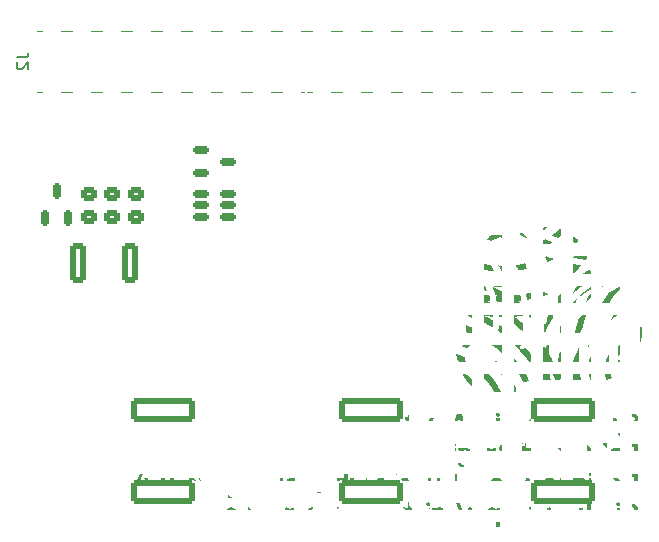
<source format=gbo>
G04 #@! TF.GenerationSoftware,KiCad,Pcbnew,(7.0.0-0)*
G04 #@! TF.CreationDate,2023-03-06T18:26:08+00:00*
G04 #@! TF.ProjectId,AuxBoard,41757842-6f61-4726-942e-6b696361645f,rev?*
G04 #@! TF.SameCoordinates,Original*
G04 #@! TF.FileFunction,Legend,Bot*
G04 #@! TF.FilePolarity,Positive*
%FSLAX46Y46*%
G04 Gerber Fmt 4.6, Leading zero omitted, Abs format (unit mm)*
G04 Created by KiCad (PCBNEW (7.0.0-0)) date 2023-03-06 18:26:08*
%MOMM*%
%LPD*%
G01*
G04 APERTURE LIST*
G04 Aperture macros list*
%AMRoundRect*
0 Rectangle with rounded corners*
0 $1 Rounding radius*
0 $2 $3 $4 $5 $6 $7 $8 $9 X,Y pos of 4 corners*
0 Add a 4 corners polygon primitive as box body*
4,1,4,$2,$3,$4,$5,$6,$7,$8,$9,$2,$3,0*
0 Add four circle primitives for the rounded corners*
1,1,$1+$1,$2,$3*
1,1,$1+$1,$4,$5*
1,1,$1+$1,$6,$7*
1,1,$1+$1,$8,$9*
0 Add four rect primitives between the rounded corners*
20,1,$1+$1,$2,$3,$4,$5,0*
20,1,$1+$1,$4,$5,$6,$7,0*
20,1,$1+$1,$6,$7,$8,$9,0*
20,1,$1+$1,$8,$9,$2,$3,0*%
G04 Aperture macros list end*
%ADD10C,0.300000*%
%ADD11C,0.150000*%
%ADD12C,0.120000*%
%ADD13C,2.750000*%
%ADD14R,1.600000X1.600000*%
%ADD15O,1.600000X1.600000*%
%ADD16R,1.700000X1.700000*%
%ADD17O,1.700000X1.700000*%
%ADD18C,3.000000*%
%ADD19RoundRect,0.250001X1.599999X-1.099999X1.599999X1.099999X-1.599999X1.099999X-1.599999X-1.099999X0*%
%ADD20O,3.700000X2.700000*%
%ADD21R,1.500000X4.000000*%
G04 #@! TA.AperFunction,SMDPad,CuDef*
%ADD22RoundRect,0.250000X0.400000X1.450000X-0.400000X1.450000X-0.400000X-1.450000X0.400000X-1.450000X0*%
G04 #@! TD*
G04 #@! TA.AperFunction,WasherPad*
%ADD23C,2.750000*%
G04 #@! TD*
G04 #@! TA.AperFunction,ComponentPad*
%ADD24R,1.600000X1.600000*%
G04 #@! TD*
G04 #@! TA.AperFunction,ComponentPad*
%ADD25O,1.600000X1.600000*%
G04 #@! TD*
G04 #@! TA.AperFunction,ComponentPad*
%ADD26R,1.700000X1.700000*%
G04 #@! TD*
G04 #@! TA.AperFunction,ComponentPad*
%ADD27O,1.700000X1.700000*%
G04 #@! TD*
G04 #@! TA.AperFunction,SMDPad,CuDef*
%ADD28RoundRect,0.250001X-2.474999X0.799999X-2.474999X-0.799999X2.474999X-0.799999X2.474999X0.799999X0*%
G04 #@! TD*
G04 #@! TA.AperFunction,SMDPad,CuDef*
%ADD29RoundRect,0.250000X0.450000X-0.350000X0.450000X0.350000X-0.450000X0.350000X-0.450000X-0.350000X0*%
G04 #@! TD*
G04 #@! TA.AperFunction,ComponentPad*
%ADD30RoundRect,0.250001X1.599999X-1.099999X1.599999X1.099999X-1.599999X1.099999X-1.599999X-1.099999X0*%
G04 #@! TD*
G04 #@! TA.AperFunction,ComponentPad*
%ADD31O,3.700000X2.700000*%
G04 #@! TD*
G04 #@! TA.AperFunction,SMDPad,CuDef*
%ADD32RoundRect,0.150000X-0.512500X-0.150000X0.512500X-0.150000X0.512500X0.150000X-0.512500X0.150000X0*%
G04 #@! TD*
G04 #@! TA.AperFunction,SMDPad,CuDef*
%ADD33RoundRect,0.150000X0.150000X-0.512500X0.150000X0.512500X-0.150000X0.512500X-0.150000X-0.512500X0*%
G04 #@! TD*
G04 #@! TA.AperFunction,SMDPad,CuDef*
%ADD34RoundRect,0.250001X2.474999X-0.799999X2.474999X0.799999X-2.474999X0.799999X-2.474999X-0.799999X0*%
G04 #@! TD*
G04 #@! TA.AperFunction,SMDPad,CuDef*
%ADD35RoundRect,0.250000X-0.450000X0.350000X-0.450000X-0.350000X0.450000X-0.350000X0.450000X0.350000X0*%
G04 #@! TD*
G04 #@! TA.AperFunction,ComponentPad*
%ADD36R,1.500000X4.000000*%
G04 #@! TD*
G04 #@! TA.AperFunction,ViaPad*
%ADD37C,0.800000*%
G04 #@! TD*
G04 #@! TA.AperFunction,ViaPad*
%ADD38C,1.500000*%
G04 #@! TD*
G04 #@! TA.AperFunction,Conductor*
%ADD39C,0.500000*%
G04 #@! TD*
G04 #@! TA.AperFunction,Conductor*
%ADD40C,0.200000*%
G04 #@! TD*
G04 #@! TA.AperFunction,Conductor*
%ADD41C,4.000000*%
G04 #@! TD*
G04 #@! TA.AperFunction,Conductor*
%ADD42C,2.000000*%
G04 #@! TD*
G04 #@! TA.AperFunction,Conductor*
%ADD43C,3.000000*%
G04 #@! TD*
G04 #@! TA.AperFunction,Conductor*
%ADD44C,1.000000*%
G04 #@! TD*
%ADD45RoundRect,0.250000X0.400000X1.450000X-0.400000X1.450000X-0.400000X-1.450000X0.400000X-1.450000X0*%
%ADD46RoundRect,0.250001X-2.474999X0.799999X-2.474999X-0.799999X2.474999X-0.799999X2.474999X0.799999X0*%
%ADD47RoundRect,0.250000X0.450000X-0.350000X0.450000X0.350000X-0.450000X0.350000X-0.450000X-0.350000X0*%
%ADD48RoundRect,0.150000X-0.512500X-0.150000X0.512500X-0.150000X0.512500X0.150000X-0.512500X0.150000X0*%
%ADD49RoundRect,0.150000X0.150000X-0.512500X0.150000X0.512500X-0.150000X0.512500X-0.150000X-0.512500X0*%
%ADD50RoundRect,0.250001X2.474999X-0.799999X2.474999X0.799999X-2.474999X0.799999X-2.474999X-0.799999X0*%
%ADD51RoundRect,0.250000X-0.450000X0.350000X-0.450000X-0.350000X0.450000X-0.350000X0.450000X0.350000X0*%
G04 #@! TA.AperFunction,Profile*
%ADD52C,0.200000*%
G04 #@! TD*
G04 APERTURE END LIST*
D10*
G36*
X182121057Y-86969909D02*
G01*
X182121631Y-86995035D01*
X182123352Y-87019488D01*
X182126222Y-87043269D01*
X182130239Y-87066377D01*
X182135404Y-87088813D01*
X182141716Y-87110575D01*
X182149177Y-87131666D01*
X182157785Y-87152083D01*
X182167541Y-87171828D01*
X182178444Y-87190901D01*
X182190496Y-87209301D01*
X182203695Y-87227028D01*
X182218042Y-87244082D01*
X182233536Y-87260464D01*
X182250179Y-87276174D01*
X182267969Y-87291210D01*
X182286781Y-87305407D01*
X182306489Y-87318688D01*
X182327092Y-87331052D01*
X182348592Y-87342501D01*
X182370987Y-87353034D01*
X182394279Y-87362651D01*
X182418466Y-87371352D01*
X182443549Y-87379138D01*
X182469528Y-87386007D01*
X182496403Y-87391960D01*
X182524173Y-87396998D01*
X182552840Y-87401120D01*
X182567509Y-87402837D01*
X182582402Y-87404325D01*
X182597520Y-87405585D01*
X182612861Y-87406615D01*
X182628426Y-87407416D01*
X182644215Y-87407989D01*
X182660228Y-87408332D01*
X182676465Y-87408447D01*
X182691500Y-87408358D01*
X182706425Y-87408092D01*
X182721241Y-87407648D01*
X182735948Y-87407027D01*
X182765032Y-87405253D01*
X182793679Y-87402768D01*
X182821887Y-87399574D01*
X182849658Y-87395670D01*
X182876991Y-87391056D01*
X182903886Y-87385732D01*
X182930343Y-87379699D01*
X182956362Y-87372955D01*
X182981943Y-87365502D01*
X183007086Y-87357339D01*
X183031791Y-87348466D01*
X183056058Y-87338883D01*
X183079888Y-87328591D01*
X183103279Y-87317588D01*
X183103279Y-87021200D01*
X183084412Y-87029516D01*
X183065910Y-87037520D01*
X183047775Y-87045212D01*
X183030006Y-87052593D01*
X183012604Y-87059661D01*
X182995568Y-87066417D01*
X182978899Y-87072861D01*
X182962595Y-87078994D01*
X182946659Y-87084814D01*
X182931088Y-87090322D01*
X182915884Y-87095519D01*
X182901046Y-87100403D01*
X182886575Y-87104976D01*
X182872470Y-87109236D01*
X182851999Y-87115042D01*
X182845359Y-87116821D01*
X182825668Y-87121797D01*
X182806298Y-87126283D01*
X182787251Y-87130280D01*
X182768525Y-87133788D01*
X182750122Y-87136806D01*
X182732041Y-87139335D01*
X182714281Y-87141374D01*
X182696844Y-87142924D01*
X182679729Y-87143985D01*
X182662935Y-87144556D01*
X182651919Y-87144665D01*
X182632635Y-87144314D01*
X182614215Y-87143261D01*
X182596657Y-87141506D01*
X182579962Y-87139049D01*
X182564131Y-87135890D01*
X182549162Y-87132029D01*
X182535056Y-87127467D01*
X182517591Y-87120291D01*
X182501660Y-87111867D01*
X182490718Y-87104731D01*
X182477495Y-87094049D01*
X182466034Y-87082154D01*
X182456337Y-87069045D01*
X182448403Y-87054722D01*
X182442232Y-87039186D01*
X182437824Y-87022436D01*
X182435180Y-87004473D01*
X182434298Y-86985296D01*
X182435174Y-86969020D01*
X182437802Y-86953440D01*
X182442181Y-86938555D01*
X182448312Y-86924365D01*
X182456194Y-86910871D01*
X182459211Y-86906528D01*
X182469240Y-86893704D01*
X182480918Y-86881060D01*
X182491909Y-86870661D01*
X182504045Y-86860387D01*
X182517325Y-86850239D01*
X182531751Y-86840216D01*
X182545301Y-86831652D01*
X182561953Y-86821898D01*
X182576479Y-86813800D01*
X182592749Y-86805033D01*
X182610765Y-86795597D01*
X182630526Y-86785490D01*
X182644670Y-86778380D01*
X182659589Y-86770973D01*
X182675284Y-86763268D01*
X182691755Y-86755265D01*
X182709001Y-86746965D01*
X182727023Y-86738367D01*
X182744019Y-86730281D01*
X182760477Y-86722235D01*
X182776397Y-86714229D01*
X182791778Y-86706264D01*
X182806622Y-86698338D01*
X182820927Y-86690453D01*
X182834694Y-86682608D01*
X182847923Y-86674802D01*
X182860615Y-86667037D01*
X182878642Y-86655464D01*
X182895459Y-86643982D01*
X182911065Y-86632590D01*
X182925461Y-86621287D01*
X182934385Y-86613803D01*
X182947058Y-86602435D01*
X182959248Y-86590726D01*
X182970955Y-86578676D01*
X182982179Y-86566284D01*
X182992920Y-86553551D01*
X183003177Y-86540477D01*
X183012952Y-86527061D01*
X183022244Y-86513304D01*
X183031053Y-86499206D01*
X183039379Y-86484767D01*
X183044661Y-86474951D01*
X183051994Y-86459812D01*
X183058606Y-86444210D01*
X183064496Y-86428145D01*
X183069665Y-86411615D01*
X183074113Y-86394622D01*
X183077840Y-86377166D01*
X183080845Y-86359245D01*
X183083129Y-86340861D01*
X183084692Y-86322014D01*
X183085534Y-86302702D01*
X183085694Y-86289570D01*
X183085164Y-86264901D01*
X183083576Y-86240901D01*
X183080928Y-86217571D01*
X183077222Y-86194911D01*
X183072456Y-86172921D01*
X183066631Y-86151600D01*
X183059748Y-86130949D01*
X183051805Y-86110968D01*
X183042803Y-86091656D01*
X183032743Y-86073015D01*
X183021623Y-86055043D01*
X183009444Y-86037741D01*
X182996207Y-86021108D01*
X182981910Y-86005146D01*
X182966554Y-85989853D01*
X182950139Y-85975230D01*
X182932791Y-85961388D01*
X182914636Y-85948439D01*
X182895674Y-85936384D01*
X182875905Y-85925221D01*
X182855328Y-85914951D01*
X182833944Y-85905575D01*
X182811754Y-85897091D01*
X182788756Y-85889501D01*
X182764951Y-85882803D01*
X182740338Y-85876998D01*
X182714919Y-85872087D01*
X182688692Y-85868068D01*
X182661659Y-85864943D01*
X182633818Y-85862710D01*
X182605170Y-85861371D01*
X182575715Y-85860924D01*
X182561057Y-85861033D01*
X182539232Y-85861604D01*
X182517600Y-85862664D01*
X182496162Y-85864214D01*
X182474916Y-85866254D01*
X182453864Y-85868782D01*
X182433004Y-85871801D01*
X182412339Y-85875308D01*
X182391866Y-85879305D01*
X182371586Y-85883792D01*
X182351500Y-85888768D01*
X182331423Y-85894188D01*
X182311173Y-85900008D01*
X182290748Y-85906227D01*
X182270150Y-85912845D01*
X182249378Y-85919862D01*
X182235433Y-85924762D01*
X182221411Y-85929840D01*
X182207312Y-85935095D01*
X182193135Y-85940528D01*
X182178881Y-85946137D01*
X182164550Y-85951925D01*
X182150142Y-85957890D01*
X182135656Y-85964032D01*
X182128384Y-85967170D01*
X182231332Y-86215565D01*
X182246237Y-86209500D01*
X182260819Y-86203669D01*
X182275077Y-86198074D01*
X182289012Y-86192713D01*
X182309307Y-86185111D01*
X182328875Y-86178038D01*
X182347716Y-86171493D01*
X182365828Y-86165476D01*
X182383213Y-86159987D01*
X182399870Y-86155026D01*
X182415799Y-86150593D01*
X182431001Y-86146688D01*
X182445747Y-86143153D01*
X182460449Y-86139965D01*
X182475105Y-86137125D01*
X182489716Y-86134633D01*
X182504283Y-86132488D01*
X182523634Y-86130170D01*
X182542906Y-86128470D01*
X182562097Y-86127388D01*
X182581208Y-86126924D01*
X182585973Y-86126905D01*
X182602635Y-86127275D01*
X182618551Y-86128386D01*
X182633719Y-86130237D01*
X182652782Y-86133858D01*
X182670516Y-86138795D01*
X182686922Y-86145049D01*
X182702000Y-86152620D01*
X182715750Y-86161507D01*
X182725191Y-86169036D01*
X182736526Y-86179976D01*
X182746349Y-86191728D01*
X182754661Y-86204293D01*
X182761461Y-86217671D01*
X182766751Y-86231862D01*
X182770529Y-86246866D01*
X182772796Y-86262683D01*
X182773551Y-86279312D01*
X182772869Y-86294738D01*
X182770821Y-86309417D01*
X182766706Y-86325598D01*
X182760733Y-86340763D01*
X182754134Y-86352951D01*
X182744392Y-86366631D01*
X182734311Y-86378188D01*
X182722633Y-86389591D01*
X182709358Y-86400840D01*
X182697076Y-86410096D01*
X182691852Y-86413768D01*
X182679304Y-86421828D01*
X182663093Y-86431353D01*
X182648530Y-86439459D01*
X182631906Y-86448389D01*
X182613221Y-86458144D01*
X182599620Y-86465105D01*
X182585103Y-86472432D01*
X182569670Y-86480126D01*
X182553321Y-86488186D01*
X182536056Y-86496612D01*
X182517875Y-86505405D01*
X182498778Y-86514564D01*
X182488886Y-86519281D01*
X182463026Y-86531877D01*
X182438202Y-86544480D01*
X182414414Y-86557088D01*
X182391663Y-86569702D01*
X182369947Y-86582321D01*
X182349267Y-86594946D01*
X182329624Y-86607577D01*
X182311017Y-86620214D01*
X182293445Y-86632857D01*
X182276910Y-86645505D01*
X182261411Y-86658159D01*
X182246949Y-86670818D01*
X182233522Y-86683483D01*
X182221131Y-86696155D01*
X182209777Y-86708831D01*
X182199459Y-86721514D01*
X182189965Y-86734334D01*
X182181083Y-86747514D01*
X182172814Y-86761055D01*
X182165158Y-86774957D01*
X182158114Y-86789220D01*
X182151682Y-86803843D01*
X182145864Y-86818826D01*
X182140657Y-86834171D01*
X182136063Y-86849876D01*
X182132082Y-86865941D01*
X182128713Y-86882368D01*
X182125957Y-86899155D01*
X182123813Y-86916302D01*
X182122282Y-86933810D01*
X182121363Y-86951679D01*
X182121057Y-86969909D01*
G37*
G36*
X182043754Y-86236081D02*
G01*
X181699738Y-86236081D01*
X181482117Y-86888210D01*
X181477051Y-86904420D01*
X181472294Y-86921178D01*
X181467846Y-86938483D01*
X181463708Y-86956336D01*
X181459878Y-86974736D01*
X181456357Y-86993684D01*
X181453146Y-87013179D01*
X181450244Y-87033221D01*
X181447651Y-87053811D01*
X181445367Y-87074948D01*
X181444016Y-87089344D01*
X181437787Y-87089344D01*
X181435468Y-87069460D01*
X181432768Y-87049789D01*
X181429689Y-87030331D01*
X181426230Y-87011085D01*
X181422390Y-86992051D01*
X181418171Y-86973230D01*
X181413572Y-86954622D01*
X181408593Y-86936226D01*
X181403234Y-86918043D01*
X181397494Y-86900072D01*
X181393457Y-86888210D01*
X181180233Y-86236081D01*
X180843178Y-86236081D01*
X181330809Y-87540338D01*
X181339413Y-87562605D01*
X181348463Y-87584159D01*
X181357960Y-87605000D01*
X181367903Y-87625128D01*
X181378293Y-87644544D01*
X181389130Y-87663247D01*
X181400412Y-87681238D01*
X181412142Y-87698516D01*
X181424318Y-87715081D01*
X181436940Y-87730933D01*
X181450009Y-87746073D01*
X181463524Y-87760500D01*
X181477486Y-87774214D01*
X181491895Y-87787216D01*
X181506750Y-87799505D01*
X181522051Y-87811081D01*
X181537738Y-87821950D01*
X181553747Y-87832118D01*
X181570081Y-87841585D01*
X181586737Y-87850351D01*
X181603717Y-87858415D01*
X181621021Y-87865778D01*
X181638648Y-87872440D01*
X181656598Y-87878401D01*
X181674872Y-87883660D01*
X181693470Y-87888218D01*
X181712390Y-87892075D01*
X181731634Y-87895230D01*
X181751202Y-87897685D01*
X181771093Y-87899438D01*
X181791307Y-87900490D01*
X181811845Y-87900840D01*
X181827069Y-87900686D01*
X181842242Y-87900222D01*
X181857363Y-87899449D01*
X181872433Y-87898367D01*
X181887451Y-87896976D01*
X181902417Y-87895276D01*
X181917332Y-87893267D01*
X181932196Y-87890949D01*
X181947008Y-87888321D01*
X181961768Y-87885384D01*
X181971580Y-87883255D01*
X181971580Y-87633761D01*
X181957223Y-87636938D01*
X181942546Y-87639691D01*
X181927548Y-87642021D01*
X181912229Y-87643927D01*
X181896590Y-87645410D01*
X181880630Y-87646469D01*
X181864350Y-87647105D01*
X181847749Y-87647316D01*
X181832274Y-87646866D01*
X181817172Y-87645513D01*
X181802444Y-87643259D01*
X181788089Y-87640104D01*
X181769530Y-87634494D01*
X181751636Y-87627281D01*
X181734405Y-87618465D01*
X181717838Y-87608047D01*
X181705849Y-87599181D01*
X181701936Y-87596025D01*
X181690500Y-87586016D01*
X181679546Y-87575087D01*
X181669076Y-87563236D01*
X181659089Y-87550464D01*
X181649584Y-87536772D01*
X181640563Y-87522159D01*
X181632024Y-87506624D01*
X181623969Y-87490169D01*
X181616397Y-87472793D01*
X181609307Y-87454496D01*
X181604849Y-87441786D01*
X181586165Y-87385000D01*
X182043754Y-86236081D01*
G37*
G36*
X179620987Y-87385000D02*
G01*
X179935327Y-87385000D01*
X179935327Y-86713087D01*
X179935501Y-86697760D01*
X179936020Y-86682920D01*
X179937449Y-86661571D01*
X179939657Y-86641317D01*
X179942644Y-86622158D01*
X179946410Y-86604094D01*
X179950956Y-86587125D01*
X179956280Y-86571250D01*
X179962384Y-86556470D01*
X179969268Y-86542785D01*
X179976930Y-86530195D01*
X179979658Y-86526242D01*
X179991559Y-86511644D01*
X180005097Y-86498993D01*
X180020272Y-86488289D01*
X180037085Y-86479530D01*
X180050769Y-86474239D01*
X180065374Y-86470042D01*
X180080900Y-86466940D01*
X180097346Y-86464933D01*
X180114714Y-86464021D01*
X180120708Y-86463960D01*
X180136909Y-86464303D01*
X180152541Y-86465334D01*
X180167604Y-86467051D01*
X180182097Y-86469455D01*
X180202768Y-86474350D01*
X180222158Y-86480790D01*
X180240266Y-86488775D01*
X180257093Y-86498306D01*
X180272638Y-86509383D01*
X180286901Y-86522006D01*
X180299883Y-86536174D01*
X180311584Y-86551887D01*
X180322059Y-86569391D01*
X180331505Y-86588930D01*
X180337229Y-86603087D01*
X180342496Y-86618148D01*
X180347304Y-86634113D01*
X180351655Y-86650983D01*
X180355547Y-86668757D01*
X180358982Y-86687436D01*
X180361959Y-86707020D01*
X180364477Y-86727507D01*
X180366538Y-86748900D01*
X180368141Y-86771196D01*
X180369286Y-86794397D01*
X180369973Y-86818503D01*
X180370202Y-86843513D01*
X180370202Y-87385000D01*
X180684542Y-87385000D01*
X180684542Y-86236081D01*
X180444207Y-86236081D01*
X180402076Y-86381528D01*
X180384490Y-86381528D01*
X180374316Y-86366226D01*
X180363440Y-86351646D01*
X180351862Y-86337787D01*
X180339582Y-86324650D01*
X180326600Y-86312233D01*
X180312916Y-86300538D01*
X180298530Y-86289565D01*
X180283442Y-86279312D01*
X180267652Y-86269781D01*
X180251161Y-86260971D01*
X180239776Y-86255498D01*
X180222247Y-86247838D01*
X180204279Y-86240931D01*
X180185873Y-86234778D01*
X180167030Y-86229378D01*
X180147749Y-86224731D01*
X180128029Y-86220838D01*
X180107872Y-86217699D01*
X180087277Y-86215313D01*
X180066244Y-86213680D01*
X180044773Y-86212801D01*
X180030216Y-86212634D01*
X180005453Y-86213059D01*
X179981449Y-86214334D01*
X179958204Y-86216459D01*
X179935717Y-86219434D01*
X179913988Y-86223260D01*
X179893018Y-86227935D01*
X179872807Y-86233461D01*
X179853353Y-86239836D01*
X179834659Y-86247062D01*
X179816723Y-86255138D01*
X179799545Y-86264064D01*
X179783126Y-86273840D01*
X179767465Y-86284466D01*
X179752563Y-86295942D01*
X179738420Y-86308268D01*
X179725034Y-86321444D01*
X179712435Y-86335376D01*
X179700648Y-86350061D01*
X179689675Y-86365498D01*
X179679514Y-86381688D01*
X179670166Y-86398631D01*
X179661630Y-86416327D01*
X179653908Y-86434775D01*
X179646999Y-86453976D01*
X179640902Y-86473930D01*
X179635619Y-86494637D01*
X179631148Y-86516097D01*
X179627490Y-86538309D01*
X179624645Y-86561274D01*
X179622613Y-86584992D01*
X179621393Y-86609462D01*
X179620987Y-86634685D01*
X179620987Y-87385000D01*
G37*
G36*
X178848763Y-86212735D02*
G01*
X178863772Y-86213040D01*
X178878696Y-86213548D01*
X178893536Y-86214260D01*
X178908292Y-86215174D01*
X178922963Y-86216292D01*
X178952052Y-86219137D01*
X178980803Y-86222795D01*
X179009216Y-86227266D01*
X179037291Y-86232549D01*
X179065029Y-86238646D01*
X179092429Y-86245555D01*
X179119491Y-86253277D01*
X179146216Y-86261813D01*
X179172603Y-86271161D01*
X179198652Y-86281321D01*
X179224363Y-86292295D01*
X179249737Y-86304082D01*
X179274773Y-86316681D01*
X179170725Y-86528806D01*
X179147604Y-86518735D01*
X179124861Y-86509314D01*
X179102496Y-86500543D01*
X179080508Y-86492422D01*
X179058898Y-86484950D01*
X179037666Y-86478128D01*
X179016812Y-86471955D01*
X178996336Y-86466433D01*
X178976237Y-86461560D01*
X178956517Y-86457337D01*
X178937174Y-86453763D01*
X178918209Y-86450839D01*
X178899621Y-86448565D01*
X178881412Y-86446941D01*
X178863580Y-86445966D01*
X178846127Y-86445642D01*
X178824388Y-86446357D01*
X178804052Y-86448504D01*
X178785118Y-86452082D01*
X178767587Y-86457090D01*
X178751459Y-86463530D01*
X178736732Y-86471401D01*
X178723409Y-86480704D01*
X178711488Y-86491437D01*
X178700969Y-86503601D01*
X178691853Y-86517197D01*
X178684139Y-86532224D01*
X178677828Y-86548681D01*
X178672919Y-86566570D01*
X178669413Y-86585890D01*
X178667309Y-86606641D01*
X178666608Y-86628824D01*
X178666608Y-86681580D01*
X178866643Y-86687808D01*
X178882681Y-86688456D01*
X178898465Y-86689252D01*
X178913994Y-86690199D01*
X178929268Y-86691294D01*
X178944288Y-86692540D01*
X178959053Y-86693935D01*
X178987818Y-86697173D01*
X179015564Y-86701010D01*
X179042292Y-86705445D01*
X179068000Y-86710479D01*
X179092690Y-86716110D01*
X179116360Y-86722340D01*
X179139012Y-86729167D01*
X179160645Y-86736593D01*
X179181258Y-86744618D01*
X179200853Y-86753240D01*
X179219429Y-86762461D01*
X179236986Y-86772280D01*
X179253524Y-86782697D01*
X179269051Y-86793783D01*
X179283577Y-86805612D01*
X179297101Y-86818181D01*
X179309623Y-86831492D01*
X179321144Y-86845544D01*
X179331662Y-86860337D01*
X179341179Y-86875872D01*
X179349694Y-86892148D01*
X179357208Y-86909165D01*
X179363719Y-86926924D01*
X179369229Y-86945424D01*
X179373737Y-86964665D01*
X179377243Y-86984648D01*
X179379748Y-87005372D01*
X179381250Y-87026837D01*
X179381751Y-87049043D01*
X179381379Y-87070304D01*
X179380263Y-87090946D01*
X179378402Y-87110970D01*
X179375798Y-87130376D01*
X179372449Y-87149164D01*
X179368356Y-87167333D01*
X179363519Y-87184884D01*
X179357937Y-87201817D01*
X179351612Y-87218132D01*
X179344542Y-87233828D01*
X179336728Y-87248907D01*
X179328170Y-87263367D01*
X179318868Y-87277208D01*
X179308822Y-87290432D01*
X179298031Y-87303037D01*
X179286496Y-87315024D01*
X179274313Y-87326337D01*
X179261578Y-87336920D01*
X179248290Y-87346773D01*
X179234450Y-87355896D01*
X179220057Y-87364290D01*
X179205112Y-87371953D01*
X179189614Y-87378887D01*
X179173565Y-87385091D01*
X179156962Y-87390565D01*
X179139808Y-87395309D01*
X179122100Y-87399323D01*
X179103841Y-87402608D01*
X179085029Y-87405162D01*
X179065665Y-87406987D01*
X179045748Y-87408082D01*
X179025279Y-87408447D01*
X179016902Y-87408409D01*
X179000447Y-87408109D01*
X178984390Y-87407508D01*
X178968731Y-87406606D01*
X178953469Y-87405404D01*
X178938606Y-87403901D01*
X178917057Y-87401084D01*
X178896402Y-87397590D01*
X178876644Y-87393420D01*
X178857780Y-87388574D01*
X178839811Y-87383052D01*
X178822738Y-87376853D01*
X178806559Y-87369979D01*
X178790805Y-87362159D01*
X178775141Y-87353265D01*
X178759567Y-87343294D01*
X178744083Y-87332249D01*
X178728689Y-87320128D01*
X178713385Y-87306931D01*
X178698172Y-87292659D01*
X178683049Y-87277311D01*
X178673017Y-87266482D01*
X178663025Y-87255175D01*
X178653073Y-87243390D01*
X178643161Y-87231127D01*
X178634734Y-87231127D01*
X178573918Y-87385000D01*
X178354466Y-87385000D01*
X178354466Y-86865129D01*
X178666608Y-86865129D01*
X178666608Y-86956720D01*
X178666864Y-86969113D01*
X178668209Y-86987124D01*
X178670707Y-87004439D01*
X178674357Y-87021058D01*
X178679160Y-87036982D01*
X178685116Y-87052211D01*
X178692225Y-87066743D01*
X178700486Y-87080581D01*
X178709901Y-87093723D01*
X178720467Y-87106169D01*
X178732187Y-87117920D01*
X178740512Y-87125284D01*
X178753649Y-87135440D01*
X178767564Y-87144527D01*
X178782259Y-87152545D01*
X178797734Y-87159494D01*
X178813987Y-87165373D01*
X178831020Y-87170184D01*
X178848832Y-87173926D01*
X178867423Y-87176598D01*
X178886793Y-87178202D01*
X178906943Y-87178736D01*
X178916320Y-87178611D01*
X178934180Y-87177606D01*
X178950849Y-87175597D01*
X178966328Y-87172583D01*
X178987314Y-87166178D01*
X179005621Y-87157513D01*
X179021249Y-87146588D01*
X179034197Y-87133402D01*
X179044467Y-87117956D01*
X179052058Y-87100249D01*
X179056969Y-87080282D01*
X179058755Y-87065714D01*
X179059351Y-87050143D01*
X179058761Y-87033784D01*
X179056993Y-87018230D01*
X179054047Y-87003482D01*
X179048286Y-86985069D01*
X179040429Y-86968087D01*
X179030477Y-86952537D01*
X179018430Y-86938418D01*
X179004287Y-86925729D01*
X178992306Y-86917152D01*
X178988047Y-86914444D01*
X178974451Y-86906785D01*
X178959625Y-86899829D01*
X178943569Y-86893575D01*
X178926283Y-86888022D01*
X178907767Y-86883172D01*
X178888021Y-86879024D01*
X178867045Y-86875577D01*
X178852378Y-86873669D01*
X178837163Y-86872074D01*
X178821403Y-86870790D01*
X178805095Y-86869818D01*
X178788241Y-86869159D01*
X178666608Y-86865129D01*
X178354466Y-86865129D01*
X178354466Y-86619665D01*
X178354949Y-86594383D01*
X178356401Y-86569919D01*
X178358819Y-86546274D01*
X178362205Y-86523448D01*
X178366559Y-86501441D01*
X178371879Y-86480251D01*
X178378168Y-86459881D01*
X178385423Y-86440329D01*
X178393647Y-86421596D01*
X178402837Y-86403681D01*
X178412995Y-86386585D01*
X178424121Y-86370308D01*
X178436214Y-86354849D01*
X178449274Y-86340209D01*
X178463302Y-86326387D01*
X178478297Y-86313384D01*
X178494153Y-86301184D01*
X178510857Y-86289771D01*
X178528409Y-86279145D01*
X178546807Y-86269306D01*
X178566052Y-86260254D01*
X178586145Y-86251989D01*
X178607085Y-86244512D01*
X178628872Y-86237821D01*
X178651507Y-86231918D01*
X178674989Y-86226802D01*
X178699317Y-86222473D01*
X178724494Y-86218931D01*
X178750517Y-86216176D01*
X178777387Y-86214208D01*
X178805105Y-86213027D01*
X178833670Y-86212634D01*
X178848763Y-86212735D01*
G37*
G36*
X177578627Y-86212789D02*
G01*
X177594284Y-86213254D01*
X177609725Y-86214028D01*
X177624949Y-86215113D01*
X177639956Y-86216507D01*
X177654746Y-86218211D01*
X177683676Y-86222549D01*
X177711738Y-86228126D01*
X177738934Y-86234942D01*
X177765262Y-86242998D01*
X177790723Y-86252293D01*
X177815316Y-86262827D01*
X177839043Y-86274601D01*
X177861902Y-86287614D01*
X177883894Y-86301866D01*
X177905018Y-86317358D01*
X177925276Y-86334089D01*
X177944666Y-86352060D01*
X177963189Y-86371270D01*
X177980713Y-86391567D01*
X177997106Y-86412892D01*
X178012369Y-86435244D01*
X178026501Y-86458625D01*
X178039503Y-86483032D01*
X178051374Y-86508467D01*
X178062114Y-86534930D01*
X178071724Y-86562420D01*
X178076105Y-86576551D01*
X178080203Y-86590938D01*
X178084019Y-86605582D01*
X178087552Y-86620483D01*
X178090803Y-86635641D01*
X178093770Y-86651056D01*
X178096455Y-86666728D01*
X178098858Y-86682656D01*
X178100978Y-86698842D01*
X178102815Y-86715284D01*
X178104369Y-86731983D01*
X178105641Y-86748940D01*
X178106631Y-86766153D01*
X178107337Y-86783623D01*
X178107761Y-86801349D01*
X178107903Y-86819333D01*
X178107750Y-86836817D01*
X178107291Y-86854050D01*
X178106528Y-86871034D01*
X178105458Y-86887769D01*
X178104083Y-86904253D01*
X178102403Y-86920488D01*
X178100417Y-86936473D01*
X178098125Y-86952209D01*
X178095528Y-86967694D01*
X178092625Y-86982930D01*
X178089417Y-86997917D01*
X178085903Y-87012653D01*
X178082084Y-87027140D01*
X178077959Y-87041377D01*
X178068793Y-87069102D01*
X178058405Y-87095828D01*
X178046794Y-87121555D01*
X178033961Y-87146283D01*
X178019906Y-87170012D01*
X178004629Y-87192743D01*
X177988130Y-87214474D01*
X177970409Y-87235207D01*
X177951465Y-87254940D01*
X177931391Y-87273529D01*
X177910369Y-87290918D01*
X177888400Y-87307108D01*
X177865484Y-87322099D01*
X177841620Y-87335891D01*
X177816809Y-87348483D01*
X177791050Y-87359876D01*
X177764344Y-87370070D01*
X177736691Y-87379065D01*
X177722509Y-87383112D01*
X177708090Y-87386860D01*
X177693435Y-87390308D01*
X177678542Y-87393456D01*
X177663413Y-87396304D01*
X177648047Y-87398853D01*
X177632444Y-87401101D01*
X177616604Y-87403050D01*
X177600527Y-87404699D01*
X177584213Y-87406048D01*
X177567663Y-87407098D01*
X177550876Y-87407847D01*
X177533852Y-87408297D01*
X177516591Y-87408447D01*
X177499898Y-87408368D01*
X177483526Y-87408132D01*
X177467475Y-87407738D01*
X177451744Y-87407187D01*
X177436334Y-87406479D01*
X177421244Y-87405613D01*
X177406475Y-87404590D01*
X177384923Y-87402760D01*
X177364091Y-87400576D01*
X177343981Y-87398037D01*
X177324593Y-87395145D01*
X177305925Y-87391898D01*
X177287979Y-87388297D01*
X177276300Y-87385696D01*
X177258947Y-87381490D01*
X177241794Y-87376917D01*
X177224841Y-87371976D01*
X177208088Y-87366668D01*
X177191534Y-87360994D01*
X177175179Y-87354952D01*
X177159024Y-87348543D01*
X177143069Y-87341767D01*
X177127314Y-87334624D01*
X177111758Y-87327114D01*
X177111758Y-87084214D01*
X177124365Y-87090022D01*
X177143151Y-87098357D01*
X177161790Y-87106242D01*
X177180280Y-87113676D01*
X177198622Y-87120659D01*
X177216816Y-87127191D01*
X177234862Y-87133273D01*
X177252760Y-87138904D01*
X177270510Y-87144084D01*
X177288111Y-87148813D01*
X177305565Y-87153091D01*
X177317195Y-87155708D01*
X177334808Y-87159318D01*
X177352620Y-87162548D01*
X177370631Y-87165397D01*
X177388842Y-87167867D01*
X177407253Y-87169957D01*
X177425864Y-87171667D01*
X177444674Y-87172997D01*
X177463684Y-87173946D01*
X177482893Y-87174516D01*
X177502302Y-87174706D01*
X177510602Y-87174633D01*
X177526854Y-87174046D01*
X177542642Y-87172873D01*
X177557966Y-87171113D01*
X177572827Y-87168766D01*
X177587224Y-87165832D01*
X177607950Y-87160331D01*
X177627633Y-87153510D01*
X177646272Y-87145369D01*
X177663868Y-87135907D01*
X177680421Y-87125126D01*
X177695931Y-87113024D01*
X177710397Y-87099602D01*
X177714955Y-87094850D01*
X177727822Y-87079910D01*
X177739479Y-87063938D01*
X177749925Y-87046937D01*
X177759159Y-87028905D01*
X177767184Y-87009842D01*
X177773997Y-86989750D01*
X177779600Y-86968627D01*
X177782663Y-86953972D01*
X177785187Y-86938859D01*
X177787173Y-86923289D01*
X177788622Y-86907260D01*
X177789532Y-86890774D01*
X177046545Y-86890774D01*
X177046545Y-86737634D01*
X177046678Y-86722373D01*
X177047078Y-86707320D01*
X177047743Y-86692474D01*
X177048437Y-86681580D01*
X177341468Y-86681580D01*
X177782205Y-86681580D01*
X177781007Y-86667090D01*
X177778496Y-86646144D01*
X177775129Y-86626145D01*
X177770906Y-86607092D01*
X177765826Y-86588986D01*
X177759889Y-86571826D01*
X177753096Y-86555614D01*
X177745446Y-86540348D01*
X177736940Y-86526028D01*
X177727577Y-86512656D01*
X177717358Y-86500230D01*
X177710092Y-86492466D01*
X177698566Y-86481760D01*
X177686286Y-86472180D01*
X177673252Y-86463728D01*
X177659465Y-86456402D01*
X177644925Y-86450204D01*
X177629631Y-86445132D01*
X177613584Y-86441188D01*
X177596783Y-86438370D01*
X177579228Y-86436680D01*
X177560921Y-86436116D01*
X177548580Y-86436366D01*
X177530676Y-86437681D01*
X177513499Y-86440123D01*
X177497051Y-86443692D01*
X177481329Y-86448388D01*
X177466336Y-86454211D01*
X177452070Y-86461160D01*
X177438532Y-86469237D01*
X177425722Y-86478441D01*
X177413640Y-86488772D01*
X177402285Y-86500230D01*
X177395178Y-86508409D01*
X177385344Y-86521466D01*
X177376502Y-86535469D01*
X177368652Y-86550420D01*
X177361793Y-86566317D01*
X177355926Y-86583161D01*
X177351051Y-86600951D01*
X177347168Y-86619689D01*
X177344276Y-86639372D01*
X177342376Y-86660003D01*
X177341468Y-86681580D01*
X177048437Y-86681580D01*
X177048675Y-86677836D01*
X177051337Y-86649183D01*
X177055063Y-86621359D01*
X177059855Y-86594365D01*
X177065711Y-86568202D01*
X177072631Y-86542868D01*
X177080617Y-86518365D01*
X177089667Y-86494691D01*
X177099783Y-86471848D01*
X177110962Y-86449835D01*
X177123207Y-86428651D01*
X177136516Y-86408298D01*
X177150890Y-86388775D01*
X177166329Y-86370082D01*
X177182833Y-86352219D01*
X177191433Y-86343631D01*
X177209268Y-86327273D01*
X177227947Y-86312006D01*
X177247470Y-86297830D01*
X177267837Y-86284744D01*
X177289049Y-86272748D01*
X177311106Y-86261843D01*
X177334006Y-86252028D01*
X177357751Y-86243304D01*
X177382341Y-86235671D01*
X177407774Y-86229128D01*
X177434052Y-86223675D01*
X177461175Y-86219313D01*
X177489142Y-86216042D01*
X177517953Y-86213861D01*
X177532675Y-86213179D01*
X177547608Y-86212770D01*
X177562752Y-86212634D01*
X177578627Y-86212789D01*
G37*
G36*
X175994347Y-87045380D02*
G01*
X175994828Y-87067216D01*
X175996270Y-87088393D01*
X175998675Y-87108913D01*
X176002041Y-87128773D01*
X176006368Y-87147976D01*
X176011658Y-87166520D01*
X176017909Y-87184406D01*
X176025122Y-87201634D01*
X176033296Y-87218204D01*
X176042432Y-87234115D01*
X176052530Y-87249367D01*
X176063590Y-87263962D01*
X176075611Y-87277898D01*
X176088594Y-87291176D01*
X176102539Y-87303795D01*
X176117445Y-87315757D01*
X176133311Y-87326981D01*
X176150132Y-87337481D01*
X176167909Y-87347257D01*
X176186642Y-87356309D01*
X176206332Y-87364636D01*
X176226977Y-87372240D01*
X176248578Y-87379119D01*
X176271135Y-87385274D01*
X176294648Y-87390705D01*
X176319117Y-87395412D01*
X176344543Y-87399395D01*
X176370924Y-87402654D01*
X176398261Y-87405188D01*
X176426554Y-87406999D01*
X176455803Y-87408085D01*
X176470786Y-87408356D01*
X176486008Y-87408447D01*
X176501571Y-87408380D01*
X176516845Y-87408178D01*
X176531831Y-87407841D01*
X176546527Y-87407371D01*
X176568029Y-87406412D01*
X176588880Y-87405151D01*
X176609082Y-87403587D01*
X176628632Y-87401721D01*
X176647533Y-87399551D01*
X176665783Y-87397080D01*
X176683382Y-87394305D01*
X176700331Y-87391228D01*
X176716855Y-87387926D01*
X176733179Y-87384341D01*
X176749304Y-87380473D01*
X176765229Y-87376321D01*
X176780954Y-87371886D01*
X176796480Y-87367168D01*
X176811806Y-87362166D01*
X176826933Y-87356881D01*
X176841860Y-87351313D01*
X176856587Y-87345461D01*
X176866294Y-87341402D01*
X176866294Y-87082016D01*
X176849683Y-87089594D01*
X176832686Y-87096940D01*
X176815302Y-87104054D01*
X176797532Y-87110936D01*
X176779375Y-87117586D01*
X176760833Y-87124005D01*
X176741903Y-87130192D01*
X176722588Y-87136147D01*
X176702886Y-87141870D01*
X176682797Y-87147361D01*
X176669190Y-87150893D01*
X176648814Y-87155869D01*
X176628901Y-87160355D01*
X176609453Y-87164352D01*
X176590467Y-87167860D01*
X176571946Y-87170878D01*
X176553888Y-87173407D01*
X176536294Y-87175446D01*
X176519164Y-87176996D01*
X176502497Y-87178057D01*
X176486294Y-87178628D01*
X176475750Y-87178736D01*
X176455031Y-87178349D01*
X176435650Y-87177185D01*
X176417605Y-87175246D01*
X176400897Y-87172531D01*
X176385525Y-87169041D01*
X176371490Y-87164775D01*
X176352944Y-87156921D01*
X176337406Y-87147322D01*
X176324874Y-87135978D01*
X176315351Y-87122889D01*
X176308835Y-87108054D01*
X176305326Y-87091474D01*
X176304658Y-87079452D01*
X176305744Y-87063929D01*
X176309649Y-87047821D01*
X176316392Y-87033452D01*
X176325975Y-87020824D01*
X176327372Y-87019368D01*
X176338888Y-87008829D01*
X176351270Y-86999350D01*
X176365970Y-86989458D01*
X176379991Y-86980900D01*
X176395623Y-86972055D01*
X176405774Y-86966612D01*
X176420188Y-86959044D01*
X176435770Y-86951178D01*
X176452520Y-86943015D01*
X176465849Y-86936698D01*
X176479834Y-86930213D01*
X176494476Y-86923560D01*
X176509776Y-86916740D01*
X176525732Y-86909753D01*
X176542345Y-86902598D01*
X176553785Y-86897735D01*
X176570133Y-86890807D01*
X176585928Y-86883945D01*
X176601171Y-86877148D01*
X176615861Y-86870418D01*
X176629999Y-86863753D01*
X176643585Y-86857154D01*
X176662927Y-86847380D01*
X176681027Y-86837753D01*
X176697883Y-86828274D01*
X176713497Y-86818944D01*
X176727868Y-86809761D01*
X176740996Y-86800727D01*
X176749057Y-86794787D01*
X176764101Y-86782668D01*
X176778092Y-86770126D01*
X176791029Y-86757160D01*
X176802913Y-86743770D01*
X176813744Y-86729957D01*
X176823521Y-86715721D01*
X176832245Y-86701060D01*
X176839916Y-86685976D01*
X176846527Y-86670148D01*
X176852258Y-86653439D01*
X176857106Y-86635848D01*
X176861073Y-86617375D01*
X176864159Y-86598020D01*
X176865894Y-86582926D01*
X176867134Y-86567336D01*
X176867878Y-86551250D01*
X176868126Y-86534668D01*
X176867661Y-86515707D01*
X176866265Y-86497293D01*
X176863940Y-86479426D01*
X176860684Y-86462105D01*
X176856498Y-86445331D01*
X176851382Y-86429104D01*
X176845335Y-86413423D01*
X176838359Y-86398289D01*
X176830452Y-86383702D01*
X176821615Y-86369661D01*
X176811847Y-86356167D01*
X176801150Y-86343220D01*
X176789522Y-86330819D01*
X176776964Y-86318965D01*
X176763476Y-86307658D01*
X176749057Y-86296898D01*
X176733786Y-86286694D01*
X176717739Y-86277148D01*
X176700916Y-86268261D01*
X176683318Y-86260032D01*
X176664944Y-86252462D01*
X176645794Y-86245549D01*
X176625869Y-86239295D01*
X176605168Y-86233700D01*
X176583691Y-86228762D01*
X176561439Y-86224483D01*
X176538411Y-86220863D01*
X176514607Y-86217900D01*
X176490028Y-86215596D01*
X176464673Y-86213950D01*
X176438542Y-86212963D01*
X176411636Y-86212634D01*
X176385668Y-86212989D01*
X176359790Y-86214053D01*
X176334000Y-86215828D01*
X176308298Y-86218312D01*
X176282686Y-86221507D01*
X176257162Y-86225411D01*
X176231727Y-86230025D01*
X176206380Y-86235348D01*
X176181123Y-86241382D01*
X176155954Y-86248125D01*
X176130874Y-86255579D01*
X176105882Y-86263742D01*
X176080979Y-86272615D01*
X176056165Y-86282197D01*
X176031440Y-86292490D01*
X176006803Y-86303492D01*
X176101692Y-86530272D01*
X176117807Y-86523450D01*
X176133729Y-86516859D01*
X176149457Y-86510501D01*
X176164993Y-86504374D01*
X176180335Y-86498480D01*
X176195484Y-86492817D01*
X176210440Y-86487386D01*
X176225202Y-86482186D01*
X176239772Y-86477219D01*
X176254148Y-86472483D01*
X176263625Y-86469455D01*
X176277733Y-86465199D01*
X176291892Y-86461362D01*
X176310851Y-86456897D01*
X176329902Y-86453176D01*
X176349045Y-86450200D01*
X176368279Y-86447967D01*
X176387605Y-86446479D01*
X176407022Y-86445735D01*
X176416765Y-86445642D01*
X176433624Y-86445936D01*
X176449394Y-86446821D01*
X176464078Y-86448295D01*
X176484063Y-86451611D01*
X176501601Y-86456255D01*
X176516692Y-86462225D01*
X176533007Y-86472248D01*
X176544971Y-86484630D01*
X176552585Y-86499370D01*
X176555847Y-86516469D01*
X176555983Y-86521113D01*
X176554412Y-86536526D01*
X176549698Y-86551166D01*
X176541841Y-86565033D01*
X176530842Y-86578128D01*
X176519275Y-86588450D01*
X176511287Y-86594385D01*
X176498361Y-86602634D01*
X176482115Y-86611811D01*
X176467752Y-86619301D01*
X176451521Y-86627314D01*
X176433422Y-86635848D01*
X176413456Y-86644904D01*
X176399108Y-86651231D01*
X176383930Y-86657789D01*
X176367921Y-86664580D01*
X176351083Y-86671602D01*
X176333414Y-86678857D01*
X176314916Y-86686343D01*
X176298301Y-86693139D01*
X176282252Y-86699881D01*
X176266770Y-86706569D01*
X176251855Y-86713202D01*
X176237507Y-86719781D01*
X176223725Y-86726305D01*
X176210511Y-86732775D01*
X176191751Y-86742378D01*
X176174266Y-86751859D01*
X176158057Y-86761217D01*
X176143122Y-86770453D01*
X176129463Y-86779567D01*
X176117079Y-86788558D01*
X176101846Y-86800603D01*
X176087655Y-86813105D01*
X176074506Y-86826065D01*
X176062399Y-86839483D01*
X176051334Y-86853359D01*
X176041310Y-86867693D01*
X176032329Y-86882485D01*
X176024389Y-86897735D01*
X176017348Y-86913586D01*
X176011246Y-86930181D01*
X176006082Y-86947520D01*
X176001857Y-86965604D01*
X175998572Y-86984432D01*
X175996723Y-86999041D01*
X175995403Y-87014069D01*
X175994611Y-87029515D01*
X175994347Y-87045380D01*
G37*
G36*
X175269312Y-87158220D02*
G01*
X175253566Y-87157901D01*
X175237241Y-87156945D01*
X175220336Y-87155351D01*
X175202851Y-87153120D01*
X175184787Y-87150251D01*
X175166143Y-87146744D01*
X175146920Y-87142600D01*
X175127117Y-87137818D01*
X175106734Y-87132399D01*
X175085772Y-87126342D01*
X175071475Y-87121950D01*
X175071475Y-87356057D01*
X175086385Y-87362401D01*
X175101712Y-87368336D01*
X175117457Y-87373861D01*
X175133620Y-87378977D01*
X175150201Y-87383684D01*
X175167200Y-87387982D01*
X175184616Y-87391870D01*
X175202451Y-87395349D01*
X175220703Y-87398419D01*
X175239373Y-87401079D01*
X175258461Y-87403331D01*
X175277967Y-87405172D01*
X175297891Y-87406605D01*
X175318233Y-87407628D01*
X175338993Y-87408242D01*
X175360170Y-87408447D01*
X175383310Y-87408075D01*
X175405651Y-87406958D01*
X175427194Y-87405098D01*
X175447938Y-87402493D01*
X175467883Y-87399145D01*
X175487030Y-87395052D01*
X175505378Y-87390214D01*
X175522928Y-87384633D01*
X175539679Y-87378308D01*
X175555632Y-87371238D01*
X175570786Y-87363424D01*
X175585141Y-87354866D01*
X175598698Y-87345564D01*
X175611456Y-87335517D01*
X175623416Y-87324727D01*
X175634577Y-87313192D01*
X175645003Y-87300913D01*
X175654756Y-87287890D01*
X175663836Y-87274123D01*
X175672244Y-87259611D01*
X175679979Y-87244356D01*
X175687042Y-87228356D01*
X175693432Y-87211612D01*
X175699149Y-87194124D01*
X175704194Y-87175891D01*
X175708566Y-87156915D01*
X175712265Y-87137194D01*
X175715292Y-87116729D01*
X175717646Y-87095520D01*
X175719328Y-87073567D01*
X175720337Y-87050870D01*
X175720673Y-87027428D01*
X175720673Y-86472020D01*
X175871249Y-86472020D01*
X175871249Y-86339030D01*
X175697958Y-86233883D01*
X175607100Y-85990983D01*
X175406332Y-85990983D01*
X175406332Y-86236081D01*
X175083932Y-86236081D01*
X175083932Y-86472020D01*
X175406332Y-86472020D01*
X175406332Y-87027428D01*
X175405748Y-87043640D01*
X175403997Y-87058752D01*
X175400165Y-87076097D01*
X175394509Y-87091725D01*
X175387027Y-87105635D01*
X175377722Y-87117828D01*
X175368963Y-87126346D01*
X175356581Y-87135529D01*
X175343017Y-87143155D01*
X175328273Y-87149224D01*
X175312348Y-87153738D01*
X175295243Y-87156695D01*
X175276957Y-87158096D01*
X175269312Y-87158220D01*
G37*
G36*
X173779675Y-87385000D02*
G01*
X174094016Y-87385000D01*
X174094016Y-86713087D01*
X174094197Y-86697760D01*
X174094740Y-86682920D01*
X174096912Y-86654698D01*
X174100533Y-86628423D01*
X174105602Y-86604094D01*
X174112119Y-86581711D01*
X174120085Y-86561275D01*
X174129499Y-86542785D01*
X174140361Y-86526242D01*
X174152671Y-86511644D01*
X174166430Y-86498993D01*
X174181637Y-86488289D01*
X174198292Y-86479530D01*
X174216396Y-86472718D01*
X174235947Y-86467852D01*
X174256947Y-86464933D01*
X174279396Y-86463960D01*
X174295597Y-86464310D01*
X174311229Y-86465362D01*
X174326292Y-86467115D01*
X174340785Y-86469570D01*
X174361456Y-86474566D01*
X174380846Y-86481140D01*
X174398954Y-86489292D01*
X174415781Y-86499022D01*
X174431326Y-86510329D01*
X174445589Y-86523215D01*
X174458571Y-86537678D01*
X174470272Y-86553719D01*
X174480747Y-86571456D01*
X174490193Y-86591144D01*
X174495917Y-86605353D01*
X174501184Y-86620430D01*
X174505992Y-86636374D01*
X174510343Y-86653185D01*
X174514235Y-86670864D01*
X174517670Y-86689410D01*
X174520647Y-86708823D01*
X174523165Y-86729103D01*
X174525226Y-86750251D01*
X174526829Y-86772265D01*
X174527974Y-86795147D01*
X174528661Y-86818897D01*
X174528890Y-86843513D01*
X174528890Y-87385000D01*
X174843230Y-87385000D01*
X174843230Y-85790582D01*
X174528890Y-85790582D01*
X174528890Y-86112983D01*
X174529148Y-86130701D01*
X174529605Y-86146478D01*
X174530292Y-86165426D01*
X174530958Y-86181718D01*
X174531752Y-86199794D01*
X174532675Y-86219654D01*
X174533727Y-86241298D01*
X174534500Y-86256718D01*
X174535330Y-86272931D01*
X174536217Y-86289937D01*
X174543545Y-86381528D01*
X174527058Y-86381528D01*
X174513431Y-86361076D01*
X174498837Y-86341943D01*
X174483275Y-86324130D01*
X174466745Y-86307637D01*
X174449249Y-86292463D01*
X174430784Y-86278608D01*
X174411353Y-86266073D01*
X174390954Y-86254857D01*
X174369587Y-86244961D01*
X174347253Y-86236385D01*
X174323952Y-86229127D01*
X174299683Y-86223190D01*
X174274447Y-86218572D01*
X174248243Y-86215273D01*
X174221072Y-86213294D01*
X174192934Y-86212634D01*
X174167945Y-86213060D01*
X174143721Y-86214340D01*
X174120261Y-86216472D01*
X174097565Y-86219457D01*
X174075633Y-86223296D01*
X174054465Y-86227987D01*
X174034062Y-86233531D01*
X174014423Y-86239928D01*
X173995548Y-86247178D01*
X173977437Y-86255281D01*
X173960091Y-86264237D01*
X173943509Y-86274046D01*
X173927690Y-86284707D01*
X173912637Y-86296222D01*
X173898347Y-86308590D01*
X173884822Y-86321810D01*
X173872089Y-86335827D01*
X173860178Y-86350581D01*
X173849088Y-86366075D01*
X173838820Y-86382306D01*
X173829373Y-86399276D01*
X173820748Y-86416985D01*
X173812944Y-86435432D01*
X173805962Y-86454617D01*
X173799801Y-86474541D01*
X173794461Y-86495204D01*
X173789943Y-86516605D01*
X173786247Y-86538744D01*
X173783372Y-86561622D01*
X173781318Y-86585238D01*
X173780086Y-86609592D01*
X173779675Y-86634685D01*
X173779675Y-87385000D01*
G37*
G36*
X173004935Y-86212789D02*
G01*
X173020593Y-86213254D01*
X173036033Y-86214028D01*
X173051257Y-86215113D01*
X173066264Y-86216507D01*
X173081054Y-86218211D01*
X173109984Y-86222549D01*
X173138047Y-86228126D01*
X173165242Y-86234942D01*
X173191570Y-86242998D01*
X173217031Y-86252293D01*
X173241625Y-86262827D01*
X173265351Y-86274601D01*
X173288210Y-86287614D01*
X173310202Y-86301866D01*
X173331327Y-86317358D01*
X173351584Y-86334089D01*
X173370974Y-86352060D01*
X173389497Y-86371270D01*
X173407021Y-86391567D01*
X173423414Y-86412892D01*
X173438677Y-86435244D01*
X173452809Y-86458625D01*
X173465811Y-86483032D01*
X173477682Y-86508467D01*
X173488423Y-86534930D01*
X173498032Y-86562420D01*
X173502413Y-86576551D01*
X173506512Y-86590938D01*
X173510328Y-86605582D01*
X173513861Y-86620483D01*
X173517111Y-86635641D01*
X173520079Y-86651056D01*
X173522764Y-86666728D01*
X173525166Y-86682656D01*
X173527286Y-86698842D01*
X173529123Y-86715284D01*
X173530678Y-86731983D01*
X173531950Y-86748940D01*
X173532939Y-86766153D01*
X173533646Y-86783623D01*
X173534070Y-86801349D01*
X173534211Y-86819333D01*
X173534058Y-86836817D01*
X173533600Y-86854050D01*
X173532836Y-86871034D01*
X173531767Y-86887769D01*
X173530392Y-86904253D01*
X173528711Y-86920488D01*
X173526725Y-86936473D01*
X173524434Y-86952209D01*
X173521836Y-86967694D01*
X173518934Y-86982930D01*
X173515726Y-86997917D01*
X173512212Y-87012653D01*
X173508393Y-87027140D01*
X173504268Y-87041377D01*
X173495102Y-87069102D01*
X173484713Y-87095828D01*
X173473103Y-87121555D01*
X173460270Y-87146283D01*
X173446215Y-87170012D01*
X173430938Y-87192743D01*
X173414438Y-87214474D01*
X173396717Y-87235207D01*
X173377773Y-87254940D01*
X173357699Y-87273529D01*
X173336678Y-87290918D01*
X173314709Y-87307108D01*
X173291792Y-87322099D01*
X173267929Y-87335891D01*
X173243117Y-87348483D01*
X173217359Y-87359876D01*
X173190653Y-87370070D01*
X173163000Y-87379065D01*
X173148818Y-87383112D01*
X173134399Y-87386860D01*
X173119743Y-87390308D01*
X173104851Y-87393456D01*
X173089721Y-87396304D01*
X173074355Y-87398853D01*
X173058752Y-87401101D01*
X173042912Y-87403050D01*
X173026835Y-87404699D01*
X173010522Y-87406048D01*
X172993971Y-87407098D01*
X172977184Y-87407847D01*
X172960160Y-87408297D01*
X172942899Y-87408447D01*
X172926207Y-87408368D01*
X172909835Y-87408132D01*
X172893783Y-87407738D01*
X172878053Y-87407187D01*
X172862642Y-87406479D01*
X172847553Y-87405613D01*
X172832784Y-87404590D01*
X172811231Y-87402760D01*
X172790400Y-87400576D01*
X172770290Y-87398037D01*
X172750901Y-87395145D01*
X172732234Y-87391898D01*
X172714288Y-87388297D01*
X172702608Y-87385696D01*
X172685256Y-87381490D01*
X172668103Y-87376917D01*
X172651150Y-87371976D01*
X172634396Y-87366668D01*
X172617842Y-87360994D01*
X172601488Y-87354952D01*
X172585333Y-87348543D01*
X172569378Y-87341767D01*
X172553622Y-87334624D01*
X172538066Y-87327114D01*
X172538066Y-87084214D01*
X172550673Y-87090022D01*
X172569460Y-87098357D01*
X172588098Y-87106242D01*
X172606588Y-87113676D01*
X172624931Y-87120659D01*
X172643125Y-87127191D01*
X172661171Y-87133273D01*
X172679068Y-87138904D01*
X172696818Y-87144084D01*
X172714420Y-87148813D01*
X172731873Y-87153091D01*
X172743504Y-87155708D01*
X172761116Y-87159318D01*
X172778928Y-87162548D01*
X172796940Y-87165397D01*
X172815151Y-87167867D01*
X172833562Y-87169957D01*
X172852172Y-87171667D01*
X172870982Y-87172997D01*
X172889992Y-87173946D01*
X172909202Y-87174516D01*
X172928611Y-87174706D01*
X172936911Y-87174633D01*
X172953162Y-87174046D01*
X172968950Y-87172873D01*
X172984275Y-87171113D01*
X172999135Y-87168766D01*
X173013532Y-87165832D01*
X173034258Y-87160331D01*
X173053941Y-87153510D01*
X173072581Y-87145369D01*
X173090177Y-87135907D01*
X173106730Y-87125126D01*
X173122239Y-87113024D01*
X173136706Y-87099602D01*
X173141264Y-87094850D01*
X173154131Y-87079910D01*
X173165787Y-87063938D01*
X173176233Y-87046937D01*
X173185468Y-87028905D01*
X173193492Y-87009842D01*
X173200306Y-86989750D01*
X173205908Y-86968627D01*
X173208971Y-86953972D01*
X173211496Y-86938859D01*
X173213482Y-86923289D01*
X173214930Y-86907260D01*
X173215840Y-86890774D01*
X172472854Y-86890774D01*
X172472854Y-86737634D01*
X172472987Y-86722373D01*
X172473386Y-86707320D01*
X172474051Y-86692474D01*
X172474745Y-86681580D01*
X172767777Y-86681580D01*
X173208513Y-86681580D01*
X173207315Y-86667090D01*
X173204805Y-86646144D01*
X173201438Y-86626145D01*
X173197214Y-86607092D01*
X173192134Y-86588986D01*
X173186197Y-86571826D01*
X173179404Y-86555614D01*
X173171755Y-86540348D01*
X173163249Y-86526028D01*
X173153886Y-86512656D01*
X173143667Y-86500230D01*
X173136401Y-86492466D01*
X173124874Y-86481760D01*
X173112594Y-86472180D01*
X173099561Y-86463728D01*
X173085774Y-86456402D01*
X173071233Y-86450204D01*
X173055940Y-86445132D01*
X173039892Y-86441188D01*
X173023091Y-86438370D01*
X173005537Y-86436680D01*
X172987229Y-86436116D01*
X172974889Y-86436366D01*
X172956984Y-86437681D01*
X172939808Y-86440123D01*
X172923359Y-86443692D01*
X172907638Y-86448388D01*
X172892644Y-86454211D01*
X172878379Y-86461160D01*
X172864841Y-86469237D01*
X172852031Y-86478441D01*
X172839948Y-86488772D01*
X172828593Y-86500230D01*
X172821486Y-86508409D01*
X172811653Y-86521466D01*
X172802810Y-86535469D01*
X172794960Y-86550420D01*
X172788102Y-86566317D01*
X172782235Y-86583161D01*
X172777360Y-86600951D01*
X172773476Y-86619689D01*
X172770585Y-86639372D01*
X172768685Y-86660003D01*
X172767777Y-86681580D01*
X172474745Y-86681580D01*
X172474983Y-86677836D01*
X172477645Y-86649183D01*
X172481372Y-86621359D01*
X172486163Y-86594365D01*
X172492019Y-86568202D01*
X172498940Y-86542868D01*
X172506926Y-86518365D01*
X172515976Y-86494691D01*
X172526091Y-86471848D01*
X172537271Y-86449835D01*
X172549515Y-86428651D01*
X172562825Y-86408298D01*
X172577199Y-86388775D01*
X172592638Y-86370082D01*
X172609141Y-86352219D01*
X172617742Y-86343631D01*
X172635576Y-86327273D01*
X172654255Y-86312006D01*
X172673778Y-86297830D01*
X172694146Y-86284744D01*
X172715358Y-86272748D01*
X172737414Y-86261843D01*
X172760315Y-86252028D01*
X172784060Y-86243304D01*
X172808649Y-86235671D01*
X172834083Y-86229128D01*
X172860361Y-86223675D01*
X172887483Y-86219313D01*
X172915450Y-86216042D01*
X172944261Y-86213861D01*
X172958983Y-86213179D01*
X172973917Y-86212770D01*
X172989061Y-86212634D01*
X173004935Y-86212789D01*
G37*
G36*
X171739026Y-87158220D02*
G01*
X171723280Y-87157901D01*
X171706955Y-87156945D01*
X171690050Y-87155351D01*
X171672565Y-87153120D01*
X171654501Y-87150251D01*
X171635857Y-87146744D01*
X171616634Y-87142600D01*
X171596831Y-87137818D01*
X171576448Y-87132399D01*
X171555486Y-87126342D01*
X171541189Y-87121950D01*
X171541189Y-87356057D01*
X171556099Y-87362401D01*
X171571426Y-87368336D01*
X171587171Y-87373861D01*
X171603334Y-87378977D01*
X171619915Y-87383684D01*
X171636913Y-87387982D01*
X171654330Y-87391870D01*
X171672165Y-87395349D01*
X171690417Y-87398419D01*
X171709087Y-87401079D01*
X171728175Y-87403331D01*
X171747681Y-87405172D01*
X171767605Y-87406605D01*
X171787947Y-87407628D01*
X171808707Y-87408242D01*
X171829884Y-87408447D01*
X171853024Y-87408075D01*
X171875365Y-87406958D01*
X171896908Y-87405098D01*
X171917651Y-87402493D01*
X171937597Y-87399145D01*
X171956744Y-87395052D01*
X171975092Y-87390214D01*
X171992642Y-87384633D01*
X172009393Y-87378308D01*
X172025345Y-87371238D01*
X172040499Y-87363424D01*
X172054855Y-87354866D01*
X172068412Y-87345564D01*
X172081170Y-87335517D01*
X172093130Y-87324727D01*
X172104291Y-87313192D01*
X172114717Y-87300913D01*
X172124470Y-87287890D01*
X172133550Y-87274123D01*
X172141958Y-87259611D01*
X172149693Y-87244356D01*
X172156756Y-87228356D01*
X172163146Y-87211612D01*
X172168863Y-87194124D01*
X172173908Y-87175891D01*
X172178280Y-87156915D01*
X172181979Y-87137194D01*
X172185006Y-87116729D01*
X172187360Y-87095520D01*
X172189042Y-87073567D01*
X172190050Y-87050870D01*
X172190387Y-87027428D01*
X172190387Y-86472020D01*
X172340963Y-86472020D01*
X172340963Y-86339030D01*
X172167672Y-86233883D01*
X172076814Y-85990983D01*
X171876046Y-85990983D01*
X171876046Y-86236081D01*
X171553646Y-86236081D01*
X171553646Y-86472020D01*
X171876046Y-86472020D01*
X171876046Y-87027428D01*
X171875462Y-87043640D01*
X171873711Y-87058752D01*
X171869879Y-87076097D01*
X171864222Y-87091725D01*
X171856741Y-87105635D01*
X171847435Y-87117828D01*
X171838677Y-87126346D01*
X171826294Y-87135529D01*
X171812731Y-87143155D01*
X171797987Y-87149224D01*
X171782062Y-87153738D01*
X171764957Y-87156695D01*
X171746671Y-87158096D01*
X171739026Y-87158220D01*
G37*
G36*
X171326500Y-85944089D02*
G01*
X171325832Y-85925500D01*
X171323827Y-85908111D01*
X171320485Y-85891921D01*
X171315807Y-85876930D01*
X171309792Y-85863138D01*
X171298263Y-85844699D01*
X171283727Y-85828959D01*
X171266183Y-85815917D01*
X171252817Y-85808721D01*
X171238113Y-85802725D01*
X171222074Y-85797928D01*
X171204697Y-85794330D01*
X171185984Y-85791931D01*
X171165934Y-85790732D01*
X171155408Y-85790582D01*
X171134690Y-85791182D01*
X171115308Y-85792981D01*
X171097263Y-85795979D01*
X171080555Y-85800176D01*
X171065183Y-85805573D01*
X171051148Y-85812169D01*
X171038450Y-85819964D01*
X171021909Y-85833906D01*
X171008375Y-85850546D01*
X170997849Y-85869884D01*
X170992503Y-85884275D01*
X170988493Y-85899866D01*
X170985819Y-85916656D01*
X170984483Y-85934645D01*
X170984316Y-85944089D01*
X170984985Y-85961898D01*
X170986995Y-85978687D01*
X170990343Y-85994458D01*
X170995032Y-86009210D01*
X171001060Y-86022943D01*
X171008427Y-86035657D01*
X171019520Y-86050117D01*
X171027180Y-86058028D01*
X171038560Y-86067559D01*
X171051269Y-86075820D01*
X171065305Y-86082809D01*
X171080669Y-86088528D01*
X171097362Y-86092976D01*
X171115382Y-86096153D01*
X171134731Y-86098059D01*
X171150114Y-86098655D01*
X171155408Y-86098695D01*
X171176126Y-86098091D01*
X171195507Y-86096279D01*
X171213552Y-86093259D01*
X171230261Y-86089032D01*
X171245632Y-86083596D01*
X171259667Y-86076953D01*
X171272365Y-86069102D01*
X171288906Y-86055061D01*
X171302440Y-86038302D01*
X171309792Y-86025619D01*
X171315807Y-86011729D01*
X171320485Y-85996631D01*
X171323827Y-85980325D01*
X171325832Y-85962811D01*
X171326500Y-85944089D01*
G37*
G36*
X170998604Y-87385000D02*
G01*
X171312944Y-87385000D01*
X171312944Y-86236081D01*
X170998604Y-86236081D01*
X170998604Y-87385000D01*
G37*
G36*
X170017048Y-85861118D02*
G01*
X170038283Y-85861698D01*
X170059203Y-85862666D01*
X170079808Y-85864021D01*
X170100098Y-85865763D01*
X170120074Y-85867892D01*
X170139734Y-85870408D01*
X170159080Y-85873312D01*
X170178111Y-85876602D01*
X170196827Y-85880280D01*
X170215228Y-85884345D01*
X170233315Y-85888796D01*
X170251086Y-85893635D01*
X170268543Y-85898861D01*
X170285685Y-85904475D01*
X170302512Y-85910475D01*
X170319024Y-85916862D01*
X170335221Y-85923637D01*
X170351104Y-85930798D01*
X170366671Y-85938347D01*
X170381924Y-85946283D01*
X170396862Y-85954606D01*
X170411485Y-85963316D01*
X170425793Y-85972413D01*
X170439787Y-85981898D01*
X170453465Y-85991769D01*
X170466829Y-86002028D01*
X170479878Y-86012673D01*
X170492612Y-86023706D01*
X170505031Y-86035126D01*
X170517135Y-86046933D01*
X170528925Y-86059127D01*
X170540353Y-86071665D01*
X170551418Y-86084549D01*
X170562120Y-86097780D01*
X170572459Y-86111357D01*
X170582436Y-86125280D01*
X170592050Y-86139550D01*
X170601301Y-86154166D01*
X170610189Y-86169128D01*
X170618714Y-86184437D01*
X170626877Y-86200092D01*
X170634677Y-86216093D01*
X170642114Y-86232440D01*
X170649189Y-86249134D01*
X170655900Y-86266175D01*
X170662249Y-86283561D01*
X170668235Y-86301294D01*
X170673858Y-86319373D01*
X170679118Y-86337799D01*
X170684016Y-86356571D01*
X170688551Y-86375689D01*
X170692723Y-86395153D01*
X170696532Y-86414964D01*
X170699979Y-86435121D01*
X170703062Y-86455625D01*
X170705783Y-86476475D01*
X170708141Y-86497671D01*
X170710137Y-86519213D01*
X170711769Y-86541102D01*
X170713039Y-86563337D01*
X170713946Y-86585919D01*
X170714490Y-86608847D01*
X170714672Y-86632121D01*
X170714490Y-86655398D01*
X170713947Y-86678334D01*
X170713042Y-86700930D01*
X170711775Y-86723185D01*
X170710146Y-86745100D01*
X170708154Y-86766674D01*
X170705801Y-86787907D01*
X170703085Y-86808800D01*
X170700008Y-86829352D01*
X170696568Y-86849564D01*
X170692766Y-86869435D01*
X170688602Y-86888965D01*
X170684077Y-86908155D01*
X170679189Y-86927004D01*
X170673939Y-86945513D01*
X170668326Y-86963681D01*
X170662352Y-86981508D01*
X170656016Y-86998995D01*
X170649318Y-87016141D01*
X170642257Y-87032946D01*
X170634835Y-87049411D01*
X170627050Y-87065536D01*
X170618904Y-87081319D01*
X170610395Y-87096762D01*
X170601524Y-87111865D01*
X170592292Y-87126627D01*
X170582697Y-87141048D01*
X170572740Y-87155129D01*
X170562421Y-87168869D01*
X170551740Y-87182268D01*
X170540696Y-87195327D01*
X170529291Y-87208046D01*
X170517548Y-87220375D01*
X170505490Y-87232313D01*
X170493119Y-87243859D01*
X170480433Y-87255015D01*
X170467433Y-87265778D01*
X170454119Y-87276151D01*
X170440491Y-87286132D01*
X170426549Y-87295721D01*
X170412293Y-87304919D01*
X170397722Y-87313726D01*
X170382837Y-87322141D01*
X170367639Y-87330165D01*
X170352126Y-87337798D01*
X170336299Y-87345039D01*
X170320158Y-87351888D01*
X170303702Y-87358346D01*
X170286933Y-87364413D01*
X170269849Y-87370089D01*
X170252452Y-87375373D01*
X170234740Y-87380265D01*
X170216714Y-87384767D01*
X170198374Y-87388876D01*
X170179720Y-87392595D01*
X170160752Y-87395922D01*
X170141469Y-87398857D01*
X170121873Y-87401401D01*
X170101962Y-87403554D01*
X170081737Y-87405316D01*
X170061198Y-87406685D01*
X170040345Y-87407664D01*
X170019178Y-87408251D01*
X169997697Y-87408447D01*
X169973883Y-87408447D01*
X169697644Y-87736709D01*
X169288782Y-87736709D01*
X169651482Y-87341769D01*
X169629021Y-87330997D01*
X169607250Y-87319472D01*
X169586168Y-87307194D01*
X169565776Y-87294164D01*
X169546074Y-87280381D01*
X169527062Y-87265845D01*
X169508739Y-87250557D01*
X169491106Y-87234515D01*
X169474164Y-87217721D01*
X169457910Y-87200174D01*
X169442347Y-87181875D01*
X169427474Y-87162822D01*
X169413290Y-87143017D01*
X169399796Y-87122459D01*
X169386992Y-87101149D01*
X169374877Y-87079085D01*
X169369062Y-87067782D01*
X169357985Y-87044672D01*
X169347647Y-87020893D01*
X169338047Y-86996444D01*
X169329186Y-86971325D01*
X169321063Y-86945536D01*
X169313678Y-86919078D01*
X169307032Y-86891950D01*
X169301124Y-86864152D01*
X169295955Y-86835684D01*
X169293648Y-86821199D01*
X169291524Y-86806547D01*
X169289586Y-86791727D01*
X169287832Y-86776740D01*
X169286263Y-86761585D01*
X169284878Y-86746263D01*
X169283678Y-86730773D01*
X169282663Y-86715116D01*
X169281832Y-86699292D01*
X169281186Y-86683300D01*
X169280725Y-86667140D01*
X169280448Y-86650813D01*
X169280355Y-86634319D01*
X169615212Y-86634319D01*
X169615586Y-86665469D01*
X169616706Y-86695631D01*
X169618574Y-86724803D01*
X169621189Y-86752987D01*
X169624550Y-86780181D01*
X169628659Y-86806387D01*
X169633515Y-86831604D01*
X169639118Y-86855832D01*
X169645467Y-86879071D01*
X169652564Y-86901321D01*
X169660408Y-86922583D01*
X169668999Y-86942855D01*
X169678337Y-86962139D01*
X169688422Y-86980433D01*
X169699254Y-86997739D01*
X169710833Y-87014056D01*
X169723160Y-87029384D01*
X169736233Y-87043723D01*
X169750053Y-87057073D01*
X169764620Y-87069434D01*
X169779935Y-87080806D01*
X169795996Y-87091190D01*
X169812804Y-87100584D01*
X169830360Y-87108990D01*
X169848662Y-87116407D01*
X169867712Y-87122834D01*
X169887508Y-87128273D01*
X169908052Y-87132723D01*
X169929343Y-87136184D01*
X169951380Y-87138657D01*
X169974165Y-87140140D01*
X169997697Y-87140635D01*
X170021141Y-87140138D01*
X170043847Y-87138648D01*
X170065815Y-87136165D01*
X170087044Y-87132689D01*
X170107534Y-87128220D01*
X170127287Y-87122757D01*
X170146300Y-87116301D01*
X170164576Y-87108852D01*
X170182112Y-87100410D01*
X170198911Y-87090975D01*
X170214971Y-87080546D01*
X170230292Y-87069125D01*
X170244875Y-87056710D01*
X170258720Y-87043302D01*
X170271826Y-87028901D01*
X170284193Y-87013506D01*
X170290076Y-87005416D01*
X170301282Y-86988509D01*
X170311741Y-86970632D01*
X170321452Y-86951784D01*
X170330417Y-86931966D01*
X170338634Y-86911178D01*
X170346104Y-86889419D01*
X170352828Y-86866690D01*
X170358804Y-86842991D01*
X170364033Y-86818322D01*
X170368516Y-86792682D01*
X170372251Y-86766072D01*
X170375239Y-86738491D01*
X170377480Y-86709941D01*
X170378320Y-86695302D01*
X170378974Y-86680420D01*
X170379441Y-86665295D01*
X170379721Y-86649929D01*
X170379815Y-86634319D01*
X170379720Y-86618709D01*
X170379437Y-86603341D01*
X170378964Y-86588215D01*
X170378303Y-86573331D01*
X170376414Y-86544288D01*
X170373770Y-86516212D01*
X170370369Y-86489104D01*
X170366213Y-86462964D01*
X170361302Y-86437790D01*
X170355635Y-86413585D01*
X170349212Y-86390346D01*
X170342033Y-86368075D01*
X170334099Y-86346772D01*
X170325409Y-86326436D01*
X170315964Y-86307067D01*
X170305763Y-86288666D01*
X170294807Y-86271232D01*
X170283094Y-86254766D01*
X170270594Y-86239283D01*
X170257363Y-86224798D01*
X170243403Y-86211313D01*
X170228712Y-86198826D01*
X170213292Y-86187339D01*
X170197142Y-86176850D01*
X170180262Y-86167361D01*
X170162652Y-86158870D01*
X170144312Y-86151378D01*
X170125243Y-86144885D01*
X170105444Y-86139391D01*
X170084914Y-86134896D01*
X170063655Y-86131400D01*
X170041666Y-86128902D01*
X170018947Y-86127404D01*
X169995498Y-86126905D01*
X169972102Y-86127400D01*
X169949448Y-86128887D01*
X169927537Y-86131364D01*
X169906369Y-86134833D01*
X169885943Y-86139293D01*
X169866261Y-86144743D01*
X169847321Y-86151185D01*
X169829123Y-86158618D01*
X169811669Y-86167042D01*
X169794957Y-86176457D01*
X169778988Y-86186863D01*
X169763762Y-86198260D01*
X169749278Y-86210648D01*
X169735537Y-86224027D01*
X169722539Y-86238397D01*
X169710284Y-86253758D01*
X169698771Y-86270110D01*
X169688001Y-86287454D01*
X169677974Y-86305788D01*
X169668690Y-86325113D01*
X169660148Y-86345430D01*
X169652350Y-86366737D01*
X169645294Y-86389036D01*
X169638980Y-86412325D01*
X169633410Y-86436606D01*
X169628582Y-86461877D01*
X169624497Y-86488140D01*
X169621154Y-86515394D01*
X169618555Y-86543639D01*
X169616698Y-86572874D01*
X169615584Y-86603101D01*
X169615212Y-86634319D01*
X169280355Y-86634319D01*
X169280535Y-86611089D01*
X169281074Y-86588200D01*
X169281972Y-86565654D01*
X169283229Y-86543449D01*
X169284846Y-86521587D01*
X169286821Y-86500067D01*
X169289156Y-86478888D01*
X169291850Y-86458052D01*
X169294903Y-86437558D01*
X169298316Y-86417406D01*
X169302088Y-86397596D01*
X169306218Y-86378127D01*
X169310709Y-86359001D01*
X169315558Y-86340217D01*
X169320766Y-86321775D01*
X169326334Y-86303675D01*
X169332261Y-86285917D01*
X169338547Y-86268502D01*
X169345193Y-86251428D01*
X169352197Y-86234696D01*
X169359561Y-86218306D01*
X169367284Y-86202258D01*
X169375366Y-86186553D01*
X169383808Y-86171189D01*
X169392608Y-86156167D01*
X169401768Y-86141488D01*
X169411287Y-86127150D01*
X169421165Y-86113154D01*
X169431403Y-86099501D01*
X169441999Y-86086190D01*
X169452955Y-86073220D01*
X169464270Y-86060593D01*
X169475925Y-86048308D01*
X169487898Y-86036414D01*
X169500190Y-86024910D01*
X169512802Y-86013795D01*
X169525733Y-86003071D01*
X169538983Y-85992737D01*
X169552552Y-85982792D01*
X169566440Y-85973238D01*
X169580647Y-85964073D01*
X169595174Y-85955299D01*
X169610020Y-85946914D01*
X169625184Y-85938920D01*
X169640668Y-85931315D01*
X169656471Y-85924101D01*
X169672593Y-85917276D01*
X169689035Y-85910841D01*
X169705795Y-85904797D01*
X169722875Y-85899142D01*
X169740274Y-85893877D01*
X169757991Y-85889003D01*
X169776028Y-85884518D01*
X169794385Y-85880423D01*
X169813060Y-85876718D01*
X169832054Y-85873403D01*
X169851368Y-85870479D01*
X169871000Y-85867944D01*
X169890952Y-85865799D01*
X169911223Y-85864044D01*
X169931813Y-85862679D01*
X169952723Y-85861704D01*
X169973951Y-85861119D01*
X169995498Y-85860924D01*
X170017048Y-85861118D01*
G37*
G36*
X168621632Y-87385000D02*
G01*
X168277616Y-87385000D01*
X168168073Y-87019734D01*
X167618893Y-87019734D01*
X167509717Y-87385000D01*
X167165701Y-87385000D01*
X167390895Y-86751922D01*
X167695464Y-86751922D01*
X168087840Y-86751922D01*
X168077934Y-86720714D01*
X168068275Y-86690243D01*
X168058863Y-86660507D01*
X168049698Y-86631508D01*
X168040779Y-86603246D01*
X168032108Y-86575719D01*
X168023683Y-86548929D01*
X168015506Y-86522876D01*
X168007575Y-86497558D01*
X167999891Y-86472977D01*
X167992454Y-86449132D01*
X167985263Y-86426024D01*
X167978320Y-86403652D01*
X167971624Y-86382016D01*
X167965174Y-86361116D01*
X167958971Y-86340953D01*
X167953015Y-86321526D01*
X167947306Y-86302835D01*
X167941844Y-86284881D01*
X167936629Y-86267663D01*
X167931660Y-86251181D01*
X167926939Y-86235436D01*
X167922464Y-86220427D01*
X167918236Y-86206154D01*
X167910521Y-86179817D01*
X167903793Y-86156426D01*
X167898053Y-86135979D01*
X167893300Y-86118478D01*
X167891627Y-86125442D01*
X167887720Y-86140761D01*
X167883894Y-86154943D01*
X167879548Y-86170413D01*
X167874684Y-86187172D01*
X167870420Y-86201506D01*
X167865823Y-86216664D01*
X167861088Y-86231889D01*
X167856641Y-86246057D01*
X167851159Y-86263439D01*
X167844645Y-86284036D01*
X167837097Y-86307847D01*
X167828516Y-86334872D01*
X167823838Y-86349590D01*
X167818902Y-86365111D01*
X167813708Y-86381436D01*
X167808255Y-86398565D01*
X167802544Y-86416497D01*
X167796574Y-86435233D01*
X167790346Y-86454772D01*
X167783860Y-86475115D01*
X167777116Y-86496261D01*
X167770113Y-86518211D01*
X167762852Y-86540965D01*
X167755332Y-86564522D01*
X167747555Y-86588883D01*
X167739519Y-86614047D01*
X167731224Y-86640015D01*
X167722671Y-86666786D01*
X167713860Y-86694361D01*
X167704791Y-86722740D01*
X167695464Y-86751922D01*
X167390895Y-86751922D01*
X167699494Y-85884371D01*
X168090038Y-85884371D01*
X168621632Y-87385000D01*
G37*
G36*
X166193004Y-87385000D02*
G01*
X166235136Y-87240652D01*
X166251622Y-87240652D01*
X166261472Y-87255377D01*
X166272063Y-87269465D01*
X166283394Y-87282914D01*
X166295465Y-87295727D01*
X166308278Y-87307902D01*
X166321831Y-87319439D01*
X166336124Y-87330339D01*
X166351159Y-87340601D01*
X166366933Y-87350225D01*
X166383449Y-87359212D01*
X166394870Y-87364849D01*
X166412475Y-87372641D01*
X166430531Y-87379666D01*
X166449037Y-87385924D01*
X166467994Y-87391417D01*
X166487402Y-87396142D01*
X166507261Y-87400102D01*
X166527571Y-87403295D01*
X166548331Y-87405722D01*
X166569542Y-87407382D01*
X166591204Y-87408277D01*
X166605896Y-87408447D01*
X166630921Y-87408023D01*
X166655161Y-87406752D01*
X166678617Y-87404634D01*
X166701288Y-87401669D01*
X166723176Y-87397857D01*
X166744279Y-87393197D01*
X166764598Y-87387690D01*
X166784132Y-87381336D01*
X166802883Y-87374135D01*
X166820849Y-87366086D01*
X166838031Y-87357190D01*
X166854429Y-87347447D01*
X166870042Y-87336857D01*
X166884871Y-87325420D01*
X166898916Y-87313135D01*
X166912177Y-87300003D01*
X166924643Y-87286030D01*
X166936305Y-87271312D01*
X166947163Y-87255850D01*
X166957217Y-87239644D01*
X166966466Y-87222694D01*
X166974911Y-87205000D01*
X166982552Y-87186562D01*
X166989388Y-87167379D01*
X166995420Y-87147452D01*
X167000648Y-87126781D01*
X167005072Y-87105366D01*
X167008691Y-87083207D01*
X167011506Y-87060303D01*
X167013517Y-87036656D01*
X167014723Y-87012264D01*
X167015125Y-86987128D01*
X167015125Y-86236081D01*
X166700785Y-86236081D01*
X166700785Y-86908726D01*
X166700611Y-86924098D01*
X166700092Y-86938980D01*
X166698663Y-86960385D01*
X166696455Y-86980689D01*
X166693468Y-86999892D01*
X166689702Y-87017994D01*
X166685156Y-87034995D01*
X166679832Y-87050894D01*
X166673728Y-87065692D01*
X166666844Y-87079389D01*
X166659182Y-87091984D01*
X166656454Y-87095938D01*
X166644553Y-87110535D01*
X166631015Y-87123186D01*
X166615840Y-87133891D01*
X166599027Y-87142650D01*
X166585343Y-87147941D01*
X166570738Y-87152138D01*
X166555212Y-87155240D01*
X166538766Y-87157247D01*
X166521398Y-87158159D01*
X166515404Y-87158220D01*
X166499204Y-87157877D01*
X166483576Y-87156846D01*
X166468521Y-87155129D01*
X166454038Y-87152725D01*
X166433387Y-87147830D01*
X166414024Y-87141390D01*
X166395949Y-87133405D01*
X166379163Y-87123873D01*
X166363664Y-87112797D01*
X166349453Y-87100174D01*
X166336530Y-87086006D01*
X166324895Y-87070293D01*
X166314354Y-87052720D01*
X166304849Y-87033112D01*
X166299089Y-87018910D01*
X166293790Y-87003803D01*
X166288951Y-86987792D01*
X166284573Y-86970876D01*
X166280656Y-86953056D01*
X166277200Y-86934331D01*
X166274205Y-86914702D01*
X166271670Y-86894169D01*
X166269597Y-86872731D01*
X166267984Y-86850388D01*
X166266832Y-86827141D01*
X166266141Y-86802990D01*
X166265910Y-86777934D01*
X166265910Y-86236081D01*
X165951570Y-86236081D01*
X165951570Y-87385000D01*
X166193004Y-87385000D01*
G37*
G36*
X165393963Y-86798084D02*
G01*
X165764724Y-86236081D01*
X165408251Y-86236081D01*
X165184769Y-86601346D01*
X164959089Y-86236081D01*
X164602616Y-86236081D01*
X164977773Y-86798084D01*
X164585031Y-87385000D01*
X164942602Y-87385000D01*
X165184769Y-86991891D01*
X165428035Y-87385000D01*
X165784508Y-87385000D01*
X165393963Y-86798084D01*
G37*
G36*
X164391591Y-87385000D02*
G01*
X163828122Y-87385000D01*
X163812267Y-87384886D01*
X163796619Y-87384546D01*
X163781180Y-87383979D01*
X163765949Y-87383185D01*
X163750926Y-87382164D01*
X163736112Y-87380917D01*
X163707108Y-87377741D01*
X163678936Y-87373658D01*
X163651598Y-87368668D01*
X163625092Y-87362770D01*
X163599419Y-87355965D01*
X163574580Y-87348253D01*
X163550573Y-87339633D01*
X163527399Y-87330106D01*
X163505058Y-87319672D01*
X163483550Y-87308331D01*
X163462874Y-87296082D01*
X163443032Y-87282926D01*
X163424023Y-87268862D01*
X163405966Y-87253990D01*
X163389075Y-87238408D01*
X163373348Y-87222116D01*
X163358787Y-87205115D01*
X163345390Y-87187403D01*
X163333158Y-87168982D01*
X163322092Y-87149851D01*
X163312190Y-87130010D01*
X163303453Y-87109459D01*
X163295881Y-87088199D01*
X163289474Y-87066228D01*
X163284232Y-87043548D01*
X163280154Y-87020158D01*
X163277242Y-86996058D01*
X163275495Y-86971248D01*
X163274912Y-86945729D01*
X163275160Y-86927684D01*
X163275744Y-86913855D01*
X163606472Y-86913855D01*
X163606718Y-86926788D01*
X163608010Y-86945399D01*
X163610410Y-86963062D01*
X163613918Y-86979780D01*
X163618533Y-86995550D01*
X163624256Y-87010374D01*
X163631087Y-87024251D01*
X163639025Y-87037181D01*
X163648071Y-87049165D01*
X163658225Y-87060202D01*
X163669487Y-87070293D01*
X163681845Y-87079393D01*
X163695427Y-87087599D01*
X163710232Y-87094909D01*
X163726262Y-87101325D01*
X163743514Y-87106845D01*
X163761991Y-87111470D01*
X163781691Y-87115200D01*
X163802614Y-87118034D01*
X163817243Y-87119427D01*
X163832416Y-87120422D01*
X163848132Y-87121018D01*
X163864392Y-87121217D01*
X164072487Y-87121217D01*
X164072487Y-86724078D01*
X163874651Y-86724078D01*
X163858151Y-86724264D01*
X163842176Y-86724820D01*
X163826724Y-86725746D01*
X163811796Y-86727044D01*
X163783512Y-86730750D01*
X163757322Y-86735939D01*
X163733228Y-86742611D01*
X163711229Y-86750766D01*
X163691325Y-86760403D01*
X163673517Y-86771523D01*
X163657803Y-86784125D01*
X163644185Y-86798210D01*
X163632661Y-86813777D01*
X163623233Y-86830828D01*
X163615900Y-86849361D01*
X163610662Y-86869376D01*
X163607520Y-86890874D01*
X163606472Y-86913855D01*
X163275744Y-86913855D01*
X163275903Y-86910094D01*
X163277141Y-86892959D01*
X163278874Y-86876280D01*
X163281102Y-86860055D01*
X163283825Y-86844286D01*
X163287044Y-86828972D01*
X163290758Y-86814112D01*
X163294966Y-86799708D01*
X163299670Y-86785759D01*
X163307655Y-86765689D01*
X163316754Y-86746643D01*
X163326966Y-86728620D01*
X163338293Y-86711622D01*
X163346528Y-86700804D01*
X163360050Y-86685399D01*
X163374976Y-86670978D01*
X163391305Y-86657544D01*
X163409039Y-86645094D01*
X163421641Y-86637342D01*
X163434867Y-86630027D01*
X163448718Y-86623151D01*
X163463192Y-86616712D01*
X163478290Y-86610712D01*
X163494012Y-86605149D01*
X163510359Y-86600024D01*
X163527329Y-86595337D01*
X163544923Y-86591088D01*
X163544923Y-86580830D01*
X163531943Y-86578413D01*
X163513084Y-86573794D01*
X163494960Y-86567984D01*
X163477570Y-86560983D01*
X163460914Y-86552790D01*
X163444992Y-86543406D01*
X163429804Y-86532830D01*
X163415351Y-86521064D01*
X163401631Y-86508105D01*
X163388646Y-86493955D01*
X163376395Y-86478614D01*
X163368720Y-86467756D01*
X163358136Y-86450767D01*
X163348666Y-86432933D01*
X163340310Y-86414256D01*
X163333068Y-86394735D01*
X163326941Y-86374371D01*
X163321927Y-86353163D01*
X163319204Y-86338556D01*
X163316975Y-86323574D01*
X163315242Y-86308216D01*
X163314813Y-86302759D01*
X163640544Y-86302759D01*
X163640771Y-86313782D01*
X163641966Y-86329575D01*
X163644185Y-86344479D01*
X163648735Y-86362969D01*
X163655107Y-86379879D01*
X163663298Y-86395209D01*
X163673311Y-86408959D01*
X163685143Y-86421129D01*
X163698796Y-86431720D01*
X163702507Y-86434109D01*
X163718753Y-86442907D01*
X163732410Y-86448710D01*
X163747329Y-86453830D01*
X163763511Y-86458267D01*
X163780954Y-86462021D01*
X163799660Y-86465093D01*
X163819629Y-86467482D01*
X163840859Y-86469189D01*
X163855714Y-86469947D01*
X163871130Y-86470403D01*
X163887107Y-86470554D01*
X164072487Y-86470554D01*
X164072487Y-86145956D01*
X163904326Y-86145956D01*
X163895834Y-86145991D01*
X163879282Y-86146278D01*
X163863305Y-86146850D01*
X163847903Y-86147709D01*
X163825880Y-86149533D01*
X163805150Y-86152002D01*
X163785716Y-86155115D01*
X163767575Y-86158871D01*
X163750729Y-86163272D01*
X163735178Y-86168317D01*
X163720921Y-86174005D01*
X163703925Y-86182592D01*
X163700025Y-86184905D01*
X163685666Y-86195089D01*
X163673287Y-86206761D01*
X163662888Y-86219922D01*
X163654470Y-86234571D01*
X163648033Y-86250708D01*
X163643577Y-86268333D01*
X163641101Y-86287447D01*
X163640544Y-86302759D01*
X163314813Y-86302759D01*
X163314004Y-86292484D01*
X163313262Y-86276377D01*
X163313014Y-86259895D01*
X163313579Y-86235854D01*
X163315275Y-86212640D01*
X163318102Y-86190253D01*
X163322059Y-86168693D01*
X163327146Y-86147961D01*
X163333365Y-86128055D01*
X163340713Y-86108977D01*
X163349193Y-86090726D01*
X163358803Y-86073302D01*
X163369543Y-86056706D01*
X163381414Y-86040936D01*
X163394416Y-86025994D01*
X163408548Y-86011879D01*
X163423811Y-85998591D01*
X163440204Y-85986131D01*
X163457728Y-85974497D01*
X163466944Y-85968952D01*
X163486407Y-85958391D01*
X163507244Y-85948533D01*
X163529455Y-85939380D01*
X163553040Y-85930930D01*
X163577999Y-85923185D01*
X163604331Y-85916144D01*
X163632037Y-85909807D01*
X163646406Y-85906903D01*
X163661117Y-85904174D01*
X163676173Y-85901622D01*
X163691571Y-85899246D01*
X163707314Y-85897045D01*
X163723399Y-85895021D01*
X163739829Y-85893173D01*
X163756601Y-85891501D01*
X163773717Y-85890004D01*
X163791177Y-85888684D01*
X163808980Y-85887540D01*
X163827126Y-85886572D01*
X163845616Y-85885780D01*
X163864450Y-85885164D01*
X163883627Y-85884724D01*
X163903147Y-85884459D01*
X163923011Y-85884371D01*
X164391591Y-85884371D01*
X164391591Y-87385000D01*
G37*
G36*
X162531648Y-86212787D02*
G01*
X162547990Y-86213246D01*
X162564097Y-86214012D01*
X162579971Y-86215084D01*
X162595610Y-86216462D01*
X162611016Y-86218146D01*
X162626187Y-86220137D01*
X162641125Y-86222434D01*
X162655829Y-86225037D01*
X162670298Y-86227947D01*
X162698535Y-86234684D01*
X162725837Y-86242647D01*
X162752202Y-86251835D01*
X162777631Y-86262248D01*
X162802125Y-86273885D01*
X162825682Y-86286748D01*
X162848304Y-86300836D01*
X162869990Y-86316149D01*
X162890739Y-86332687D01*
X162910553Y-86350450D01*
X162929431Y-86369438D01*
X162938492Y-86379361D01*
X162955751Y-86399946D01*
X162971860Y-86421516D01*
X162986818Y-86444070D01*
X163000625Y-86467609D01*
X163013282Y-86492133D01*
X163024788Y-86517641D01*
X163035143Y-86544133D01*
X163044348Y-86571611D01*
X163048519Y-86585719D01*
X163052403Y-86600073D01*
X163055998Y-86614673D01*
X163059306Y-86629519D01*
X163062327Y-86644612D01*
X163065059Y-86659950D01*
X163067504Y-86675535D01*
X163069662Y-86691366D01*
X163071531Y-86707443D01*
X163073114Y-86723766D01*
X163074408Y-86740336D01*
X163075415Y-86757151D01*
X163076134Y-86774213D01*
X163076565Y-86791521D01*
X163076709Y-86809075D01*
X163076444Y-86831568D01*
X163075650Y-86853708D01*
X163074326Y-86875497D01*
X163072473Y-86896934D01*
X163070090Y-86918018D01*
X163067178Y-86938751D01*
X163063736Y-86959131D01*
X163059765Y-86979159D01*
X163055264Y-86998836D01*
X163050234Y-87018160D01*
X163044674Y-87037132D01*
X163038584Y-87055753D01*
X163031966Y-87074021D01*
X163024817Y-87091937D01*
X163017139Y-87109501D01*
X163008932Y-87126713D01*
X163000185Y-87143501D01*
X162990980Y-87159794D01*
X162981317Y-87175592D01*
X162971196Y-87190895D01*
X162960618Y-87205703D01*
X162949581Y-87220015D01*
X162938086Y-87233833D01*
X162926133Y-87247155D01*
X162913723Y-87259982D01*
X162900854Y-87272314D01*
X162887528Y-87284151D01*
X162873743Y-87295492D01*
X162859501Y-87306339D01*
X162844801Y-87316690D01*
X162829642Y-87326546D01*
X162814026Y-87335907D01*
X162798028Y-87344691D01*
X162781723Y-87352908D01*
X162765112Y-87360559D01*
X162748195Y-87367643D01*
X162730972Y-87374160D01*
X162713442Y-87380111D01*
X162695606Y-87385495D01*
X162677464Y-87390312D01*
X162659015Y-87394562D01*
X162640261Y-87398246D01*
X162621200Y-87401363D01*
X162601832Y-87403913D01*
X162582159Y-87405897D01*
X162562179Y-87407313D01*
X162541893Y-87408163D01*
X162521301Y-87408447D01*
X162504860Y-87408292D01*
X162488646Y-87407827D01*
X162472660Y-87407053D01*
X162456901Y-87405968D01*
X162441370Y-87404574D01*
X162426066Y-87402870D01*
X162410990Y-87400856D01*
X162396142Y-87398532D01*
X162381521Y-87395898D01*
X162367127Y-87392955D01*
X162339023Y-87386139D01*
X162311829Y-87378083D01*
X162285546Y-87368788D01*
X162260172Y-87358253D01*
X162235709Y-87346480D01*
X162212155Y-87333467D01*
X162189512Y-87319214D01*
X162167779Y-87303722D01*
X162146957Y-87286991D01*
X162127044Y-87269021D01*
X162108042Y-87249811D01*
X162098913Y-87239754D01*
X162081525Y-87218919D01*
X162065297Y-87197127D01*
X162050227Y-87174375D01*
X162036317Y-87150664D01*
X162023565Y-87125995D01*
X162011973Y-87100366D01*
X162001541Y-87073779D01*
X161992267Y-87046233D01*
X161988065Y-87032101D01*
X161984153Y-87017728D01*
X161980530Y-87003116D01*
X161977197Y-86988265D01*
X161974155Y-86973173D01*
X161971401Y-86957842D01*
X161968938Y-86942271D01*
X161966765Y-86926461D01*
X161964881Y-86910410D01*
X161963287Y-86894120D01*
X161961983Y-86877591D01*
X161960969Y-86860821D01*
X161960244Y-86843812D01*
X161959809Y-86826563D01*
X161959665Y-86809075D01*
X162281332Y-86809075D01*
X162281386Y-86819776D01*
X162281819Y-86840679D01*
X162282683Y-86860915D01*
X162283980Y-86880484D01*
X162285708Y-86899386D01*
X162287869Y-86917621D01*
X162290462Y-86935190D01*
X162293488Y-86952091D01*
X162296945Y-86968326D01*
X162300835Y-86983893D01*
X162305157Y-86998794D01*
X162309911Y-87013028D01*
X162317853Y-87033128D01*
X162326767Y-87051728D01*
X162336653Y-87068827D01*
X162340157Y-87074192D01*
X162351497Y-87089263D01*
X162364080Y-87102802D01*
X162377905Y-87114809D01*
X162392974Y-87125282D01*
X162409285Y-87134223D01*
X162426839Y-87141631D01*
X162445637Y-87147507D01*
X162465677Y-87151849D01*
X162486960Y-87154659D01*
X162501839Y-87155681D01*
X162517271Y-87156022D01*
X162525125Y-87155936D01*
X162540421Y-87155252D01*
X162555167Y-87153884D01*
X162576256Y-87150549D01*
X162596108Y-87145675D01*
X162614724Y-87139262D01*
X162632103Y-87131310D01*
X162648246Y-87121818D01*
X162663153Y-87110788D01*
X162676823Y-87098218D01*
X162689256Y-87084109D01*
X162700453Y-87068461D01*
X162707241Y-87057144D01*
X162716601Y-87038944D01*
X162724977Y-87019276D01*
X162730013Y-87005349D01*
X162734611Y-86990769D01*
X162738771Y-86975536D01*
X162742493Y-86959651D01*
X162745778Y-86943113D01*
X162748624Y-86925922D01*
X162751033Y-86908079D01*
X162753003Y-86889583D01*
X162754536Y-86870435D01*
X162755631Y-86850634D01*
X162756288Y-86830181D01*
X162756507Y-86809075D01*
X162756452Y-86798376D01*
X162756017Y-86777490D01*
X162755147Y-86757288D01*
X162753842Y-86737771D01*
X162752102Y-86718937D01*
X162749927Y-86700788D01*
X162747316Y-86683323D01*
X162744271Y-86666542D01*
X162740790Y-86650445D01*
X162736875Y-86635031D01*
X162732524Y-86620302D01*
X162727739Y-86606258D01*
X162719744Y-86586473D01*
X162710771Y-86568227D01*
X162700819Y-86551521D01*
X162697271Y-86546269D01*
X162685804Y-86531514D01*
X162673108Y-86518259D01*
X162659181Y-86506505D01*
X162644025Y-86496252D01*
X162627638Y-86487499D01*
X162610022Y-86480246D01*
X162591175Y-86474494D01*
X162571098Y-86470243D01*
X162549792Y-86467492D01*
X162534904Y-86466491D01*
X162519469Y-86466158D01*
X162511616Y-86466242D01*
X162496326Y-86466911D01*
X162481591Y-86468251D01*
X162460530Y-86471516D01*
X162440719Y-86476288D01*
X162422156Y-86482567D01*
X162404844Y-86490353D01*
X162388780Y-86499646D01*
X162373966Y-86510446D01*
X162360401Y-86522753D01*
X162348086Y-86536566D01*
X162337020Y-86551887D01*
X162333594Y-86557329D01*
X162323968Y-86574659D01*
X162315321Y-86593496D01*
X162307653Y-86613840D01*
X162303085Y-86628240D01*
X162298952Y-86643309D01*
X162295254Y-86659049D01*
X162291991Y-86675458D01*
X162289163Y-86692537D01*
X162286771Y-86710285D01*
X162284813Y-86728704D01*
X162283290Y-86747792D01*
X162282202Y-86767550D01*
X162281550Y-86787977D01*
X162281332Y-86809075D01*
X161959665Y-86809075D01*
X161959931Y-86786542D01*
X161960729Y-86764373D01*
X161962060Y-86742567D01*
X161963924Y-86721125D01*
X161966319Y-86700046D01*
X161969247Y-86679330D01*
X161972708Y-86658979D01*
X161976700Y-86638990D01*
X161981226Y-86619365D01*
X161986283Y-86600104D01*
X161991873Y-86581206D01*
X161997995Y-86562672D01*
X162004650Y-86544501D01*
X162011837Y-86526694D01*
X162019557Y-86509250D01*
X162027808Y-86492170D01*
X162036511Y-86475517D01*
X162045674Y-86459357D01*
X162055298Y-86443689D01*
X162065384Y-86428514D01*
X162075929Y-86413831D01*
X162086936Y-86399640D01*
X162098404Y-86385941D01*
X162110332Y-86372735D01*
X162122721Y-86360021D01*
X162135571Y-86347799D01*
X162148882Y-86336070D01*
X162162653Y-86324833D01*
X162176886Y-86314088D01*
X162191579Y-86303836D01*
X162206733Y-86294075D01*
X162222348Y-86284808D01*
X162238346Y-86276068D01*
X162254651Y-86267892D01*
X162271262Y-86260280D01*
X162288179Y-86253232D01*
X162305402Y-86246747D01*
X162322932Y-86240827D01*
X162340768Y-86235470D01*
X162358910Y-86230677D01*
X162377358Y-86226448D01*
X162396113Y-86222783D01*
X162415174Y-86219682D01*
X162434541Y-86217145D01*
X162454215Y-86215171D01*
X162474195Y-86213762D01*
X162494481Y-86212916D01*
X162515073Y-86212634D01*
X162531648Y-86212787D01*
G37*
G36*
X161250089Y-86212735D02*
G01*
X161265098Y-86213040D01*
X161280022Y-86213548D01*
X161294862Y-86214260D01*
X161309618Y-86215174D01*
X161324289Y-86216292D01*
X161353377Y-86219137D01*
X161382128Y-86222795D01*
X161410542Y-86227266D01*
X161438617Y-86232549D01*
X161466355Y-86238646D01*
X161493755Y-86245555D01*
X161520817Y-86253277D01*
X161547542Y-86261813D01*
X161573929Y-86271161D01*
X161599978Y-86281321D01*
X161625689Y-86292295D01*
X161651063Y-86304082D01*
X161676099Y-86316681D01*
X161572051Y-86528806D01*
X161548930Y-86518735D01*
X161526187Y-86509314D01*
X161503822Y-86500543D01*
X161481834Y-86492422D01*
X161460224Y-86484950D01*
X161438992Y-86478128D01*
X161418138Y-86471955D01*
X161397662Y-86466433D01*
X161377563Y-86461560D01*
X161357843Y-86457337D01*
X161338500Y-86453763D01*
X161319535Y-86450839D01*
X161300947Y-86448565D01*
X161282738Y-86446941D01*
X161264906Y-86445966D01*
X161247452Y-86445642D01*
X161225714Y-86446357D01*
X161205378Y-86448504D01*
X161186444Y-86452082D01*
X161168913Y-86457090D01*
X161152784Y-86463530D01*
X161138058Y-86471401D01*
X161124735Y-86480704D01*
X161112814Y-86491437D01*
X161102295Y-86503601D01*
X161093179Y-86517197D01*
X161085465Y-86532224D01*
X161079154Y-86548681D01*
X161074245Y-86566570D01*
X161070739Y-86585890D01*
X161068635Y-86606641D01*
X161067934Y-86628824D01*
X161067934Y-86681580D01*
X161267969Y-86687808D01*
X161284007Y-86688456D01*
X161299791Y-86689252D01*
X161315320Y-86690199D01*
X161330594Y-86691294D01*
X161345614Y-86692540D01*
X161360378Y-86693935D01*
X161389144Y-86697173D01*
X161416890Y-86701010D01*
X161443618Y-86705445D01*
X161469326Y-86710479D01*
X161494016Y-86716110D01*
X161517686Y-86722340D01*
X161540338Y-86729167D01*
X161561970Y-86736593D01*
X161582584Y-86744618D01*
X161602179Y-86753240D01*
X161620755Y-86762461D01*
X161638312Y-86772280D01*
X161654849Y-86782697D01*
X161670377Y-86793783D01*
X161684903Y-86805612D01*
X161698427Y-86818181D01*
X161710949Y-86831492D01*
X161722469Y-86845544D01*
X161732988Y-86860337D01*
X161742505Y-86875872D01*
X161751020Y-86892148D01*
X161758533Y-86909165D01*
X161765045Y-86926924D01*
X161770555Y-86945424D01*
X161775063Y-86964665D01*
X161778569Y-86984648D01*
X161781073Y-87005372D01*
X161782576Y-87026837D01*
X161783077Y-87049043D01*
X161782705Y-87070304D01*
X161781589Y-87090946D01*
X161779728Y-87110970D01*
X161777124Y-87130376D01*
X161773775Y-87149164D01*
X161769682Y-87167333D01*
X161764845Y-87184884D01*
X161759263Y-87201817D01*
X161752938Y-87218132D01*
X161745868Y-87233828D01*
X161738054Y-87248907D01*
X161729496Y-87263367D01*
X161720194Y-87277208D01*
X161710148Y-87290432D01*
X161699357Y-87303037D01*
X161687822Y-87315024D01*
X161675639Y-87326337D01*
X161662904Y-87336920D01*
X161649616Y-87346773D01*
X161635776Y-87355896D01*
X161621383Y-87364290D01*
X161606438Y-87371953D01*
X161590940Y-87378887D01*
X161574890Y-87385091D01*
X161558288Y-87390565D01*
X161541133Y-87395309D01*
X161523426Y-87399323D01*
X161505167Y-87402608D01*
X161486355Y-87405162D01*
X161466990Y-87406987D01*
X161447074Y-87408082D01*
X161426605Y-87408447D01*
X161418228Y-87408409D01*
X161401773Y-87408109D01*
X161385716Y-87407508D01*
X161370057Y-87406606D01*
X161354795Y-87405404D01*
X161339932Y-87403901D01*
X161318383Y-87401084D01*
X161297728Y-87397590D01*
X161277969Y-87393420D01*
X161259106Y-87388574D01*
X161241137Y-87383052D01*
X161224063Y-87376853D01*
X161207885Y-87369979D01*
X161192131Y-87362159D01*
X161176466Y-87353265D01*
X161160892Y-87343294D01*
X161145408Y-87332249D01*
X161130015Y-87320128D01*
X161114711Y-87306931D01*
X161099498Y-87292659D01*
X161084375Y-87277311D01*
X161074342Y-87266482D01*
X161064350Y-87255175D01*
X161054398Y-87243390D01*
X161044487Y-87231127D01*
X161036060Y-87231127D01*
X160975244Y-87385000D01*
X160755792Y-87385000D01*
X160755792Y-86865129D01*
X161067934Y-86865129D01*
X161067934Y-86956720D01*
X161068190Y-86969113D01*
X161069535Y-86987124D01*
X161072033Y-87004439D01*
X161075683Y-87021058D01*
X161080486Y-87036982D01*
X161086442Y-87052211D01*
X161093551Y-87066743D01*
X161101812Y-87080581D01*
X161111226Y-87093723D01*
X161121793Y-87106169D01*
X161133513Y-87117920D01*
X161141838Y-87125284D01*
X161154974Y-87135440D01*
X161168890Y-87144527D01*
X161183585Y-87152545D01*
X161199059Y-87159494D01*
X161215313Y-87165373D01*
X161232346Y-87170184D01*
X161250158Y-87173926D01*
X161268749Y-87176598D01*
X161288119Y-87178202D01*
X161308269Y-87178736D01*
X161317646Y-87178611D01*
X161335506Y-87177606D01*
X161352175Y-87175597D01*
X161367654Y-87172583D01*
X161388640Y-87166178D01*
X161406947Y-87157513D01*
X161422575Y-87146588D01*
X161435523Y-87133402D01*
X161445793Y-87117956D01*
X161453383Y-87100249D01*
X161458295Y-87080282D01*
X161460081Y-87065714D01*
X161460676Y-87050143D01*
X161460087Y-87033784D01*
X161458319Y-87018230D01*
X161455373Y-87003482D01*
X161449611Y-86985069D01*
X161441755Y-86968087D01*
X161431803Y-86952537D01*
X161419756Y-86938418D01*
X161405613Y-86925729D01*
X161393632Y-86917152D01*
X161389373Y-86914444D01*
X161375777Y-86906785D01*
X161360951Y-86899829D01*
X161344895Y-86893575D01*
X161327609Y-86888022D01*
X161309093Y-86883172D01*
X161289347Y-86879024D01*
X161268371Y-86875577D01*
X161253703Y-86873669D01*
X161238489Y-86872074D01*
X161222729Y-86870790D01*
X161206421Y-86869818D01*
X161189567Y-86869159D01*
X161067934Y-86865129D01*
X160755792Y-86865129D01*
X160755792Y-86619665D01*
X160756275Y-86594383D01*
X160757726Y-86569919D01*
X160760145Y-86546274D01*
X160763531Y-86523448D01*
X160767884Y-86501441D01*
X160773205Y-86480251D01*
X160779494Y-86459881D01*
X160786749Y-86440329D01*
X160794972Y-86421596D01*
X160804163Y-86403681D01*
X160814321Y-86386585D01*
X160825447Y-86370308D01*
X160837539Y-86354849D01*
X160850600Y-86340209D01*
X160864627Y-86326387D01*
X160879623Y-86313384D01*
X160895479Y-86301184D01*
X160912183Y-86289771D01*
X160929734Y-86279145D01*
X160948133Y-86269306D01*
X160967378Y-86260254D01*
X160987471Y-86251989D01*
X161008411Y-86244512D01*
X161030198Y-86237821D01*
X161052833Y-86231918D01*
X161076314Y-86226802D01*
X161100643Y-86222473D01*
X161125819Y-86218931D01*
X161151843Y-86216176D01*
X161178713Y-86214208D01*
X161206431Y-86213027D01*
X161234996Y-86212634D01*
X161250089Y-86212735D01*
G37*
G36*
X159796284Y-86212634D02*
G01*
X159780599Y-86212777D01*
X159765601Y-86213206D01*
X159747819Y-86214145D01*
X159731111Y-86215532D01*
X159715476Y-86217365D01*
X159700914Y-86219646D01*
X159690038Y-86221793D01*
X159713852Y-86516350D01*
X159728719Y-86512864D01*
X159744746Y-86510099D01*
X159761933Y-86508055D01*
X159777140Y-86506903D01*
X159793152Y-86506252D01*
X159806542Y-86506092D01*
X159825103Y-86506394D01*
X159843144Y-86507299D01*
X159860663Y-86508809D01*
X159877662Y-86510923D01*
X159894140Y-86513641D01*
X159910097Y-86516962D01*
X159925533Y-86520888D01*
X159940448Y-86525417D01*
X159954842Y-86530551D01*
X159968715Y-86536288D01*
X159982067Y-86542629D01*
X160001119Y-86553274D01*
X160018999Y-86565277D01*
X160035706Y-86578639D01*
X160041015Y-86583394D01*
X160056008Y-86598367D01*
X160069527Y-86614435D01*
X160081571Y-86631598D01*
X160092140Y-86649855D01*
X160101234Y-86669207D01*
X160108854Y-86689654D01*
X160113114Y-86703894D01*
X160116719Y-86718620D01*
X160119669Y-86733833D01*
X160121963Y-86749532D01*
X160123601Y-86765718D01*
X160124585Y-86782390D01*
X160124912Y-86799549D01*
X160124912Y-87385000D01*
X160439253Y-87385000D01*
X160439253Y-86236081D01*
X160201482Y-86236081D01*
X160154954Y-86427690D01*
X160139567Y-86427690D01*
X160129140Y-86409886D01*
X160118057Y-86392746D01*
X160106317Y-86376270D01*
X160093920Y-86360456D01*
X160080866Y-86345306D01*
X160067156Y-86330819D01*
X160052788Y-86316996D01*
X160037763Y-86303836D01*
X160022082Y-86291339D01*
X160005744Y-86279505D01*
X159994487Y-86271985D01*
X159977243Y-86261378D01*
X159959723Y-86251815D01*
X159941927Y-86243295D01*
X159923853Y-86235818D01*
X159905502Y-86229384D01*
X159886874Y-86223994D01*
X159867970Y-86219647D01*
X159848788Y-86216343D01*
X159829330Y-86214083D01*
X159809594Y-86212866D01*
X159796284Y-86212634D01*
G37*
G36*
X158815893Y-86155115D02*
G01*
X158815800Y-86167678D01*
X158815311Y-86186926D01*
X158814404Y-86206658D01*
X158813079Y-86226872D01*
X158811335Y-86247569D01*
X158809172Y-86268749D01*
X158806591Y-86290412D01*
X158804637Y-86305122D01*
X158802498Y-86320047D01*
X158800172Y-86335187D01*
X158797660Y-86350541D01*
X158794963Y-86366110D01*
X158792079Y-86381894D01*
X158802337Y-86381894D01*
X158817029Y-86361398D01*
X158832528Y-86342224D01*
X158848834Y-86324372D01*
X158865947Y-86307843D01*
X158883868Y-86292636D01*
X158902595Y-86278751D01*
X158922130Y-86266189D01*
X158942472Y-86254949D01*
X158963621Y-86245031D01*
X158985577Y-86236436D01*
X159008340Y-86229163D01*
X159031910Y-86223213D01*
X159056288Y-86218584D01*
X159081472Y-86215279D01*
X159107464Y-86213295D01*
X159134263Y-86212634D01*
X159159790Y-86213254D01*
X159184621Y-86215113D01*
X159208757Y-86218211D01*
X159232197Y-86222549D01*
X159254942Y-86228126D01*
X159276991Y-86234942D01*
X159298344Y-86242998D01*
X159319002Y-86252293D01*
X159338965Y-86262827D01*
X159358232Y-86274601D01*
X159376804Y-86287614D01*
X159394680Y-86301866D01*
X159411860Y-86317358D01*
X159428345Y-86334089D01*
X159444134Y-86352060D01*
X159459228Y-86371270D01*
X159473514Y-86391543D01*
X159486877Y-86412795D01*
X159499320Y-86435026D01*
X159510840Y-86458235D01*
X159521439Y-86482424D01*
X159531116Y-86507591D01*
X159539871Y-86533738D01*
X159547705Y-86560863D01*
X159554618Y-86588967D01*
X159557728Y-86603386D01*
X159560608Y-86618050D01*
X159563258Y-86632959D01*
X159565677Y-86648112D01*
X159567866Y-86663510D01*
X159569825Y-86679153D01*
X159571553Y-86695040D01*
X159573050Y-86711173D01*
X159574318Y-86727550D01*
X159575354Y-86744171D01*
X159576161Y-86761037D01*
X159576737Y-86778149D01*
X159577082Y-86795504D01*
X159577198Y-86813105D01*
X159577085Y-86830457D01*
X159576745Y-86847572D01*
X159576180Y-86864449D01*
X159575389Y-86881088D01*
X159574371Y-86897490D01*
X159573128Y-86913655D01*
X159571658Y-86929582D01*
X159569962Y-86945271D01*
X159568040Y-86960722D01*
X159565892Y-86975937D01*
X159563518Y-86990913D01*
X159560917Y-87005652D01*
X159555038Y-87034418D01*
X159548255Y-87062233D01*
X159540567Y-87089097D01*
X159531975Y-87115012D01*
X159522478Y-87139976D01*
X159512076Y-87163990D01*
X159500771Y-87187054D01*
X159488560Y-87209168D01*
X159475446Y-87230331D01*
X159461427Y-87250544D01*
X159446570Y-87269665D01*
X159431036Y-87287552D01*
X159414822Y-87304206D01*
X159397931Y-87319626D01*
X159380361Y-87333813D01*
X159362113Y-87346766D01*
X159343187Y-87358485D01*
X159323582Y-87368971D01*
X159303299Y-87378223D01*
X159282337Y-87386242D01*
X159260698Y-87393027D01*
X159238379Y-87398578D01*
X159215383Y-87402896D01*
X159191708Y-87405980D01*
X159167355Y-87407830D01*
X159142323Y-87408447D01*
X159115331Y-87407781D01*
X159089218Y-87405785D01*
X159063983Y-87402458D01*
X159039627Y-87397799D01*
X159016149Y-87391810D01*
X158993551Y-87384490D01*
X158971831Y-87375839D01*
X158950990Y-87365857D01*
X158931027Y-87354544D01*
X158911943Y-87341900D01*
X158893738Y-87327925D01*
X158876412Y-87312620D01*
X158859964Y-87295983D01*
X158844395Y-87278015D01*
X158829704Y-87258717D01*
X158815893Y-87238087D01*
X158802337Y-87238087D01*
X158741521Y-87385000D01*
X158500453Y-87385000D01*
X158500453Y-86849375D01*
X158794277Y-86849375D01*
X158794648Y-86859812D01*
X158795690Y-86880111D01*
X158797132Y-86899643D01*
X158798976Y-86918407D01*
X158801220Y-86936405D01*
X158803864Y-86953636D01*
X158806910Y-86970099D01*
X158810356Y-86985796D01*
X158814203Y-87000725D01*
X158820724Y-87021681D01*
X158828147Y-87040910D01*
X158836472Y-87058414D01*
X158845698Y-87074192D01*
X158855826Y-87088244D01*
X158866900Y-87100750D01*
X158879101Y-87112025D01*
X158892428Y-87122071D01*
X158906883Y-87130886D01*
X158922464Y-87138471D01*
X158939173Y-87144826D01*
X158957008Y-87149951D01*
X158975971Y-87153847D01*
X158996061Y-87156512D01*
X159017277Y-87157947D01*
X159032048Y-87158220D01*
X159045499Y-87157888D01*
X159064940Y-87156145D01*
X159083499Y-87152908D01*
X159101176Y-87148176D01*
X159117970Y-87141951D01*
X159133882Y-87134232D01*
X159148912Y-87125018D01*
X159163060Y-87114311D01*
X159176325Y-87102109D01*
X159188708Y-87088413D01*
X159200209Y-87073224D01*
X159203815Y-87067805D01*
X159213948Y-87050555D01*
X159223049Y-87031810D01*
X159231121Y-87011571D01*
X159235929Y-86997249D01*
X159240280Y-86982262D01*
X159244173Y-86966612D01*
X159247607Y-86950297D01*
X159250584Y-86933318D01*
X159253103Y-86915675D01*
X159255163Y-86897369D01*
X159256766Y-86878398D01*
X159257911Y-86858763D01*
X159258598Y-86838464D01*
X159258827Y-86817501D01*
X159258770Y-86806933D01*
X159258315Y-86786270D01*
X159257405Y-86766241D01*
X159256040Y-86746843D01*
X159254219Y-86728079D01*
X159251944Y-86709946D01*
X159249213Y-86692447D01*
X159246028Y-86675580D01*
X159242387Y-86659345D01*
X159238291Y-86643743D01*
X159233740Y-86628774D01*
X159228734Y-86614437D01*
X159220372Y-86594118D01*
X159210985Y-86575222D01*
X159200575Y-86557749D01*
X159193112Y-86546924D01*
X159181236Y-86531996D01*
X159168541Y-86518640D01*
X159155029Y-86506854D01*
X159140699Y-86496641D01*
X159125551Y-86487998D01*
X159109585Y-86480927D01*
X159092802Y-86475427D01*
X159075200Y-86471499D01*
X159056780Y-86469142D01*
X159037543Y-86468356D01*
X159029553Y-86468435D01*
X159013994Y-86469064D01*
X158998996Y-86470324D01*
X158977551Y-86473394D01*
X158957368Y-86477880D01*
X158938447Y-86483783D01*
X158920789Y-86491104D01*
X158904393Y-86499841D01*
X158889259Y-86509994D01*
X158875387Y-86521565D01*
X158862777Y-86534552D01*
X158851430Y-86548956D01*
X158844509Y-86559442D01*
X158834965Y-86576711D01*
X158826426Y-86595828D01*
X158821291Y-86609600D01*
X158816603Y-86624193D01*
X158812361Y-86639607D01*
X158808565Y-86655843D01*
X158805217Y-86672900D01*
X158802314Y-86690779D01*
X158799859Y-86709480D01*
X158797849Y-86729001D01*
X158796287Y-86749345D01*
X158795170Y-86770509D01*
X158794500Y-86792495D01*
X158794277Y-86815303D01*
X158794277Y-86849375D01*
X158500453Y-86849375D01*
X158500453Y-85790582D01*
X158815893Y-85790582D01*
X158815893Y-86155115D01*
G37*
G36*
X183010223Y-89905000D02*
G01*
X182446755Y-89905000D01*
X182430899Y-89904886D01*
X182415252Y-89904546D01*
X182399812Y-89903979D01*
X182384581Y-89903185D01*
X182369559Y-89902164D01*
X182354744Y-89900917D01*
X182325740Y-89897741D01*
X182297568Y-89893658D01*
X182270230Y-89888668D01*
X182243724Y-89882770D01*
X182218052Y-89875965D01*
X182193212Y-89868253D01*
X182169205Y-89859633D01*
X182146031Y-89850106D01*
X182123690Y-89839672D01*
X182102182Y-89828331D01*
X182081507Y-89816082D01*
X182061664Y-89802926D01*
X182042655Y-89788862D01*
X182024598Y-89773990D01*
X182007707Y-89758408D01*
X181991981Y-89742116D01*
X181977419Y-89725115D01*
X181964022Y-89707403D01*
X181951791Y-89688982D01*
X181940724Y-89669851D01*
X181930822Y-89650010D01*
X181922085Y-89629459D01*
X181914513Y-89608199D01*
X181908106Y-89586228D01*
X181902864Y-89563548D01*
X181898787Y-89540158D01*
X181895874Y-89516058D01*
X181894127Y-89491248D01*
X181893545Y-89465729D01*
X181893792Y-89447684D01*
X181894376Y-89433855D01*
X182225104Y-89433855D01*
X182225350Y-89446788D01*
X182226643Y-89465399D01*
X182229043Y-89483062D01*
X182232550Y-89499780D01*
X182237166Y-89515550D01*
X182242889Y-89530374D01*
X182249719Y-89544251D01*
X182257658Y-89557181D01*
X182266704Y-89569165D01*
X182276857Y-89580202D01*
X182288119Y-89590293D01*
X182300477Y-89599393D01*
X182314059Y-89607599D01*
X182328865Y-89614909D01*
X182344894Y-89621325D01*
X182362147Y-89626845D01*
X182380623Y-89631470D01*
X182400323Y-89635200D01*
X182421246Y-89638034D01*
X182435875Y-89639427D01*
X182451048Y-89640422D01*
X182466764Y-89641018D01*
X182483025Y-89641217D01*
X182691120Y-89641217D01*
X182691120Y-89244078D01*
X182493283Y-89244078D01*
X182476784Y-89244264D01*
X182460808Y-89244820D01*
X182445356Y-89245746D01*
X182430428Y-89247044D01*
X182402144Y-89250750D01*
X182375955Y-89255939D01*
X182351860Y-89262611D01*
X182329861Y-89270766D01*
X182309958Y-89280403D01*
X182292149Y-89291523D01*
X182276435Y-89304125D01*
X182262817Y-89318210D01*
X182251293Y-89333777D01*
X182241865Y-89350828D01*
X182234532Y-89369361D01*
X182229294Y-89389376D01*
X182226152Y-89410874D01*
X182225104Y-89433855D01*
X181894376Y-89433855D01*
X181894535Y-89430094D01*
X181895773Y-89412959D01*
X181897506Y-89396280D01*
X181899734Y-89380055D01*
X181902457Y-89364286D01*
X181905676Y-89348972D01*
X181909390Y-89334112D01*
X181913599Y-89319708D01*
X181918303Y-89305759D01*
X181926287Y-89285689D01*
X181935386Y-89266643D01*
X181945599Y-89248620D01*
X181956926Y-89231622D01*
X181965160Y-89220804D01*
X181978682Y-89205399D01*
X181993608Y-89190978D01*
X182009937Y-89177544D01*
X182027671Y-89165094D01*
X182040273Y-89157342D01*
X182053500Y-89150027D01*
X182067350Y-89143151D01*
X182081824Y-89136712D01*
X182096922Y-89130712D01*
X182112645Y-89125149D01*
X182128991Y-89120024D01*
X182145961Y-89115337D01*
X182163555Y-89111088D01*
X182163555Y-89100830D01*
X182150575Y-89098413D01*
X182131716Y-89093794D01*
X182113592Y-89087984D01*
X182096202Y-89080983D01*
X182079546Y-89072790D01*
X182063624Y-89063406D01*
X182048436Y-89052830D01*
X182033983Y-89041064D01*
X182020264Y-89028105D01*
X182007278Y-89013955D01*
X181995027Y-88998614D01*
X181987352Y-88987756D01*
X181976768Y-88970767D01*
X181967298Y-88952933D01*
X181958942Y-88934256D01*
X181951701Y-88914735D01*
X181945573Y-88894371D01*
X181940559Y-88873163D01*
X181937836Y-88858556D01*
X181935608Y-88843574D01*
X181933875Y-88828216D01*
X181933446Y-88822759D01*
X182259176Y-88822759D01*
X182259404Y-88833782D01*
X182260598Y-88849575D01*
X182262817Y-88864479D01*
X182267368Y-88882969D01*
X182273739Y-88899879D01*
X182281931Y-88915209D01*
X182291943Y-88928959D01*
X182303775Y-88941129D01*
X182317428Y-88951720D01*
X182321139Y-88954109D01*
X182337385Y-88962907D01*
X182351042Y-88968710D01*
X182365961Y-88973830D01*
X182382143Y-88978267D01*
X182399587Y-88982021D01*
X182418293Y-88985093D01*
X182438261Y-88987482D01*
X182459491Y-88989189D01*
X182474346Y-88989947D01*
X182489762Y-88990403D01*
X182505739Y-88990554D01*
X182691120Y-88990554D01*
X182691120Y-88665956D01*
X182522958Y-88665956D01*
X182514466Y-88665991D01*
X182497914Y-88666278D01*
X182481937Y-88666850D01*
X182466536Y-88667709D01*
X182444512Y-88669533D01*
X182423783Y-88672002D01*
X182404348Y-88675115D01*
X182386207Y-88678871D01*
X182369362Y-88683272D01*
X182353810Y-88688317D01*
X182339553Y-88694005D01*
X182322557Y-88702592D01*
X182318658Y-88704905D01*
X182304298Y-88715089D01*
X182291919Y-88726761D01*
X182281520Y-88739922D01*
X182273103Y-88754571D01*
X182266665Y-88770708D01*
X182262209Y-88788333D01*
X182259733Y-88807447D01*
X182259176Y-88822759D01*
X181933446Y-88822759D01*
X181932637Y-88812484D01*
X181931894Y-88796377D01*
X181931646Y-88779895D01*
X181932212Y-88755854D01*
X181933908Y-88732640D01*
X181936734Y-88710253D01*
X181940691Y-88688693D01*
X181945779Y-88667961D01*
X181951997Y-88648055D01*
X181959346Y-88628977D01*
X181967825Y-88610726D01*
X181977435Y-88593302D01*
X181988175Y-88576706D01*
X182000046Y-88560936D01*
X182013048Y-88545994D01*
X182027180Y-88531879D01*
X182042443Y-88518591D01*
X182058836Y-88506131D01*
X182076360Y-88494497D01*
X182085577Y-88488952D01*
X182105040Y-88478391D01*
X182125877Y-88468533D01*
X182148088Y-88459380D01*
X182171672Y-88450930D01*
X182196631Y-88443185D01*
X182222963Y-88436144D01*
X182250670Y-88429807D01*
X182265038Y-88426903D01*
X182279750Y-88424174D01*
X182294805Y-88421622D01*
X182310204Y-88419246D01*
X182325946Y-88417045D01*
X182342032Y-88415021D01*
X182358461Y-88413173D01*
X182375233Y-88411501D01*
X182392349Y-88410004D01*
X182409809Y-88408684D01*
X182427612Y-88407540D01*
X182445759Y-88406572D01*
X182464248Y-88405780D01*
X182483082Y-88405164D01*
X182502259Y-88404724D01*
X182521779Y-88404459D01*
X182541643Y-88404371D01*
X183010223Y-88404371D01*
X183010223Y-89905000D01*
G37*
G36*
X181168582Y-88732735D02*
G01*
X181183591Y-88733040D01*
X181198515Y-88733548D01*
X181213355Y-88734260D01*
X181228110Y-88735174D01*
X181242781Y-88736292D01*
X181271870Y-88739137D01*
X181300621Y-88742795D01*
X181329034Y-88747266D01*
X181357110Y-88752549D01*
X181384848Y-88758646D01*
X181412248Y-88765555D01*
X181439310Y-88773277D01*
X181466035Y-88781813D01*
X181492421Y-88791161D01*
X181518471Y-88801321D01*
X181544182Y-88812295D01*
X181569555Y-88824082D01*
X181594591Y-88836681D01*
X181490544Y-89048806D01*
X181467423Y-89038735D01*
X181444680Y-89029314D01*
X181422314Y-89020543D01*
X181400327Y-89012422D01*
X181378717Y-89004950D01*
X181357485Y-88998128D01*
X181336631Y-88991955D01*
X181316154Y-88986433D01*
X181296056Y-88981560D01*
X181276335Y-88977337D01*
X181256992Y-88973763D01*
X181238027Y-88970839D01*
X181219440Y-88968565D01*
X181201231Y-88966941D01*
X181183399Y-88965966D01*
X181165945Y-88965642D01*
X181144207Y-88966357D01*
X181123870Y-88968504D01*
X181104937Y-88972082D01*
X181087406Y-88977090D01*
X181071277Y-88983530D01*
X181056551Y-88991401D01*
X181043227Y-89000704D01*
X181031306Y-89011437D01*
X181020788Y-89023601D01*
X181011671Y-89037197D01*
X181003958Y-89052224D01*
X180997646Y-89068681D01*
X180992738Y-89086570D01*
X180989232Y-89105890D01*
X180987128Y-89126641D01*
X180986427Y-89148824D01*
X180986427Y-89201580D01*
X181186461Y-89207808D01*
X181202500Y-89208456D01*
X181218284Y-89209252D01*
X181233813Y-89210199D01*
X181249087Y-89211294D01*
X181264106Y-89212540D01*
X181278871Y-89213935D01*
X181307636Y-89217173D01*
X181335383Y-89221010D01*
X181362110Y-89225445D01*
X181387819Y-89230479D01*
X181412508Y-89236110D01*
X181436179Y-89242340D01*
X181458830Y-89249167D01*
X181480463Y-89256593D01*
X181501077Y-89264618D01*
X181520672Y-89273240D01*
X181539247Y-89282461D01*
X181556804Y-89292280D01*
X181573342Y-89302697D01*
X181588870Y-89313783D01*
X181603395Y-89325612D01*
X181616919Y-89338181D01*
X181629442Y-89351492D01*
X181640962Y-89365544D01*
X181651481Y-89380337D01*
X181660998Y-89395872D01*
X181669513Y-89412148D01*
X181677026Y-89429165D01*
X181683538Y-89446924D01*
X181689047Y-89465424D01*
X181693555Y-89484665D01*
X181697062Y-89504648D01*
X181699566Y-89525372D01*
X181701069Y-89546837D01*
X181701570Y-89569043D01*
X181701198Y-89590304D01*
X181700081Y-89610946D01*
X181698221Y-89630970D01*
X181695616Y-89650376D01*
X181692267Y-89669164D01*
X181688174Y-89687333D01*
X181683337Y-89704884D01*
X181677756Y-89721817D01*
X181671430Y-89738132D01*
X181664361Y-89753828D01*
X181656547Y-89768907D01*
X181647989Y-89783367D01*
X181638687Y-89797208D01*
X181628640Y-89810432D01*
X181617850Y-89823037D01*
X181606315Y-89835024D01*
X181594132Y-89846337D01*
X181581396Y-89856920D01*
X181568109Y-89866773D01*
X181554268Y-89875896D01*
X181539876Y-89884290D01*
X181524931Y-89891953D01*
X181509433Y-89898887D01*
X181493383Y-89905091D01*
X181476781Y-89910565D01*
X181459626Y-89915309D01*
X181441919Y-89919323D01*
X181423659Y-89922608D01*
X181404847Y-89925162D01*
X181385483Y-89926987D01*
X181365566Y-89928082D01*
X181345097Y-89928447D01*
X181336721Y-89928409D01*
X181320266Y-89928109D01*
X181304209Y-89927508D01*
X181288549Y-89926606D01*
X181273288Y-89925404D01*
X181258424Y-89923901D01*
X181236875Y-89921084D01*
X181216221Y-89917590D01*
X181196462Y-89913420D01*
X181177598Y-89908574D01*
X181159630Y-89903052D01*
X181142556Y-89896853D01*
X181126378Y-89889979D01*
X181110623Y-89882159D01*
X181094959Y-89873265D01*
X181079385Y-89863294D01*
X181063901Y-89852249D01*
X181048507Y-89840128D01*
X181033204Y-89826931D01*
X181017990Y-89812659D01*
X181002867Y-89797311D01*
X180992835Y-89786482D01*
X180982843Y-89775175D01*
X180972891Y-89763390D01*
X180962979Y-89751127D01*
X180954553Y-89751127D01*
X180893736Y-89905000D01*
X180674284Y-89905000D01*
X180674284Y-89385129D01*
X180986427Y-89385129D01*
X180986427Y-89476720D01*
X180986683Y-89489113D01*
X180988028Y-89507124D01*
X180990525Y-89524439D01*
X180994176Y-89541058D01*
X180998979Y-89556982D01*
X181004935Y-89572211D01*
X181012043Y-89586743D01*
X181020305Y-89600581D01*
X181029719Y-89613723D01*
X181040286Y-89626169D01*
X181052006Y-89637920D01*
X181060331Y-89645284D01*
X181073467Y-89655440D01*
X181087383Y-89664527D01*
X181102078Y-89672545D01*
X181117552Y-89679494D01*
X181133806Y-89685373D01*
X181150838Y-89690184D01*
X181168650Y-89693926D01*
X181187241Y-89696598D01*
X181206612Y-89698202D01*
X181226762Y-89698736D01*
X181236138Y-89698611D01*
X181253998Y-89697606D01*
X181270668Y-89695597D01*
X181286147Y-89692583D01*
X181307133Y-89686178D01*
X181325439Y-89677513D01*
X181341067Y-89666588D01*
X181354016Y-89653402D01*
X181364286Y-89637956D01*
X181371876Y-89620249D01*
X181376788Y-89600282D01*
X181378574Y-89585714D01*
X181379169Y-89570143D01*
X181378580Y-89553784D01*
X181376812Y-89538230D01*
X181373866Y-89523482D01*
X181368104Y-89505069D01*
X181360247Y-89488087D01*
X181350295Y-89472537D01*
X181338248Y-89458418D01*
X181324106Y-89445729D01*
X181312124Y-89437152D01*
X181307866Y-89434444D01*
X181294270Y-89426785D01*
X181279444Y-89419829D01*
X181263388Y-89413575D01*
X181246102Y-89408022D01*
X181227586Y-89403172D01*
X181207840Y-89399024D01*
X181186864Y-89395577D01*
X181172196Y-89393669D01*
X181156982Y-89392074D01*
X181141221Y-89390790D01*
X181124914Y-89389818D01*
X181108060Y-89389159D01*
X180986427Y-89385129D01*
X180674284Y-89385129D01*
X180674284Y-89139665D01*
X180674768Y-89114383D01*
X180676219Y-89089919D01*
X180678638Y-89066274D01*
X180682024Y-89043448D01*
X180686377Y-89021441D01*
X180691698Y-89000251D01*
X180697986Y-88979881D01*
X180705242Y-88960329D01*
X180713465Y-88941596D01*
X180722656Y-88923681D01*
X180732814Y-88906585D01*
X180743939Y-88890308D01*
X180756032Y-88874849D01*
X180769092Y-88860209D01*
X180783120Y-88846387D01*
X180798115Y-88833384D01*
X180813972Y-88821184D01*
X180830676Y-88809771D01*
X180848227Y-88799145D01*
X180866625Y-88789306D01*
X180885871Y-88780254D01*
X180905964Y-88771989D01*
X180926904Y-88764512D01*
X180948691Y-88757821D01*
X180971325Y-88751918D01*
X180994807Y-88746802D01*
X181019136Y-88742473D01*
X181044312Y-88738931D01*
X181070335Y-88736176D01*
X181097206Y-88734208D01*
X181124924Y-88733027D01*
X181153489Y-88732634D01*
X181168582Y-88732735D01*
G37*
G36*
X180043405Y-89905000D02*
G01*
X180357745Y-89905000D01*
X180357745Y-88310582D01*
X180043405Y-88310582D01*
X180043405Y-89905000D01*
G37*
G36*
X179026011Y-88675115D02*
G01*
X179025918Y-88687678D01*
X179025430Y-88706926D01*
X179024523Y-88726658D01*
X179023197Y-88746872D01*
X179021453Y-88767569D01*
X179019291Y-88788749D01*
X179016709Y-88810412D01*
X179014756Y-88825122D01*
X179012616Y-88840047D01*
X179010291Y-88855187D01*
X179007779Y-88870541D01*
X179005081Y-88886110D01*
X179002198Y-88901894D01*
X179012456Y-88901894D01*
X179027148Y-88881398D01*
X179042647Y-88862224D01*
X179058953Y-88844372D01*
X179076066Y-88827843D01*
X179093986Y-88812636D01*
X179112714Y-88798751D01*
X179132248Y-88786189D01*
X179152590Y-88774949D01*
X179173739Y-88765031D01*
X179195695Y-88756436D01*
X179218459Y-88749163D01*
X179242029Y-88743213D01*
X179266406Y-88738584D01*
X179291591Y-88735279D01*
X179317583Y-88733295D01*
X179344382Y-88732634D01*
X179369909Y-88733254D01*
X179394740Y-88735113D01*
X179418876Y-88738211D01*
X179442316Y-88742549D01*
X179465060Y-88748126D01*
X179487109Y-88754942D01*
X179508463Y-88762998D01*
X179529121Y-88772293D01*
X179549084Y-88782827D01*
X179568351Y-88794601D01*
X179586922Y-88807614D01*
X179604798Y-88821866D01*
X179621979Y-88837358D01*
X179638464Y-88854089D01*
X179654253Y-88872060D01*
X179669347Y-88891270D01*
X179683632Y-88911543D01*
X179696996Y-88932795D01*
X179709438Y-88955026D01*
X179720959Y-88978235D01*
X179731557Y-89002424D01*
X179741235Y-89027591D01*
X179749990Y-89053738D01*
X179757824Y-89080863D01*
X179764736Y-89108967D01*
X179767847Y-89123386D01*
X179770727Y-89138050D01*
X179773377Y-89152959D01*
X179775796Y-89168112D01*
X179777985Y-89183510D01*
X179779943Y-89199153D01*
X179781671Y-89215040D01*
X179783169Y-89231173D01*
X179784436Y-89247550D01*
X179785473Y-89264171D01*
X179786279Y-89281037D01*
X179786856Y-89298149D01*
X179787201Y-89315504D01*
X179787316Y-89333105D01*
X179787203Y-89350457D01*
X179786864Y-89367572D01*
X179786299Y-89384449D01*
X179785507Y-89401088D01*
X179784490Y-89417490D01*
X179783246Y-89433655D01*
X179781776Y-89449582D01*
X179780081Y-89465271D01*
X179778159Y-89480722D01*
X179776011Y-89495937D01*
X179773636Y-89510913D01*
X179771036Y-89525652D01*
X179765157Y-89554418D01*
X179758374Y-89582233D01*
X179750686Y-89609097D01*
X179742093Y-89635012D01*
X179732596Y-89659976D01*
X179722195Y-89683990D01*
X179710889Y-89707054D01*
X179698679Y-89729168D01*
X179685564Y-89750331D01*
X179671545Y-89770544D01*
X179656689Y-89789665D01*
X179641154Y-89807552D01*
X179624941Y-89824206D01*
X179608050Y-89839626D01*
X179590480Y-89853813D01*
X179572232Y-89866766D01*
X179553305Y-89878485D01*
X179533701Y-89888971D01*
X179513418Y-89898223D01*
X179492456Y-89906242D01*
X179470816Y-89913027D01*
X179448498Y-89918578D01*
X179425502Y-89922896D01*
X179401827Y-89925980D01*
X179377473Y-89927830D01*
X179352442Y-89928447D01*
X179325450Y-89927781D01*
X179299336Y-89925785D01*
X179274102Y-89922458D01*
X179249745Y-89917799D01*
X179226268Y-89911810D01*
X179203669Y-89904490D01*
X179181949Y-89895839D01*
X179161108Y-89885857D01*
X179141146Y-89874544D01*
X179122062Y-89861900D01*
X179103857Y-89847925D01*
X179086530Y-89832620D01*
X179070082Y-89815983D01*
X179054513Y-89798015D01*
X179039823Y-89778717D01*
X179026011Y-89758087D01*
X179012456Y-89758087D01*
X178951639Y-89905000D01*
X178710572Y-89905000D01*
X178710572Y-89369375D01*
X179004396Y-89369375D01*
X179004767Y-89379812D01*
X179005808Y-89400111D01*
X179007251Y-89419643D01*
X179009094Y-89438407D01*
X179011338Y-89456405D01*
X179013983Y-89473636D01*
X179017028Y-89490099D01*
X179020474Y-89505796D01*
X179024321Y-89520725D01*
X179030843Y-89541681D01*
X179038266Y-89560910D01*
X179046591Y-89578414D01*
X179055817Y-89594192D01*
X179065945Y-89608244D01*
X179077019Y-89620750D01*
X179089219Y-89632025D01*
X179102547Y-89642071D01*
X179117001Y-89650886D01*
X179132583Y-89658471D01*
X179149292Y-89664826D01*
X179167127Y-89669951D01*
X179186090Y-89673847D01*
X179206179Y-89676512D01*
X179227396Y-89677947D01*
X179242166Y-89678220D01*
X179255617Y-89677888D01*
X179275059Y-89676145D01*
X179293618Y-89672908D01*
X179311294Y-89668176D01*
X179328089Y-89661951D01*
X179344001Y-89654232D01*
X179359031Y-89645018D01*
X179373178Y-89634311D01*
X179386444Y-89622109D01*
X179398827Y-89608413D01*
X179410327Y-89593224D01*
X179413934Y-89587805D01*
X179424066Y-89570555D01*
X179433168Y-89551810D01*
X179441239Y-89531571D01*
X179446048Y-89517249D01*
X179450399Y-89502262D01*
X179454291Y-89486612D01*
X179457726Y-89470297D01*
X179460703Y-89453318D01*
X179463221Y-89435675D01*
X179465282Y-89417369D01*
X179466885Y-89398398D01*
X179468030Y-89378763D01*
X179468717Y-89358464D01*
X179468946Y-89337501D01*
X179468889Y-89326933D01*
X179468434Y-89306270D01*
X179467524Y-89286241D01*
X179466158Y-89266843D01*
X179464338Y-89248079D01*
X179462062Y-89229946D01*
X179459332Y-89212447D01*
X179456146Y-89195580D01*
X179452506Y-89179345D01*
X179448410Y-89163743D01*
X179443859Y-89148774D01*
X179438853Y-89134437D01*
X179430490Y-89114118D01*
X179421104Y-89095222D01*
X179410694Y-89077749D01*
X179403231Y-89066924D01*
X179391354Y-89051996D01*
X179378660Y-89038640D01*
X179365148Y-89026854D01*
X179350818Y-89016641D01*
X179335670Y-89007998D01*
X179319704Y-89000927D01*
X179302920Y-88995427D01*
X179285319Y-88991499D01*
X179266899Y-88989142D01*
X179247662Y-88988356D01*
X179239672Y-88988435D01*
X179224113Y-88989064D01*
X179209115Y-88990324D01*
X179187670Y-88993394D01*
X179167487Y-88997880D01*
X179148566Y-89003783D01*
X179130907Y-89011104D01*
X179114511Y-89019841D01*
X179099377Y-89029994D01*
X179085505Y-89041565D01*
X179072896Y-89054552D01*
X179061549Y-89068956D01*
X179054628Y-89079442D01*
X179045084Y-89096711D01*
X179036544Y-89115828D01*
X179031410Y-89129600D01*
X179026721Y-89144193D01*
X179022479Y-89159607D01*
X179018684Y-89175843D01*
X179015335Y-89192900D01*
X179012433Y-89210779D01*
X179009977Y-89229480D01*
X179007968Y-89249001D01*
X179006405Y-89269345D01*
X179005289Y-89290509D01*
X179004619Y-89312495D01*
X179004396Y-89335303D01*
X179004396Y-89369375D01*
X178710572Y-89369375D01*
X178710572Y-88310582D01*
X179026011Y-88310582D01*
X179026011Y-88675115D01*
G37*
G36*
X177746667Y-88732634D02*
G01*
X177730982Y-88732777D01*
X177715984Y-88733206D01*
X177698203Y-88734145D01*
X177681495Y-88735532D01*
X177665860Y-88737365D01*
X177651298Y-88739646D01*
X177640422Y-88741793D01*
X177664235Y-89036350D01*
X177679103Y-89032864D01*
X177695130Y-89030099D01*
X177712316Y-89028055D01*
X177727524Y-89026903D01*
X177743536Y-89026252D01*
X177756926Y-89026092D01*
X177775487Y-89026394D01*
X177793528Y-89027299D01*
X177811047Y-89028809D01*
X177828046Y-89030923D01*
X177844524Y-89033641D01*
X177860481Y-89036962D01*
X177875917Y-89040888D01*
X177890832Y-89045417D01*
X177905226Y-89050551D01*
X177919099Y-89056288D01*
X177932451Y-89062629D01*
X177951503Y-89073274D01*
X177969382Y-89085277D01*
X177986090Y-89098639D01*
X177991399Y-89103394D01*
X178006392Y-89118367D01*
X178019911Y-89134435D01*
X178031955Y-89151598D01*
X178042524Y-89169855D01*
X178051618Y-89189207D01*
X178059238Y-89209654D01*
X178063498Y-89223894D01*
X178067103Y-89238620D01*
X178070052Y-89253833D01*
X178072347Y-89269532D01*
X178073985Y-89285718D01*
X178074968Y-89302390D01*
X178075296Y-89319549D01*
X178075296Y-89905000D01*
X178389637Y-89905000D01*
X178389637Y-88756081D01*
X178151866Y-88756081D01*
X178105338Y-88947690D01*
X178089951Y-88947690D01*
X178079524Y-88929886D01*
X178068441Y-88912746D01*
X178056701Y-88896270D01*
X178044304Y-88880456D01*
X178031250Y-88865306D01*
X178017539Y-88850819D01*
X178003172Y-88836996D01*
X177988147Y-88823836D01*
X177972466Y-88811339D01*
X177956128Y-88799505D01*
X177944870Y-88791985D01*
X177927627Y-88781378D01*
X177910107Y-88771815D01*
X177892310Y-88763295D01*
X177874237Y-88755818D01*
X177855886Y-88749384D01*
X177837258Y-88743994D01*
X177818353Y-88739647D01*
X177799172Y-88736343D01*
X177779713Y-88734083D01*
X177759978Y-88732866D01*
X177746667Y-88732634D01*
G37*
G36*
X176435156Y-88732735D02*
G01*
X176450164Y-88733040D01*
X176465089Y-88733548D01*
X176479929Y-88734260D01*
X176494684Y-88735174D01*
X176509355Y-88736292D01*
X176538444Y-88739137D01*
X176567195Y-88742795D01*
X176595608Y-88747266D01*
X176623684Y-88752549D01*
X176651421Y-88758646D01*
X176678821Y-88765555D01*
X176705884Y-88773277D01*
X176732608Y-88781813D01*
X176758995Y-88791161D01*
X176785044Y-88801321D01*
X176810755Y-88812295D01*
X176836129Y-88824082D01*
X176861165Y-88836681D01*
X176757117Y-89048806D01*
X176733996Y-89038735D01*
X176711253Y-89029314D01*
X176688888Y-89020543D01*
X176666900Y-89012422D01*
X176645290Y-89004950D01*
X176624059Y-88998128D01*
X176603204Y-88991955D01*
X176582728Y-88986433D01*
X176562630Y-88981560D01*
X176542909Y-88977337D01*
X176523566Y-88973763D01*
X176504601Y-88970839D01*
X176486014Y-88968565D01*
X176467804Y-88966941D01*
X176449973Y-88965966D01*
X176432519Y-88965642D01*
X176410780Y-88966357D01*
X176390444Y-88968504D01*
X176371510Y-88972082D01*
X176353979Y-88977090D01*
X176337851Y-88983530D01*
X176323125Y-88991401D01*
X176309801Y-89000704D01*
X176297880Y-89011437D01*
X176287361Y-89023601D01*
X176278245Y-89037197D01*
X176270531Y-89052224D01*
X176264220Y-89068681D01*
X176259311Y-89086570D01*
X176255805Y-89105890D01*
X176253701Y-89126641D01*
X176253000Y-89148824D01*
X176253000Y-89201580D01*
X176453035Y-89207808D01*
X176469074Y-89208456D01*
X176484857Y-89209252D01*
X176500386Y-89210199D01*
X176515660Y-89211294D01*
X176530680Y-89212540D01*
X176545445Y-89213935D01*
X176574210Y-89217173D01*
X176601956Y-89221010D01*
X176628684Y-89225445D01*
X176654392Y-89230479D01*
X176679082Y-89236110D01*
X176702752Y-89242340D01*
X176725404Y-89249167D01*
X176747037Y-89256593D01*
X176767650Y-89264618D01*
X176787245Y-89273240D01*
X176805821Y-89282461D01*
X176823378Y-89292280D01*
X176839916Y-89302697D01*
X176855443Y-89313783D01*
X176869969Y-89325612D01*
X176883493Y-89338181D01*
X176896015Y-89351492D01*
X176907536Y-89365544D01*
X176918054Y-89380337D01*
X176927571Y-89395872D01*
X176936086Y-89412148D01*
X176943600Y-89429165D01*
X176950111Y-89446924D01*
X176955621Y-89465424D01*
X176960129Y-89484665D01*
X176963635Y-89504648D01*
X176966140Y-89525372D01*
X176967642Y-89546837D01*
X176968143Y-89569043D01*
X176967771Y-89590304D01*
X176966655Y-89610946D01*
X176964794Y-89630970D01*
X176962190Y-89650376D01*
X176958841Y-89669164D01*
X176954748Y-89687333D01*
X176949911Y-89704884D01*
X176944330Y-89721817D01*
X176938004Y-89738132D01*
X176930934Y-89753828D01*
X176923121Y-89768907D01*
X176914562Y-89783367D01*
X176905260Y-89797208D01*
X176895214Y-89810432D01*
X176884423Y-89823037D01*
X176872889Y-89835024D01*
X176860706Y-89846337D01*
X176847970Y-89856920D01*
X176834682Y-89866773D01*
X176820842Y-89875896D01*
X176806449Y-89884290D01*
X176791504Y-89891953D01*
X176776007Y-89898887D01*
X176759957Y-89905091D01*
X176743354Y-89910565D01*
X176726200Y-89915309D01*
X176708493Y-89919323D01*
X176690233Y-89922608D01*
X176671421Y-89925162D01*
X176652057Y-89926987D01*
X176632140Y-89928082D01*
X176611671Y-89928447D01*
X176603294Y-89928409D01*
X176586839Y-89928109D01*
X176570782Y-89927508D01*
X176555123Y-89926606D01*
X176539862Y-89925404D01*
X176524998Y-89923901D01*
X176503449Y-89921084D01*
X176482795Y-89917590D01*
X176463036Y-89913420D01*
X176444172Y-89908574D01*
X176426203Y-89903052D01*
X176409130Y-89896853D01*
X176392951Y-89889979D01*
X176377197Y-89882159D01*
X176361533Y-89873265D01*
X176345959Y-89863294D01*
X176330475Y-89852249D01*
X176315081Y-89840128D01*
X176299777Y-89826931D01*
X176284564Y-89812659D01*
X176269441Y-89797311D01*
X176259409Y-89786482D01*
X176249417Y-89775175D01*
X176239465Y-89763390D01*
X176229553Y-89751127D01*
X176221127Y-89751127D01*
X176160310Y-89905000D01*
X175940858Y-89905000D01*
X175940858Y-89385129D01*
X176253000Y-89385129D01*
X176253000Y-89476720D01*
X176253256Y-89489113D01*
X176254601Y-89507124D01*
X176257099Y-89524439D01*
X176260749Y-89541058D01*
X176265552Y-89556982D01*
X176271508Y-89572211D01*
X176278617Y-89586743D01*
X176286879Y-89600581D01*
X176296293Y-89613723D01*
X176306860Y-89626169D01*
X176318579Y-89637920D01*
X176326904Y-89645284D01*
X176340041Y-89655440D01*
X176353956Y-89664527D01*
X176368651Y-89672545D01*
X176384126Y-89679494D01*
X176400379Y-89685373D01*
X176417412Y-89690184D01*
X176435224Y-89693926D01*
X176453815Y-89696598D01*
X176473185Y-89698202D01*
X176493335Y-89698736D01*
X176502712Y-89698611D01*
X176520572Y-89697606D01*
X176537242Y-89695597D01*
X176552721Y-89692583D01*
X176573706Y-89686178D01*
X176592013Y-89677513D01*
X176607641Y-89666588D01*
X176620589Y-89653402D01*
X176630859Y-89637956D01*
X176638450Y-89620249D01*
X176643361Y-89600282D01*
X176645147Y-89585714D01*
X176645743Y-89570143D01*
X176645153Y-89553784D01*
X176643386Y-89538230D01*
X176640439Y-89523482D01*
X176634678Y-89505069D01*
X176626821Y-89488087D01*
X176616869Y-89472537D01*
X176604822Y-89458418D01*
X176590680Y-89445729D01*
X176578698Y-89437152D01*
X176574439Y-89434444D01*
X176560844Y-89426785D01*
X176546018Y-89419829D01*
X176529962Y-89413575D01*
X176512676Y-89408022D01*
X176494159Y-89403172D01*
X176474413Y-89399024D01*
X176453437Y-89395577D01*
X176438770Y-89393669D01*
X176423556Y-89392074D01*
X176407795Y-89390790D01*
X176391487Y-89389818D01*
X176374633Y-89389159D01*
X176253000Y-89385129D01*
X175940858Y-89385129D01*
X175940858Y-89139665D01*
X175941342Y-89114383D01*
X175942793Y-89089919D01*
X175945211Y-89066274D01*
X175948597Y-89043448D01*
X175952951Y-89021441D01*
X175958272Y-89000251D01*
X175964560Y-88979881D01*
X175971816Y-88960329D01*
X175980039Y-88941596D01*
X175989229Y-88923681D01*
X175999387Y-88906585D01*
X176010513Y-88890308D01*
X176022606Y-88874849D01*
X176035666Y-88860209D01*
X176049694Y-88846387D01*
X176064689Y-88833384D01*
X176080546Y-88821184D01*
X176097250Y-88809771D01*
X176114801Y-88799145D01*
X176133199Y-88789306D01*
X176152445Y-88780254D01*
X176172537Y-88771989D01*
X176193477Y-88764512D01*
X176215265Y-88757821D01*
X176237899Y-88751918D01*
X176261381Y-88746802D01*
X176285710Y-88742473D01*
X176310886Y-88738931D01*
X176336909Y-88736176D01*
X176363780Y-88734208D01*
X176391497Y-88733027D01*
X176420062Y-88732634D01*
X176435156Y-88732735D01*
G37*
G36*
X174560764Y-89905000D02*
G01*
X174875104Y-89905000D01*
X174875104Y-89233087D01*
X174875277Y-89217760D01*
X174875797Y-89202920D01*
X174877225Y-89181571D01*
X174879433Y-89161317D01*
X174882420Y-89142158D01*
X174886187Y-89124094D01*
X174890732Y-89107125D01*
X174896057Y-89091250D01*
X174902161Y-89076470D01*
X174909044Y-89062785D01*
X174916707Y-89050195D01*
X174919434Y-89046242D01*
X174931335Y-89031644D01*
X174944874Y-89018993D01*
X174960049Y-89008289D01*
X174976862Y-88999530D01*
X174990546Y-88994239D01*
X175005151Y-88990042D01*
X175020676Y-88986940D01*
X175037123Y-88984933D01*
X175054491Y-88984021D01*
X175060484Y-88983960D01*
X175076686Y-88984303D01*
X175092318Y-88985334D01*
X175107381Y-88987051D01*
X175121873Y-88989455D01*
X175142545Y-88994350D01*
X175161934Y-89000790D01*
X175180043Y-89008775D01*
X175196869Y-89018306D01*
X175212414Y-89029383D01*
X175226678Y-89042006D01*
X175239660Y-89056174D01*
X175251360Y-89071887D01*
X175261836Y-89089391D01*
X175271281Y-89108930D01*
X175277006Y-89123087D01*
X175282272Y-89138148D01*
X175287081Y-89154113D01*
X175291431Y-89170983D01*
X175295324Y-89188757D01*
X175298759Y-89207436D01*
X175301735Y-89227020D01*
X175304254Y-89247507D01*
X175306315Y-89268900D01*
X175307918Y-89291196D01*
X175309063Y-89314397D01*
X175309750Y-89338503D01*
X175309979Y-89363513D01*
X175309979Y-89905000D01*
X175624319Y-89905000D01*
X175624319Y-88756081D01*
X175383984Y-88756081D01*
X175341852Y-88901528D01*
X175324267Y-88901528D01*
X175314093Y-88886226D01*
X175303217Y-88871646D01*
X175291639Y-88857787D01*
X175279359Y-88844650D01*
X175266377Y-88832233D01*
X175252693Y-88820538D01*
X175238307Y-88809565D01*
X175223219Y-88799312D01*
X175207429Y-88789781D01*
X175190937Y-88780971D01*
X175179553Y-88775498D01*
X175162023Y-88767838D01*
X175144056Y-88760931D01*
X175125650Y-88754778D01*
X175106807Y-88749378D01*
X175087525Y-88744731D01*
X175067806Y-88740838D01*
X175047649Y-88737699D01*
X175027054Y-88735313D01*
X175006021Y-88733680D01*
X174984550Y-88732801D01*
X174969993Y-88732634D01*
X174945230Y-88733059D01*
X174921226Y-88734334D01*
X174897980Y-88736459D01*
X174875493Y-88739434D01*
X174853765Y-88743260D01*
X174832795Y-88747935D01*
X174812583Y-88753461D01*
X174793130Y-88759836D01*
X174774436Y-88767062D01*
X174756499Y-88775138D01*
X174739322Y-88784064D01*
X174722903Y-88793840D01*
X174707242Y-88804466D01*
X174692340Y-88815942D01*
X174678196Y-88828268D01*
X174664811Y-88841444D01*
X174652212Y-88855376D01*
X174640425Y-88870061D01*
X174629451Y-88885498D01*
X174619290Y-88901688D01*
X174609942Y-88918631D01*
X174601407Y-88936327D01*
X174593685Y-88954775D01*
X174586775Y-88973976D01*
X174580679Y-88993930D01*
X174575395Y-89014637D01*
X174570925Y-89036097D01*
X174567267Y-89058309D01*
X174564422Y-89081274D01*
X174562389Y-89104992D01*
X174561170Y-89129462D01*
X174560764Y-89154685D01*
X174560764Y-89905000D01*
G37*
G36*
X173553995Y-88675115D02*
G01*
X173553902Y-88687678D01*
X173553413Y-88706926D01*
X173552506Y-88726658D01*
X173551181Y-88746872D01*
X173549437Y-88767569D01*
X173547274Y-88788749D01*
X173544692Y-88810412D01*
X173542739Y-88825122D01*
X173540599Y-88840047D01*
X173538274Y-88855187D01*
X173535762Y-88870541D01*
X173533065Y-88886110D01*
X173530181Y-88901894D01*
X173540439Y-88901894D01*
X173555131Y-88881398D01*
X173570630Y-88862224D01*
X173586936Y-88844372D01*
X173604049Y-88827843D01*
X173621969Y-88812636D01*
X173640697Y-88798751D01*
X173660232Y-88786189D01*
X173680573Y-88774949D01*
X173701722Y-88765031D01*
X173723679Y-88756436D01*
X173746442Y-88749163D01*
X173770012Y-88743213D01*
X173794390Y-88738584D01*
X173819574Y-88735279D01*
X173845566Y-88733295D01*
X173872365Y-88732634D01*
X173897892Y-88733254D01*
X173922723Y-88735113D01*
X173946859Y-88738211D01*
X173970299Y-88742549D01*
X173993044Y-88748126D01*
X174015093Y-88754942D01*
X174036446Y-88762998D01*
X174057104Y-88772293D01*
X174077067Y-88782827D01*
X174096334Y-88794601D01*
X174114905Y-88807614D01*
X174132781Y-88821866D01*
X174149962Y-88837358D01*
X174166447Y-88854089D01*
X174182236Y-88872060D01*
X174197330Y-88891270D01*
X174211616Y-88911543D01*
X174224979Y-88932795D01*
X174237421Y-88955026D01*
X174248942Y-88978235D01*
X174259541Y-89002424D01*
X174269218Y-89027591D01*
X174277973Y-89053738D01*
X174285807Y-89080863D01*
X174292720Y-89108967D01*
X174295830Y-89123386D01*
X174298710Y-89138050D01*
X174301360Y-89152959D01*
X174303779Y-89168112D01*
X174305968Y-89183510D01*
X174307926Y-89199153D01*
X174309655Y-89215040D01*
X174311152Y-89231173D01*
X174312419Y-89247550D01*
X174313456Y-89264171D01*
X174314263Y-89281037D01*
X174314839Y-89298149D01*
X174315184Y-89315504D01*
X174315300Y-89333105D01*
X174315187Y-89350457D01*
X174314847Y-89367572D01*
X174314282Y-89384449D01*
X174313491Y-89401088D01*
X174312473Y-89417490D01*
X174311229Y-89433655D01*
X174309760Y-89449582D01*
X174308064Y-89465271D01*
X174306142Y-89480722D01*
X174303994Y-89495937D01*
X174301620Y-89510913D01*
X174299019Y-89525652D01*
X174293140Y-89554418D01*
X174286357Y-89582233D01*
X174278669Y-89609097D01*
X174270076Y-89635012D01*
X174260580Y-89659976D01*
X174250178Y-89683990D01*
X174238873Y-89707054D01*
X174226662Y-89729168D01*
X174213548Y-89750331D01*
X174199528Y-89770544D01*
X174184672Y-89789665D01*
X174169137Y-89807552D01*
X174152924Y-89824206D01*
X174136033Y-89839626D01*
X174118463Y-89853813D01*
X174100215Y-89866766D01*
X174081289Y-89878485D01*
X174061684Y-89888971D01*
X174041401Y-89898223D01*
X174020439Y-89906242D01*
X173998799Y-89913027D01*
X173976481Y-89918578D01*
X173953485Y-89922896D01*
X173929810Y-89925980D01*
X173905457Y-89927830D01*
X173880425Y-89928447D01*
X173853433Y-89927781D01*
X173827320Y-89925785D01*
X173802085Y-89922458D01*
X173777729Y-89917799D01*
X173754251Y-89911810D01*
X173731653Y-89904490D01*
X173709933Y-89895839D01*
X173689091Y-89885857D01*
X173669129Y-89874544D01*
X173650045Y-89861900D01*
X173631840Y-89847925D01*
X173614513Y-89832620D01*
X173598066Y-89815983D01*
X173582497Y-89798015D01*
X173567806Y-89778717D01*
X173553995Y-89758087D01*
X173540439Y-89758087D01*
X173479623Y-89905000D01*
X173238555Y-89905000D01*
X173238555Y-89369375D01*
X173532379Y-89369375D01*
X173532750Y-89379812D01*
X173533792Y-89400111D01*
X173535234Y-89419643D01*
X173537077Y-89438407D01*
X173539321Y-89456405D01*
X173541966Y-89473636D01*
X173545012Y-89490099D01*
X173548458Y-89505796D01*
X173552304Y-89520725D01*
X173558826Y-89541681D01*
X173566249Y-89560910D01*
X173574574Y-89578414D01*
X173583800Y-89594192D01*
X173593928Y-89608244D01*
X173605002Y-89620750D01*
X173617202Y-89632025D01*
X173630530Y-89642071D01*
X173644985Y-89650886D01*
X173660566Y-89658471D01*
X173677275Y-89664826D01*
X173695110Y-89669951D01*
X173714073Y-89673847D01*
X173734162Y-89676512D01*
X173755379Y-89677947D01*
X173770150Y-89678220D01*
X173783601Y-89677888D01*
X173803042Y-89676145D01*
X173821601Y-89672908D01*
X173839278Y-89668176D01*
X173856072Y-89661951D01*
X173871984Y-89654232D01*
X173887014Y-89645018D01*
X173901162Y-89634311D01*
X173914427Y-89622109D01*
X173926810Y-89608413D01*
X173938311Y-89593224D01*
X173941917Y-89587805D01*
X173952049Y-89570555D01*
X173961151Y-89551810D01*
X173969223Y-89531571D01*
X173974031Y-89517249D01*
X173978382Y-89502262D01*
X173982274Y-89486612D01*
X173985709Y-89470297D01*
X173988686Y-89453318D01*
X173991205Y-89435675D01*
X173993265Y-89417369D01*
X173994868Y-89398398D01*
X173996013Y-89378763D01*
X173996700Y-89358464D01*
X173996929Y-89337501D01*
X173996872Y-89326933D01*
X173996417Y-89306270D01*
X173995507Y-89286241D01*
X173994142Y-89266843D01*
X173992321Y-89248079D01*
X173990046Y-89229946D01*
X173987315Y-89212447D01*
X173984130Y-89195580D01*
X173980489Y-89179345D01*
X173976393Y-89163743D01*
X173971842Y-89148774D01*
X173966836Y-89134437D01*
X173958474Y-89114118D01*
X173949087Y-89095222D01*
X173938677Y-89077749D01*
X173931214Y-89066924D01*
X173919337Y-89051996D01*
X173906643Y-89038640D01*
X173893131Y-89026854D01*
X173878801Y-89016641D01*
X173863653Y-89007998D01*
X173847687Y-89000927D01*
X173830903Y-88995427D01*
X173813302Y-88991499D01*
X173794882Y-88989142D01*
X173775645Y-88988356D01*
X173767655Y-88988435D01*
X173752096Y-88989064D01*
X173737098Y-88990324D01*
X173715653Y-88993394D01*
X173695470Y-88997880D01*
X173676549Y-89003783D01*
X173658891Y-89011104D01*
X173642494Y-89019841D01*
X173627360Y-89029994D01*
X173613489Y-89041565D01*
X173600879Y-89054552D01*
X173589532Y-89068956D01*
X173582611Y-89079442D01*
X173573067Y-89096711D01*
X173564528Y-89115828D01*
X173559393Y-89129600D01*
X173554704Y-89144193D01*
X173550463Y-89159607D01*
X173546667Y-89175843D01*
X173543319Y-89192900D01*
X173540416Y-89210779D01*
X173537960Y-89229480D01*
X173535951Y-89249001D01*
X173534388Y-89269345D01*
X173533272Y-89290509D01*
X173532602Y-89312495D01*
X173532379Y-89335303D01*
X173532379Y-89369375D01*
X173238555Y-89369375D01*
X173238555Y-88310582D01*
X173553995Y-88310582D01*
X173553995Y-88675115D01*
G37*
G36*
X172347557Y-89905000D02*
G01*
X171784089Y-89905000D01*
X171768233Y-89904886D01*
X171752586Y-89904546D01*
X171737147Y-89903979D01*
X171721916Y-89903185D01*
X171706893Y-89902164D01*
X171692078Y-89900917D01*
X171663074Y-89897741D01*
X171634903Y-89893658D01*
X171607564Y-89888668D01*
X171581059Y-89882770D01*
X171555386Y-89875965D01*
X171530546Y-89868253D01*
X171506539Y-89859633D01*
X171483365Y-89850106D01*
X171461024Y-89839672D01*
X171439516Y-89828331D01*
X171418841Y-89816082D01*
X171398998Y-89802926D01*
X171379989Y-89788862D01*
X171361933Y-89773990D01*
X171345041Y-89758408D01*
X171329315Y-89742116D01*
X171314753Y-89725115D01*
X171301357Y-89707403D01*
X171289125Y-89688982D01*
X171278058Y-89669851D01*
X171268156Y-89650010D01*
X171259419Y-89629459D01*
X171251847Y-89608199D01*
X171245440Y-89586228D01*
X171240198Y-89563548D01*
X171236121Y-89540158D01*
X171233209Y-89516058D01*
X171231461Y-89491248D01*
X171230879Y-89465729D01*
X171231126Y-89447684D01*
X171231710Y-89433855D01*
X171562438Y-89433855D01*
X171562685Y-89446788D01*
X171563977Y-89465399D01*
X171566377Y-89483062D01*
X171569885Y-89499780D01*
X171574500Y-89515550D01*
X171580223Y-89530374D01*
X171587054Y-89544251D01*
X171594992Y-89557181D01*
X171604038Y-89569165D01*
X171614192Y-89580202D01*
X171625453Y-89590293D01*
X171637811Y-89599393D01*
X171651393Y-89607599D01*
X171666199Y-89614909D01*
X171682228Y-89621325D01*
X171699481Y-89626845D01*
X171717957Y-89631470D01*
X171737657Y-89635200D01*
X171758581Y-89638034D01*
X171773210Y-89639427D01*
X171788382Y-89640422D01*
X171804099Y-89641018D01*
X171820359Y-89641217D01*
X172028454Y-89641217D01*
X172028454Y-89244078D01*
X171830617Y-89244078D01*
X171814118Y-89244264D01*
X171798142Y-89244820D01*
X171782691Y-89245746D01*
X171767763Y-89247044D01*
X171739478Y-89250750D01*
X171713289Y-89255939D01*
X171689195Y-89262611D01*
X171667196Y-89270766D01*
X171647292Y-89280403D01*
X171629483Y-89291523D01*
X171613770Y-89304125D01*
X171600151Y-89318210D01*
X171588628Y-89333777D01*
X171579200Y-89350828D01*
X171571867Y-89369361D01*
X171566629Y-89389376D01*
X171563486Y-89410874D01*
X171562438Y-89433855D01*
X171231710Y-89433855D01*
X171231869Y-89430094D01*
X171233107Y-89412959D01*
X171234840Y-89396280D01*
X171237068Y-89380055D01*
X171239792Y-89364286D01*
X171243010Y-89348972D01*
X171246724Y-89334112D01*
X171250933Y-89319708D01*
X171255637Y-89305759D01*
X171263622Y-89285689D01*
X171272720Y-89266643D01*
X171282933Y-89248620D01*
X171294260Y-89231622D01*
X171302494Y-89220804D01*
X171316016Y-89205399D01*
X171330942Y-89190978D01*
X171347272Y-89177544D01*
X171365005Y-89165094D01*
X171377608Y-89157342D01*
X171390834Y-89150027D01*
X171404684Y-89143151D01*
X171419159Y-89136712D01*
X171434257Y-89130712D01*
X171449979Y-89125149D01*
X171466325Y-89120024D01*
X171483295Y-89115337D01*
X171500889Y-89111088D01*
X171500889Y-89100830D01*
X171487909Y-89098413D01*
X171469051Y-89093794D01*
X171450926Y-89087984D01*
X171433536Y-89080983D01*
X171416880Y-89072790D01*
X171400958Y-89063406D01*
X171385771Y-89052830D01*
X171371317Y-89041064D01*
X171357598Y-89028105D01*
X171344613Y-89013955D01*
X171332362Y-88998614D01*
X171324687Y-88987756D01*
X171314102Y-88970767D01*
X171304632Y-88952933D01*
X171296277Y-88934256D01*
X171289035Y-88914735D01*
X171282907Y-88894371D01*
X171277894Y-88873163D01*
X171275170Y-88858556D01*
X171272942Y-88843574D01*
X171271209Y-88828216D01*
X171270780Y-88822759D01*
X171596510Y-88822759D01*
X171596738Y-88833782D01*
X171597932Y-88849575D01*
X171600151Y-88864479D01*
X171604702Y-88882969D01*
X171611073Y-88899879D01*
X171619265Y-88915209D01*
X171629277Y-88928959D01*
X171641109Y-88941129D01*
X171654762Y-88951720D01*
X171658473Y-88954109D01*
X171674719Y-88962907D01*
X171688376Y-88968710D01*
X171703295Y-88973830D01*
X171719477Y-88978267D01*
X171736921Y-88982021D01*
X171755627Y-88985093D01*
X171775595Y-88987482D01*
X171796826Y-88989189D01*
X171811681Y-88989947D01*
X171827097Y-88990403D01*
X171843073Y-88990554D01*
X172028454Y-88990554D01*
X172028454Y-88665956D01*
X171860293Y-88665956D01*
X171851801Y-88665991D01*
X171835249Y-88666278D01*
X171819272Y-88666850D01*
X171803870Y-88667709D01*
X171781846Y-88669533D01*
X171761117Y-88672002D01*
X171741682Y-88675115D01*
X171723542Y-88678871D01*
X171706696Y-88683272D01*
X171691144Y-88688317D01*
X171676887Y-88694005D01*
X171659891Y-88702592D01*
X171655992Y-88704905D01*
X171641632Y-88715089D01*
X171629253Y-88726761D01*
X171618855Y-88739922D01*
X171610437Y-88754571D01*
X171604000Y-88770708D01*
X171599543Y-88788333D01*
X171597067Y-88807447D01*
X171596510Y-88822759D01*
X171270780Y-88822759D01*
X171269971Y-88812484D01*
X171269228Y-88796377D01*
X171268981Y-88779895D01*
X171269546Y-88755854D01*
X171271242Y-88732640D01*
X171274068Y-88710253D01*
X171278025Y-88688693D01*
X171283113Y-88667961D01*
X171289331Y-88648055D01*
X171296680Y-88628977D01*
X171305159Y-88610726D01*
X171314769Y-88593302D01*
X171325510Y-88576706D01*
X171337381Y-88560936D01*
X171350382Y-88545994D01*
X171364514Y-88531879D01*
X171379777Y-88518591D01*
X171396171Y-88506131D01*
X171413695Y-88494497D01*
X171422911Y-88488952D01*
X171442374Y-88478391D01*
X171463211Y-88468533D01*
X171485422Y-88459380D01*
X171509007Y-88450930D01*
X171533965Y-88443185D01*
X171560297Y-88436144D01*
X171588004Y-88429807D01*
X171602372Y-88426903D01*
X171617084Y-88424174D01*
X171632139Y-88421622D01*
X171647538Y-88419246D01*
X171663280Y-88417045D01*
X171679366Y-88415021D01*
X171695795Y-88413173D01*
X171712568Y-88411501D01*
X171729684Y-88410004D01*
X171747143Y-88408684D01*
X171764946Y-88407540D01*
X171783093Y-88406572D01*
X171801583Y-88405780D01*
X171820416Y-88405164D01*
X171839593Y-88404724D01*
X171859113Y-88404459D01*
X171878977Y-88404371D01*
X172347557Y-88404371D01*
X172347557Y-89905000D01*
G37*
G36*
X170319731Y-88732634D02*
G01*
X170304046Y-88732777D01*
X170289048Y-88733206D01*
X170271266Y-88734145D01*
X170254558Y-88735532D01*
X170238923Y-88737365D01*
X170224362Y-88739646D01*
X170213485Y-88741793D01*
X170237299Y-89036350D01*
X170252167Y-89032864D01*
X170268194Y-89030099D01*
X170285380Y-89028055D01*
X170300587Y-89026903D01*
X170316600Y-89026252D01*
X170329989Y-89026092D01*
X170348551Y-89026394D01*
X170366591Y-89027299D01*
X170384111Y-89028809D01*
X170401109Y-89030923D01*
X170417587Y-89033641D01*
X170433544Y-89036962D01*
X170448980Y-89040888D01*
X170463895Y-89045417D01*
X170478289Y-89050551D01*
X170492162Y-89056288D01*
X170505515Y-89062629D01*
X170524566Y-89073274D01*
X170542446Y-89085277D01*
X170559153Y-89098639D01*
X170564462Y-89103394D01*
X170579456Y-89118367D01*
X170592974Y-89134435D01*
X170605018Y-89151598D01*
X170615587Y-89169855D01*
X170624682Y-89189207D01*
X170632301Y-89209654D01*
X170636562Y-89223894D01*
X170640166Y-89238620D01*
X170643116Y-89253833D01*
X170645410Y-89269532D01*
X170647049Y-89285718D01*
X170648032Y-89302390D01*
X170648360Y-89319549D01*
X170648360Y-89905000D01*
X170962700Y-89905000D01*
X170962700Y-88756081D01*
X170724930Y-88756081D01*
X170678401Y-88947690D01*
X170663014Y-88947690D01*
X170652588Y-88929886D01*
X170641505Y-88912746D01*
X170629764Y-88896270D01*
X170617367Y-88880456D01*
X170604314Y-88865306D01*
X170590603Y-88850819D01*
X170576235Y-88836996D01*
X170561211Y-88823836D01*
X170545529Y-88811339D01*
X170529191Y-88799505D01*
X170517934Y-88791985D01*
X170500691Y-88781378D01*
X170483171Y-88771815D01*
X170465374Y-88763295D01*
X170447300Y-88755818D01*
X170428949Y-88749384D01*
X170410322Y-88743994D01*
X170391417Y-88739647D01*
X170372235Y-88736343D01*
X170352777Y-88734083D01*
X170333042Y-88732866D01*
X170319731Y-88732634D01*
G37*
G36*
X169573885Y-88732735D02*
G01*
X169588894Y-88733040D01*
X169603819Y-88733548D01*
X169618658Y-88734260D01*
X169633414Y-88735174D01*
X169648085Y-88736292D01*
X169677174Y-88739137D01*
X169705925Y-88742795D01*
X169734338Y-88747266D01*
X169762413Y-88752549D01*
X169790151Y-88758646D01*
X169817551Y-88765555D01*
X169844614Y-88773277D01*
X169871338Y-88781813D01*
X169897725Y-88791161D01*
X169923774Y-88801321D01*
X169949485Y-88812295D01*
X169974859Y-88824082D01*
X169999895Y-88836681D01*
X169895847Y-89048806D01*
X169872726Y-89038735D01*
X169849983Y-89029314D01*
X169827618Y-89020543D01*
X169805630Y-89012422D01*
X169784020Y-89004950D01*
X169762788Y-88998128D01*
X169741934Y-88991955D01*
X169721458Y-88986433D01*
X169701359Y-88981560D01*
X169681639Y-88977337D01*
X169662296Y-88973763D01*
X169643331Y-88970839D01*
X169624744Y-88968565D01*
X169606534Y-88966941D01*
X169588702Y-88965966D01*
X169571249Y-88965642D01*
X169549510Y-88966357D01*
X169529174Y-88968504D01*
X169510240Y-88972082D01*
X169492709Y-88977090D01*
X169476581Y-88983530D01*
X169461855Y-88991401D01*
X169448531Y-89000704D01*
X169436610Y-89011437D01*
X169426091Y-89023601D01*
X169416975Y-89037197D01*
X169409261Y-89052224D01*
X169402950Y-89068681D01*
X169398041Y-89086570D01*
X169394535Y-89105890D01*
X169392431Y-89126641D01*
X169391730Y-89148824D01*
X169391730Y-89201580D01*
X169591765Y-89207808D01*
X169607803Y-89208456D01*
X169623587Y-89209252D01*
X169639116Y-89210199D01*
X169654390Y-89211294D01*
X169669410Y-89212540D01*
X169684175Y-89213935D01*
X169712940Y-89217173D01*
X169740686Y-89221010D01*
X169767414Y-89225445D01*
X169793122Y-89230479D01*
X169817812Y-89236110D01*
X169841482Y-89242340D01*
X169864134Y-89249167D01*
X169885767Y-89256593D01*
X169906380Y-89264618D01*
X169925975Y-89273240D01*
X169944551Y-89282461D01*
X169962108Y-89292280D01*
X169978646Y-89302697D01*
X169994173Y-89313783D01*
X170008699Y-89325612D01*
X170022223Y-89338181D01*
X170034745Y-89351492D01*
X170046266Y-89365544D01*
X170056784Y-89380337D01*
X170066301Y-89395872D01*
X170074816Y-89412148D01*
X170082330Y-89429165D01*
X170088841Y-89446924D01*
X170094351Y-89465424D01*
X170098859Y-89484665D01*
X170102365Y-89504648D01*
X170104870Y-89525372D01*
X170106372Y-89546837D01*
X170106873Y-89569043D01*
X170106501Y-89590304D01*
X170105385Y-89610946D01*
X170103524Y-89630970D01*
X170100920Y-89650376D01*
X170097571Y-89669164D01*
X170093478Y-89687333D01*
X170088641Y-89704884D01*
X170083060Y-89721817D01*
X170076734Y-89738132D01*
X170069664Y-89753828D01*
X170061850Y-89768907D01*
X170053292Y-89783367D01*
X170043990Y-89797208D01*
X170033944Y-89810432D01*
X170023153Y-89823037D01*
X170011618Y-89835024D01*
X169999435Y-89846337D01*
X169986700Y-89856920D01*
X169973412Y-89866773D01*
X169959572Y-89875896D01*
X169945179Y-89884290D01*
X169930234Y-89891953D01*
X169914737Y-89898887D01*
X169898687Y-89905091D01*
X169882084Y-89910565D01*
X169864930Y-89915309D01*
X169847223Y-89919323D01*
X169828963Y-89922608D01*
X169810151Y-89925162D01*
X169790787Y-89926987D01*
X169770870Y-89928082D01*
X169750401Y-89928447D01*
X169742024Y-89928409D01*
X169725569Y-89928109D01*
X169709512Y-89927508D01*
X169693853Y-89926606D01*
X169678592Y-89925404D01*
X169663728Y-89923901D01*
X169642179Y-89921084D01*
X169621525Y-89917590D01*
X169601766Y-89913420D01*
X169582902Y-89908574D01*
X169564933Y-89903052D01*
X169547860Y-89896853D01*
X169531681Y-89889979D01*
X169515927Y-89882159D01*
X169500263Y-89873265D01*
X169484689Y-89863294D01*
X169469205Y-89852249D01*
X169453811Y-89840128D01*
X169438507Y-89826931D01*
X169423294Y-89812659D01*
X169408171Y-89797311D01*
X169398139Y-89786482D01*
X169388147Y-89775175D01*
X169378195Y-89763390D01*
X169368283Y-89751127D01*
X169359856Y-89751127D01*
X169299040Y-89905000D01*
X169079588Y-89905000D01*
X169079588Y-89385129D01*
X169391730Y-89385129D01*
X169391730Y-89476720D01*
X169391986Y-89489113D01*
X169393331Y-89507124D01*
X169395829Y-89524439D01*
X169399479Y-89541058D01*
X169404282Y-89556982D01*
X169410238Y-89572211D01*
X169417347Y-89586743D01*
X169425608Y-89600581D01*
X169435023Y-89613723D01*
X169445590Y-89626169D01*
X169457309Y-89637920D01*
X169465634Y-89645284D01*
X169478771Y-89655440D01*
X169492686Y-89664527D01*
X169507381Y-89672545D01*
X169522856Y-89679494D01*
X169539109Y-89685373D01*
X169556142Y-89690184D01*
X169573954Y-89693926D01*
X169592545Y-89696598D01*
X169611915Y-89698202D01*
X169632065Y-89698736D01*
X169641442Y-89698611D01*
X169659302Y-89697606D01*
X169675972Y-89695597D01*
X169691450Y-89692583D01*
X169712436Y-89686178D01*
X169730743Y-89677513D01*
X169746371Y-89666588D01*
X169759319Y-89653402D01*
X169769589Y-89637956D01*
X169777180Y-89620249D01*
X169782091Y-89600282D01*
X169783877Y-89585714D01*
X169784473Y-89570143D01*
X169783883Y-89553784D01*
X169782116Y-89538230D01*
X169779169Y-89523482D01*
X169773408Y-89505069D01*
X169765551Y-89488087D01*
X169755599Y-89472537D01*
X169743552Y-89458418D01*
X169729410Y-89445729D01*
X169717428Y-89437152D01*
X169713169Y-89434444D01*
X169699573Y-89426785D01*
X169684747Y-89419829D01*
X169668692Y-89413575D01*
X169651405Y-89408022D01*
X169632889Y-89403172D01*
X169613143Y-89399024D01*
X169592167Y-89395577D01*
X169577500Y-89393669D01*
X169562286Y-89392074D01*
X169546525Y-89390790D01*
X169530217Y-89389818D01*
X169513363Y-89389159D01*
X169391730Y-89385129D01*
X169079588Y-89385129D01*
X169079588Y-89139665D01*
X169080071Y-89114383D01*
X169081523Y-89089919D01*
X169083941Y-89066274D01*
X169087327Y-89043448D01*
X169091681Y-89021441D01*
X169097002Y-89000251D01*
X169103290Y-88979881D01*
X169110546Y-88960329D01*
X169118769Y-88941596D01*
X169127959Y-88923681D01*
X169138117Y-88906585D01*
X169149243Y-88890308D01*
X169161336Y-88874849D01*
X169174396Y-88860209D01*
X169188424Y-88846387D01*
X169203419Y-88833384D01*
X169219276Y-88821184D01*
X169235980Y-88809771D01*
X169253531Y-88799145D01*
X169271929Y-88789306D01*
X169291175Y-88780254D01*
X169311267Y-88771989D01*
X169332207Y-88764512D01*
X169353995Y-88757821D01*
X169376629Y-88751918D01*
X169400111Y-88746802D01*
X169424440Y-88742473D01*
X169449616Y-88738931D01*
X169475639Y-88736176D01*
X169502510Y-88734208D01*
X169530227Y-88733027D01*
X169558792Y-88732634D01*
X169573885Y-88732735D01*
G37*
G36*
X168410793Y-88733039D02*
G01*
X168438004Y-88734254D01*
X168464396Y-88736279D01*
X168489970Y-88739114D01*
X168514726Y-88742759D01*
X168538662Y-88747214D01*
X168561781Y-88752479D01*
X168584080Y-88758554D01*
X168605561Y-88765439D01*
X168626223Y-88773134D01*
X168646067Y-88781639D01*
X168665092Y-88790954D01*
X168683299Y-88801080D01*
X168700687Y-88812015D01*
X168717256Y-88823760D01*
X168733007Y-88836315D01*
X168747869Y-88849567D01*
X168761772Y-88863495D01*
X168774717Y-88878098D01*
X168786702Y-88893376D01*
X168797729Y-88909330D01*
X168807797Y-88925960D01*
X168816906Y-88943265D01*
X168825056Y-88961245D01*
X168832248Y-88979901D01*
X168838480Y-88999233D01*
X168843754Y-89019239D01*
X168848068Y-89039922D01*
X168851424Y-89061280D01*
X168853822Y-89083313D01*
X168855260Y-89106022D01*
X168855739Y-89129406D01*
X168855532Y-89144032D01*
X168854442Y-89165520D01*
X168852419Y-89186468D01*
X168849462Y-89206874D01*
X168845571Y-89226739D01*
X168840747Y-89246063D01*
X168834988Y-89264847D01*
X168828296Y-89283089D01*
X168820670Y-89300790D01*
X168812110Y-89317951D01*
X168802616Y-89334570D01*
X168795830Y-89345238D01*
X168785103Y-89360541D01*
X168773719Y-89375008D01*
X168761679Y-89388637D01*
X168748981Y-89401429D01*
X168735627Y-89413384D01*
X168721616Y-89424501D01*
X168706947Y-89434782D01*
X168691622Y-89444225D01*
X168675640Y-89452831D01*
X168659002Y-89460600D01*
X168667890Y-89465963D01*
X168680724Y-89474031D01*
X168692959Y-89482124D01*
X168708341Y-89492954D01*
X168722657Y-89503831D01*
X168735909Y-89514753D01*
X168748097Y-89525721D01*
X168759219Y-89536735D01*
X168769277Y-89547794D01*
X168771621Y-89550564D01*
X168782226Y-89565079D01*
X168790970Y-89580703D01*
X168797854Y-89597437D01*
X168802021Y-89611622D01*
X168804998Y-89626517D01*
X168806784Y-89642122D01*
X168807379Y-89658436D01*
X168807239Y-89665055D01*
X168805661Y-89681415D01*
X168802330Y-89697506D01*
X168797246Y-89713328D01*
X168790409Y-89728883D01*
X168781819Y-89744169D01*
X168771475Y-89759187D01*
X168766894Y-89764991D01*
X168755029Y-89778601D01*
X168742573Y-89790923D01*
X168729526Y-89801957D01*
X168715890Y-89811703D01*
X168701663Y-89820160D01*
X168686845Y-89827330D01*
X168702316Y-89831241D01*
X168717311Y-89835465D01*
X168731831Y-89840000D01*
X168745876Y-89844847D01*
X168766052Y-89852703D01*
X168785160Y-89861260D01*
X168803198Y-89870520D01*
X168820168Y-89880482D01*
X168836068Y-89891145D01*
X168850899Y-89902511D01*
X168864661Y-89914578D01*
X168877355Y-89927348D01*
X168885207Y-89936228D01*
X168896036Y-89950047D01*
X168905725Y-89964465D01*
X168914274Y-89979482D01*
X168921683Y-89995098D01*
X168927953Y-90011313D01*
X168933082Y-90028127D01*
X168937072Y-90045539D01*
X168939921Y-90063551D01*
X168941631Y-90082161D01*
X168942201Y-90101371D01*
X168941705Y-90120065D01*
X168940215Y-90138230D01*
X168937732Y-90155866D01*
X168934256Y-90172972D01*
X168929786Y-90189549D01*
X168924324Y-90205596D01*
X168917868Y-90221113D01*
X168910419Y-90236101D01*
X168901977Y-90250560D01*
X168892542Y-90264489D01*
X168882113Y-90277888D01*
X168870691Y-90290758D01*
X168858277Y-90303099D01*
X168844868Y-90314910D01*
X168830467Y-90326191D01*
X168815073Y-90336943D01*
X168798692Y-90347102D01*
X168781425Y-90356606D01*
X168763269Y-90365455D01*
X168744227Y-90373648D01*
X168724297Y-90381186D01*
X168703481Y-90388068D01*
X168681776Y-90394295D01*
X168659185Y-90399866D01*
X168635706Y-90404782D01*
X168611340Y-90409042D01*
X168586087Y-90412647D01*
X168559946Y-90415597D01*
X168532918Y-90417891D01*
X168505003Y-90419529D01*
X168476200Y-90420513D01*
X168461466Y-90420758D01*
X168446510Y-90420840D01*
X168426961Y-90420732D01*
X168407699Y-90420405D01*
X168388722Y-90419862D01*
X168370032Y-90419100D01*
X168351628Y-90418121D01*
X168333510Y-90416925D01*
X168315678Y-90415511D01*
X168298133Y-90413879D01*
X168280874Y-90412030D01*
X168263901Y-90409964D01*
X168247214Y-90407680D01*
X168230813Y-90405178D01*
X168214699Y-90402459D01*
X168198871Y-90399523D01*
X168183329Y-90396368D01*
X168168073Y-90392997D01*
X168153104Y-90389407D01*
X168138421Y-90385601D01*
X168124024Y-90381576D01*
X168109913Y-90377335D01*
X168082550Y-90368198D01*
X168056332Y-90358192D01*
X168031259Y-90347316D01*
X168007331Y-90335569D01*
X167984548Y-90322952D01*
X167962909Y-90309466D01*
X167942502Y-90295235D01*
X167923411Y-90280294D01*
X167905636Y-90264643D01*
X167889179Y-90248283D01*
X167874038Y-90231213D01*
X167860213Y-90213432D01*
X167847705Y-90194942D01*
X167836514Y-90175743D01*
X167826639Y-90155833D01*
X167818081Y-90135214D01*
X167810840Y-90113884D01*
X167804915Y-90091845D01*
X167800307Y-90069096D01*
X167797015Y-90045638D01*
X167796779Y-90042752D01*
X168072452Y-90042752D01*
X168072827Y-90052649D01*
X168075827Y-90071642D01*
X168081826Y-90089571D01*
X168090825Y-90106435D01*
X168099543Y-90118385D01*
X168109947Y-90129735D01*
X168122040Y-90140487D01*
X168135819Y-90150640D01*
X168151286Y-90160193D01*
X168168440Y-90169148D01*
X168187016Y-90177463D01*
X168206887Y-90184960D01*
X168220853Y-90189504D01*
X168235394Y-90193685D01*
X168250511Y-90197501D01*
X168266203Y-90200955D01*
X168282471Y-90204044D01*
X168299313Y-90206771D01*
X168316731Y-90209133D01*
X168334725Y-90211133D01*
X168353294Y-90212768D01*
X168372437Y-90214041D01*
X168392157Y-90214949D01*
X168412451Y-90215495D01*
X168433321Y-90215676D01*
X168453969Y-90215351D01*
X168473734Y-90214376D01*
X168492617Y-90212749D01*
X168510618Y-90210473D01*
X168527737Y-90207546D01*
X168543973Y-90203968D01*
X168559327Y-90199741D01*
X168573799Y-90194862D01*
X168591722Y-90187346D01*
X168608077Y-90178674D01*
X168622674Y-90168988D01*
X168635325Y-90158432D01*
X168646030Y-90147006D01*
X168654788Y-90134710D01*
X168661600Y-90121544D01*
X168666466Y-90107507D01*
X168669386Y-90092601D01*
X168670359Y-90076824D01*
X168669449Y-90060475D01*
X168666718Y-90044951D01*
X168662167Y-90030250D01*
X168655796Y-90016374D01*
X168647604Y-90003323D01*
X168637592Y-89991095D01*
X168625760Y-89979692D01*
X168612107Y-89969113D01*
X168597103Y-89959582D01*
X168581218Y-89951322D01*
X168564451Y-89944332D01*
X168546803Y-89938613D01*
X168528273Y-89934166D01*
X168513796Y-89931664D01*
X168498825Y-89929876D01*
X168483357Y-89928804D01*
X168467393Y-89928447D01*
X168304361Y-89928447D01*
X168289809Y-89928543D01*
X168268884Y-89929046D01*
X168249040Y-89929981D01*
X168230278Y-89931347D01*
X168212598Y-89933145D01*
X168196000Y-89935374D01*
X168180484Y-89938035D01*
X168161479Y-89942254D01*
X168144397Y-89947240D01*
X168129239Y-89952993D01*
X168119090Y-89958015D01*
X168104395Y-89967945D01*
X168092472Y-89979825D01*
X168083322Y-89993655D01*
X168076944Y-90009435D01*
X168073340Y-90027165D01*
X168072452Y-90042752D01*
X167796779Y-90042752D01*
X167795040Y-90021469D01*
X167794382Y-89996591D01*
X167794771Y-89977152D01*
X167795939Y-89958311D01*
X167797885Y-89940069D01*
X167800610Y-89922425D01*
X167804113Y-89905379D01*
X167808395Y-89888931D01*
X167813456Y-89873081D01*
X167819295Y-89857830D01*
X167825912Y-89843177D01*
X167833308Y-89829122D01*
X167841483Y-89815665D01*
X167850436Y-89802807D01*
X167860167Y-89790546D01*
X167870677Y-89778884D01*
X167881966Y-89767820D01*
X167894033Y-89757355D01*
X167906796Y-89747506D01*
X167920262Y-89738292D01*
X167934433Y-89729714D01*
X167949308Y-89721772D01*
X167964887Y-89714464D01*
X167981170Y-89707792D01*
X167998158Y-89701756D01*
X168015849Y-89696355D01*
X168034245Y-89691589D01*
X168053344Y-89687459D01*
X168073148Y-89683964D01*
X168093656Y-89681105D01*
X168114868Y-89678881D01*
X168136784Y-89677293D01*
X168159404Y-89676340D01*
X168182728Y-89676022D01*
X168378733Y-89676022D01*
X168389372Y-89675953D01*
X168409636Y-89675407D01*
X168428550Y-89674313D01*
X168446112Y-89672673D01*
X168462324Y-89670487D01*
X168477185Y-89667753D01*
X168496943Y-89662628D01*
X168513661Y-89656273D01*
X168527339Y-89648688D01*
X168540849Y-89636661D01*
X168548955Y-89622447D01*
X168551657Y-89606046D01*
X168551610Y-89603146D01*
X168549343Y-89586093D01*
X168543676Y-89569633D01*
X168536355Y-89556368D01*
X168526674Y-89543515D01*
X168514631Y-89531073D01*
X168503297Y-89521416D01*
X168457135Y-89526545D01*
X168400348Y-89529842D01*
X168372027Y-89529436D01*
X168344489Y-89528217D01*
X168317736Y-89526185D01*
X168291767Y-89523340D01*
X168266583Y-89519682D01*
X168242182Y-89515211D01*
X168218566Y-89509927D01*
X168195734Y-89503831D01*
X168173686Y-89496921D01*
X168152423Y-89489199D01*
X168131944Y-89480664D01*
X168112249Y-89471316D01*
X168093338Y-89461155D01*
X168075212Y-89450181D01*
X168057869Y-89438395D01*
X168041311Y-89425795D01*
X168025651Y-89412467D01*
X168011001Y-89398495D01*
X167997361Y-89383879D01*
X167984731Y-89368619D01*
X167973112Y-89352715D01*
X167962503Y-89336167D01*
X167952905Y-89318976D01*
X167944316Y-89301140D01*
X167936739Y-89282660D01*
X167930171Y-89263536D01*
X167924614Y-89243768D01*
X167920068Y-89223356D01*
X167916531Y-89202300D01*
X167914006Y-89180600D01*
X167912490Y-89158256D01*
X167911985Y-89135268D01*
X167912015Y-89133436D01*
X168211671Y-89133436D01*
X168211711Y-89139306D01*
X168212318Y-89156454D01*
X168213652Y-89172914D01*
X168215714Y-89188684D01*
X168218503Y-89203766D01*
X168222021Y-89218158D01*
X168227842Y-89236276D01*
X168234958Y-89253169D01*
X168243367Y-89268837D01*
X168253070Y-89283279D01*
X168261182Y-89293100D01*
X168273301Y-89304692D01*
X168286908Y-89314567D01*
X168302003Y-89322724D01*
X168318587Y-89329164D01*
X168336659Y-89333887D01*
X168351190Y-89336302D01*
X168366558Y-89337751D01*
X168382763Y-89338234D01*
X168393533Y-89338019D01*
X168409035Y-89336892D01*
X168423750Y-89334799D01*
X168442148Y-89330506D01*
X168459150Y-89324495D01*
X168474755Y-89316767D01*
X168488963Y-89307322D01*
X168501774Y-89296159D01*
X168513189Y-89283279D01*
X168515803Y-89279783D01*
X168525432Y-89265034D01*
X168533732Y-89249060D01*
X168540705Y-89231861D01*
X168546349Y-89213437D01*
X168549711Y-89198815D01*
X168552325Y-89183504D01*
X168554193Y-89167504D01*
X168555313Y-89150815D01*
X168555687Y-89133436D01*
X168555011Y-89107971D01*
X168552985Y-89084149D01*
X168549608Y-89061970D01*
X168544879Y-89041433D01*
X168538800Y-89022540D01*
X168531369Y-89005289D01*
X168522588Y-88989681D01*
X168512456Y-88975717D01*
X168500973Y-88963395D01*
X168488138Y-88952716D01*
X168473953Y-88943680D01*
X168458417Y-88936287D01*
X168441530Y-88930536D01*
X168423292Y-88926429D01*
X168403703Y-88923965D01*
X168382763Y-88923143D01*
X168362045Y-88923965D01*
X168342663Y-88926429D01*
X168324618Y-88930536D01*
X168307910Y-88936287D01*
X168292539Y-88943680D01*
X168278504Y-88952716D01*
X168265805Y-88963395D01*
X168254444Y-88975717D01*
X168244419Y-88989681D01*
X168235731Y-89005289D01*
X168228379Y-89022540D01*
X168222364Y-89041433D01*
X168217686Y-89061970D01*
X168214344Y-89084149D01*
X168212339Y-89107971D01*
X168211671Y-89133436D01*
X167912015Y-89133436D01*
X167912178Y-89123387D01*
X167913192Y-89105834D01*
X167915076Y-89088603D01*
X167917829Y-89071693D01*
X167921452Y-89055106D01*
X167925944Y-89038841D01*
X167931305Y-89022897D01*
X167937536Y-89007276D01*
X167944636Y-88991977D01*
X167952605Y-88977000D01*
X167961444Y-88962344D01*
X167780826Y-88915816D01*
X167780826Y-88756081D01*
X168182728Y-88756081D01*
X168188149Y-88754902D01*
X168203491Y-88752063D01*
X168218934Y-88749512D01*
X168234381Y-88747112D01*
X168252171Y-88744461D01*
X168268091Y-88742159D01*
X168284388Y-88739927D01*
X168300125Y-88737992D01*
X168315300Y-88736355D01*
X168333481Y-88734727D01*
X168350785Y-88733564D01*
X168367212Y-88732866D01*
X168382763Y-88732634D01*
X168410793Y-88733039D01*
G37*
G36*
X167611566Y-88464089D02*
G01*
X167610898Y-88445500D01*
X167608893Y-88428111D01*
X167605551Y-88411921D01*
X167600873Y-88396930D01*
X167594858Y-88383138D01*
X167583329Y-88364699D01*
X167568793Y-88348959D01*
X167551249Y-88335917D01*
X167537883Y-88328721D01*
X167523180Y-88322725D01*
X167507140Y-88317928D01*
X167489763Y-88314330D01*
X167471050Y-88311931D01*
X167451000Y-88310732D01*
X167440474Y-88310582D01*
X167419756Y-88311182D01*
X167400374Y-88312981D01*
X167382329Y-88315979D01*
X167365621Y-88320176D01*
X167350250Y-88325573D01*
X167336215Y-88332169D01*
X167323517Y-88339964D01*
X167306975Y-88353906D01*
X167293442Y-88370546D01*
X167282916Y-88389884D01*
X167277569Y-88404275D01*
X167273559Y-88419866D01*
X167270886Y-88436656D01*
X167269549Y-88454645D01*
X167269382Y-88464089D01*
X167270052Y-88481898D01*
X167272061Y-88498687D01*
X167275410Y-88514458D01*
X167280098Y-88529210D01*
X167286126Y-88542943D01*
X167293493Y-88555657D01*
X167304586Y-88570117D01*
X167312247Y-88578028D01*
X167323627Y-88587559D01*
X167336335Y-88595820D01*
X167350371Y-88602809D01*
X167365736Y-88608528D01*
X167382428Y-88612976D01*
X167400449Y-88616153D01*
X167419797Y-88618059D01*
X167435180Y-88618655D01*
X167440474Y-88618695D01*
X167461192Y-88618091D01*
X167480574Y-88616279D01*
X167498619Y-88613259D01*
X167515327Y-88609032D01*
X167530698Y-88603596D01*
X167544733Y-88596953D01*
X167557432Y-88589102D01*
X167573973Y-88575061D01*
X167587506Y-88558302D01*
X167594858Y-88545619D01*
X167600873Y-88531729D01*
X167605551Y-88516631D01*
X167608893Y-88500325D01*
X167610898Y-88482811D01*
X167611566Y-88464089D01*
G37*
G36*
X167283670Y-89905000D02*
G01*
X167598011Y-89905000D01*
X167598011Y-88756081D01*
X167283670Y-88756081D01*
X167283670Y-89905000D01*
G37*
G36*
X183010223Y-92425000D02*
G01*
X182583775Y-92425000D01*
X182558977Y-92424807D01*
X182534546Y-92424230D01*
X182510482Y-92423267D01*
X182486786Y-92421920D01*
X182463456Y-92420187D01*
X182440493Y-92418070D01*
X182417898Y-92415568D01*
X182395670Y-92412681D01*
X182373808Y-92409408D01*
X182352314Y-92405751D01*
X182331187Y-92401709D01*
X182310427Y-92397282D01*
X182290034Y-92392470D01*
X182270008Y-92387273D01*
X182250349Y-92381691D01*
X182231058Y-92375724D01*
X182212133Y-92369372D01*
X182193575Y-92362635D01*
X182175385Y-92355513D01*
X182157561Y-92348006D01*
X182140105Y-92340114D01*
X182123016Y-92331837D01*
X182106294Y-92323175D01*
X182089939Y-92314129D01*
X182073951Y-92304697D01*
X182058330Y-92294880D01*
X182043076Y-92284678D01*
X182028189Y-92274092D01*
X182013669Y-92263120D01*
X181999517Y-92251764D01*
X181985731Y-92240022D01*
X181972313Y-92227896D01*
X181959285Y-92215407D01*
X181946670Y-92202581D01*
X181934469Y-92189415D01*
X181922682Y-92175912D01*
X181911308Y-92162070D01*
X181900348Y-92147889D01*
X181889801Y-92133370D01*
X181879668Y-92118513D01*
X181869949Y-92103317D01*
X181860643Y-92087783D01*
X181851751Y-92071910D01*
X181843272Y-92055699D01*
X181835207Y-92039149D01*
X181827556Y-92022261D01*
X181820318Y-92005034D01*
X181813494Y-91987469D01*
X181807083Y-91969565D01*
X181801086Y-91951323D01*
X181795503Y-91932743D01*
X181790333Y-91913824D01*
X181785577Y-91894567D01*
X181781234Y-91874971D01*
X181777305Y-91855037D01*
X181773789Y-91834764D01*
X181770687Y-91814153D01*
X181767999Y-91793203D01*
X181765724Y-91771915D01*
X181763863Y-91750288D01*
X181762415Y-91728323D01*
X181761381Y-91706020D01*
X181760761Y-91683378D01*
X181760627Y-91668457D01*
X182092480Y-91668457D01*
X182092931Y-91698774D01*
X182094284Y-91728127D01*
X182096538Y-91756519D01*
X182099693Y-91783948D01*
X182103750Y-91810414D01*
X182108709Y-91835919D01*
X182114569Y-91860460D01*
X182121331Y-91884040D01*
X182128995Y-91906657D01*
X182137560Y-91928311D01*
X182147027Y-91949003D01*
X182157395Y-91968733D01*
X182168665Y-91987500D01*
X182180837Y-92005305D01*
X182193910Y-92022147D01*
X182207885Y-92038027D01*
X182222761Y-92052945D01*
X182238539Y-92066900D01*
X182255219Y-92079893D01*
X182272800Y-92091923D01*
X182291283Y-92102991D01*
X182310667Y-92113096D01*
X182330953Y-92122239D01*
X182352141Y-92130420D01*
X182374230Y-92137638D01*
X182397221Y-92143894D01*
X182421113Y-92149187D01*
X182445907Y-92153518D01*
X182471603Y-92156886D01*
X182498200Y-92159292D01*
X182525699Y-92160736D01*
X182554099Y-92161217D01*
X182691120Y-92161217D01*
X182691120Y-91185956D01*
X182521127Y-91185956D01*
X182494755Y-91186427D01*
X182469220Y-91187840D01*
X182444523Y-91190196D01*
X182420663Y-91193495D01*
X182397640Y-91197735D01*
X182375454Y-91202918D01*
X182354105Y-91209044D01*
X182333594Y-91216112D01*
X182313920Y-91224122D01*
X182295083Y-91233075D01*
X182277083Y-91242970D01*
X182259920Y-91253807D01*
X182243595Y-91265587D01*
X182228107Y-91278309D01*
X182213456Y-91291974D01*
X182199642Y-91306581D01*
X182186665Y-91322130D01*
X182174526Y-91338622D01*
X182163224Y-91356056D01*
X182152759Y-91374433D01*
X182143131Y-91393752D01*
X182134340Y-91414013D01*
X182126387Y-91435217D01*
X182119271Y-91457363D01*
X182112992Y-91480451D01*
X182107550Y-91504482D01*
X182102945Y-91529455D01*
X182099178Y-91555371D01*
X182096248Y-91582229D01*
X182094155Y-91610029D01*
X182092899Y-91638772D01*
X182092480Y-91668457D01*
X181760627Y-91668457D01*
X181760554Y-91660397D01*
X181760754Y-91638795D01*
X181761351Y-91617494D01*
X181762348Y-91596494D01*
X181763743Y-91575796D01*
X181765536Y-91555398D01*
X181767728Y-91535302D01*
X181770319Y-91515508D01*
X181773308Y-91496014D01*
X181776696Y-91476822D01*
X181780482Y-91457931D01*
X181784667Y-91439341D01*
X181789251Y-91421053D01*
X181794233Y-91403065D01*
X181799614Y-91385379D01*
X181805393Y-91367995D01*
X181811571Y-91350911D01*
X181818147Y-91334129D01*
X181825122Y-91317648D01*
X181832495Y-91301468D01*
X181840267Y-91285589D01*
X181848438Y-91270012D01*
X181857007Y-91254736D01*
X181865975Y-91239761D01*
X181875341Y-91225088D01*
X181885106Y-91210716D01*
X181895269Y-91196645D01*
X181905831Y-91182875D01*
X181916791Y-91169406D01*
X181928151Y-91156239D01*
X181939908Y-91143373D01*
X181952064Y-91130808D01*
X181964619Y-91118545D01*
X181977534Y-91106598D01*
X181990770Y-91095031D01*
X182004327Y-91083844D01*
X182018206Y-91073035D01*
X182032406Y-91062606D01*
X182046927Y-91052556D01*
X182061769Y-91042885D01*
X182076933Y-91033594D01*
X182092418Y-91024682D01*
X182108224Y-91016149D01*
X182124351Y-91007995D01*
X182140800Y-91000220D01*
X182157570Y-90992825D01*
X182174662Y-90985809D01*
X182192075Y-90979172D01*
X182209808Y-90972915D01*
X182227864Y-90967036D01*
X182246240Y-90961537D01*
X182264938Y-90956418D01*
X182283957Y-90951677D01*
X182303298Y-90947316D01*
X182322959Y-90943334D01*
X182342942Y-90939731D01*
X182363246Y-90936507D01*
X182383872Y-90933663D01*
X182404819Y-90931198D01*
X182426087Y-90929112D01*
X182447676Y-90927405D01*
X182469587Y-90926078D01*
X182491819Y-90925130D01*
X182514372Y-90924561D01*
X182537247Y-90924371D01*
X183010223Y-90924371D01*
X183010223Y-92425000D01*
G37*
G36*
X181022451Y-91252789D02*
G01*
X181038108Y-91253254D01*
X181053549Y-91254028D01*
X181068773Y-91255113D01*
X181083780Y-91256507D01*
X181098570Y-91258211D01*
X181127500Y-91262549D01*
X181155562Y-91268126D01*
X181182758Y-91274942D01*
X181209086Y-91282998D01*
X181234547Y-91292293D01*
X181259140Y-91302827D01*
X181282867Y-91314601D01*
X181305726Y-91327614D01*
X181327718Y-91341866D01*
X181348842Y-91357358D01*
X181369100Y-91374089D01*
X181388490Y-91392060D01*
X181407013Y-91411270D01*
X181424537Y-91431567D01*
X181440930Y-91452892D01*
X181456193Y-91475244D01*
X181470325Y-91498625D01*
X181483327Y-91523032D01*
X181495198Y-91548467D01*
X181505938Y-91574930D01*
X181515548Y-91602420D01*
X181519929Y-91616551D01*
X181524028Y-91630938D01*
X181527843Y-91645582D01*
X181531376Y-91660483D01*
X181534627Y-91675641D01*
X181537594Y-91691056D01*
X181540280Y-91706728D01*
X181542682Y-91722656D01*
X181544802Y-91738842D01*
X181546639Y-91755284D01*
X181548194Y-91771983D01*
X181549465Y-91788940D01*
X181550455Y-91806153D01*
X181551161Y-91823623D01*
X181551585Y-91841349D01*
X181551727Y-91859333D01*
X181551574Y-91876817D01*
X181551116Y-91894050D01*
X181550352Y-91911034D01*
X181549282Y-91927769D01*
X181547907Y-91944253D01*
X181546227Y-91960488D01*
X181544241Y-91976473D01*
X181541949Y-91992209D01*
X181539352Y-92007694D01*
X181536450Y-92022930D01*
X181533241Y-92037917D01*
X181529728Y-92052653D01*
X181525908Y-92067140D01*
X181521784Y-92081377D01*
X181512617Y-92109102D01*
X181502229Y-92135828D01*
X181490618Y-92161555D01*
X181477785Y-92186283D01*
X181463731Y-92210012D01*
X181448453Y-92232743D01*
X181431954Y-92254474D01*
X181414233Y-92275207D01*
X181395289Y-92294940D01*
X181375215Y-92313529D01*
X181354193Y-92330918D01*
X181332224Y-92347108D01*
X181309308Y-92362099D01*
X181285444Y-92375891D01*
X181260633Y-92388483D01*
X181234875Y-92399876D01*
X181208169Y-92410070D01*
X181180515Y-92419065D01*
X181166333Y-92423112D01*
X181151914Y-92426860D01*
X181137259Y-92430308D01*
X181122366Y-92433456D01*
X181107237Y-92436304D01*
X181091871Y-92438853D01*
X181076268Y-92441101D01*
X181060428Y-92443050D01*
X181044351Y-92444699D01*
X181028038Y-92446048D01*
X181011487Y-92447098D01*
X180994700Y-92447847D01*
X180977676Y-92448297D01*
X180960415Y-92448447D01*
X180943722Y-92448368D01*
X180927350Y-92448132D01*
X180911299Y-92447738D01*
X180895568Y-92447187D01*
X180880158Y-92446479D01*
X180865068Y-92445613D01*
X180850299Y-92444590D01*
X180828747Y-92442760D01*
X180807916Y-92440576D01*
X180787806Y-92438037D01*
X180768417Y-92435145D01*
X180749750Y-92431898D01*
X180731803Y-92428297D01*
X180720124Y-92425696D01*
X180702772Y-92421490D01*
X180685619Y-92416917D01*
X180668665Y-92411976D01*
X180651912Y-92406668D01*
X180635358Y-92400994D01*
X180619003Y-92394952D01*
X180602849Y-92388543D01*
X180586893Y-92381767D01*
X180571138Y-92374624D01*
X180555582Y-92367114D01*
X180555582Y-92124214D01*
X180568189Y-92130022D01*
X180586975Y-92138357D01*
X180605614Y-92146242D01*
X180624104Y-92153676D01*
X180642446Y-92160659D01*
X180660640Y-92167191D01*
X180678686Y-92173273D01*
X180696584Y-92178904D01*
X180714334Y-92184084D01*
X180731935Y-92188813D01*
X180749389Y-92193091D01*
X180761020Y-92195708D01*
X180778632Y-92199318D01*
X180796444Y-92202548D01*
X180814455Y-92205397D01*
X180832667Y-92207867D01*
X180851078Y-92209957D01*
X180869688Y-92211667D01*
X180888498Y-92212997D01*
X180907508Y-92213946D01*
X180926717Y-92214516D01*
X180946127Y-92214706D01*
X180954426Y-92214633D01*
X180970678Y-92214046D01*
X180986466Y-92212873D01*
X181001790Y-92211113D01*
X181016651Y-92208766D01*
X181031048Y-92205832D01*
X181051774Y-92200331D01*
X181071457Y-92193510D01*
X181090096Y-92185369D01*
X181107692Y-92175907D01*
X181124245Y-92165126D01*
X181139755Y-92153024D01*
X181154221Y-92139602D01*
X181158779Y-92134850D01*
X181171647Y-92119910D01*
X181183303Y-92103938D01*
X181193749Y-92086937D01*
X181202984Y-92068905D01*
X181211008Y-92049842D01*
X181217821Y-92029750D01*
X181223424Y-92008627D01*
X181226487Y-91993972D01*
X181229011Y-91978859D01*
X181230998Y-91963289D01*
X181232446Y-91947260D01*
X181233356Y-91930774D01*
X180490369Y-91930774D01*
X180490369Y-91777634D01*
X180490502Y-91762373D01*
X180490902Y-91747320D01*
X180491567Y-91732474D01*
X180492261Y-91721580D01*
X180785293Y-91721580D01*
X181226029Y-91721580D01*
X181224831Y-91707090D01*
X181222320Y-91686144D01*
X181218953Y-91666145D01*
X181214730Y-91647092D01*
X181209650Y-91628986D01*
X181203713Y-91611826D01*
X181196920Y-91595614D01*
X181189270Y-91580348D01*
X181180764Y-91566028D01*
X181171402Y-91552656D01*
X181161182Y-91540230D01*
X181153917Y-91532466D01*
X181142390Y-91521760D01*
X181130110Y-91512180D01*
X181117077Y-91503728D01*
X181103290Y-91496402D01*
X181088749Y-91490204D01*
X181073455Y-91485132D01*
X181057408Y-91481188D01*
X181040607Y-91478370D01*
X181023053Y-91476680D01*
X181004745Y-91476116D01*
X180992404Y-91476366D01*
X180974500Y-91477681D01*
X180957324Y-91480123D01*
X180940875Y-91483692D01*
X180925154Y-91488388D01*
X180910160Y-91494211D01*
X180895895Y-91501160D01*
X180882357Y-91509237D01*
X180869546Y-91518441D01*
X180857464Y-91528772D01*
X180846109Y-91540230D01*
X180839002Y-91548409D01*
X180829168Y-91561466D01*
X180820326Y-91575469D01*
X180812476Y-91590420D01*
X180805617Y-91606317D01*
X180799750Y-91623161D01*
X180794875Y-91640951D01*
X180790992Y-91659689D01*
X180788100Y-91679372D01*
X180786201Y-91700003D01*
X180785293Y-91721580D01*
X180492261Y-91721580D01*
X180492499Y-91717836D01*
X180495161Y-91689183D01*
X180498887Y-91661359D01*
X180503679Y-91634365D01*
X180509535Y-91608202D01*
X180516456Y-91582868D01*
X180524441Y-91558365D01*
X180533492Y-91534691D01*
X180543607Y-91511848D01*
X180554786Y-91489835D01*
X180567031Y-91468651D01*
X180580340Y-91448298D01*
X180594714Y-91428775D01*
X180610153Y-91410082D01*
X180626657Y-91392219D01*
X180635257Y-91383631D01*
X180653092Y-91367273D01*
X180671771Y-91352006D01*
X180691294Y-91337830D01*
X180711662Y-91324744D01*
X180732874Y-91312748D01*
X180754930Y-91301843D01*
X180777830Y-91292028D01*
X180801575Y-91283304D01*
X180826165Y-91275671D01*
X180851598Y-91269128D01*
X180877876Y-91263675D01*
X180904999Y-91259313D01*
X180932966Y-91256042D01*
X180961777Y-91253861D01*
X180976499Y-91253179D01*
X180991432Y-91252770D01*
X181006577Y-91252634D01*
X181022451Y-91252789D01*
G37*
G36*
X179438171Y-92085380D02*
G01*
X179438652Y-92107216D01*
X179440095Y-92128393D01*
X179442499Y-92148913D01*
X179445865Y-92168773D01*
X179450192Y-92187976D01*
X179455482Y-92206520D01*
X179461733Y-92224406D01*
X179468946Y-92241634D01*
X179477120Y-92258204D01*
X179486256Y-92274115D01*
X179496354Y-92289367D01*
X179507414Y-92303962D01*
X179519435Y-92317898D01*
X179532418Y-92331176D01*
X179546363Y-92343795D01*
X179561270Y-92355757D01*
X179577135Y-92366981D01*
X179593956Y-92377481D01*
X179611733Y-92387257D01*
X179630467Y-92396309D01*
X179650156Y-92404636D01*
X179670801Y-92412240D01*
X179692402Y-92419119D01*
X179714959Y-92425274D01*
X179738473Y-92430705D01*
X179762942Y-92435412D01*
X179788367Y-92439395D01*
X179814748Y-92442654D01*
X179842085Y-92445188D01*
X179870378Y-92446999D01*
X179899627Y-92448085D01*
X179914610Y-92448356D01*
X179929832Y-92448447D01*
X179945395Y-92448380D01*
X179960670Y-92448178D01*
X179975655Y-92447841D01*
X179990351Y-92447371D01*
X180011853Y-92446412D01*
X180032705Y-92445151D01*
X180052906Y-92443587D01*
X180072456Y-92441721D01*
X180091357Y-92439551D01*
X180109607Y-92437080D01*
X180127206Y-92434305D01*
X180144155Y-92431228D01*
X180160679Y-92427926D01*
X180177003Y-92424341D01*
X180193128Y-92420473D01*
X180209053Y-92416321D01*
X180224779Y-92411886D01*
X180240304Y-92407168D01*
X180255630Y-92402166D01*
X180270757Y-92396881D01*
X180285684Y-92391313D01*
X180300411Y-92385461D01*
X180310118Y-92381402D01*
X180310118Y-92122016D01*
X180293507Y-92129594D01*
X180276510Y-92136940D01*
X180259126Y-92144054D01*
X180241356Y-92150936D01*
X180223200Y-92157586D01*
X180204657Y-92164005D01*
X180185727Y-92170192D01*
X180166412Y-92176147D01*
X180146710Y-92181870D01*
X180126621Y-92187361D01*
X180113014Y-92190893D01*
X180092638Y-92195869D01*
X180072726Y-92200355D01*
X180053277Y-92204352D01*
X180034292Y-92207860D01*
X180015770Y-92210878D01*
X179997712Y-92213407D01*
X179980118Y-92215446D01*
X179962988Y-92216996D01*
X179946321Y-92218057D01*
X179930118Y-92218628D01*
X179919574Y-92218736D01*
X179898856Y-92218349D01*
X179879474Y-92217185D01*
X179861429Y-92215246D01*
X179844721Y-92212531D01*
X179829349Y-92209041D01*
X179815315Y-92204775D01*
X179796768Y-92196921D01*
X179781230Y-92187322D01*
X179768699Y-92175978D01*
X179759175Y-92162889D01*
X179752659Y-92148054D01*
X179749150Y-92131474D01*
X179748482Y-92119452D01*
X179749569Y-92103929D01*
X179753473Y-92087821D01*
X179760216Y-92073452D01*
X179769799Y-92060824D01*
X179771196Y-92059368D01*
X179782712Y-92048829D01*
X179795094Y-92039350D01*
X179809794Y-92029458D01*
X179823815Y-92020900D01*
X179839447Y-92012055D01*
X179849598Y-92006612D01*
X179864012Y-91999044D01*
X179879594Y-91991178D01*
X179896344Y-91983015D01*
X179909673Y-91976698D01*
X179923658Y-91970213D01*
X179938301Y-91963560D01*
X179953600Y-91956740D01*
X179969556Y-91949753D01*
X179986169Y-91942598D01*
X179997609Y-91937735D01*
X180013957Y-91930807D01*
X180029752Y-91923945D01*
X180044995Y-91917148D01*
X180059685Y-91910418D01*
X180073823Y-91903753D01*
X180087409Y-91897154D01*
X180106751Y-91887380D01*
X180124851Y-91877753D01*
X180141708Y-91868274D01*
X180157321Y-91858944D01*
X180171692Y-91849761D01*
X180184820Y-91840727D01*
X180192882Y-91834787D01*
X180207925Y-91822668D01*
X180221916Y-91810126D01*
X180234853Y-91797160D01*
X180246737Y-91783770D01*
X180257568Y-91769957D01*
X180267345Y-91755721D01*
X180276069Y-91741060D01*
X180283740Y-91725976D01*
X180290352Y-91710148D01*
X180296082Y-91693439D01*
X180300930Y-91675848D01*
X180304897Y-91657375D01*
X180307983Y-91638020D01*
X180309718Y-91622926D01*
X180310958Y-91607336D01*
X180311702Y-91591250D01*
X180311950Y-91574668D01*
X180311485Y-91555707D01*
X180310090Y-91537293D01*
X180307764Y-91519426D01*
X180304508Y-91502105D01*
X180300322Y-91485331D01*
X180295206Y-91469104D01*
X180289160Y-91453423D01*
X180282183Y-91438289D01*
X180274276Y-91423702D01*
X180265439Y-91409661D01*
X180255672Y-91396167D01*
X180244974Y-91383220D01*
X180233346Y-91370819D01*
X180220788Y-91358965D01*
X180207300Y-91347658D01*
X180192882Y-91336898D01*
X180177610Y-91326694D01*
X180161563Y-91317148D01*
X180144740Y-91308261D01*
X180127142Y-91300032D01*
X180108768Y-91292462D01*
X180089618Y-91285549D01*
X180069693Y-91279295D01*
X180048992Y-91273700D01*
X180027515Y-91268762D01*
X180005263Y-91264483D01*
X179982235Y-91260863D01*
X179958431Y-91257900D01*
X179933852Y-91255596D01*
X179908497Y-91253950D01*
X179882366Y-91252963D01*
X179855460Y-91252634D01*
X179829493Y-91252989D01*
X179803614Y-91254053D01*
X179777824Y-91255828D01*
X179752122Y-91258312D01*
X179726510Y-91261507D01*
X179700986Y-91265411D01*
X179675551Y-91270025D01*
X179650204Y-91275348D01*
X179624947Y-91281382D01*
X179599778Y-91288125D01*
X179574698Y-91295579D01*
X179549706Y-91303742D01*
X179524803Y-91312615D01*
X179499989Y-91322197D01*
X179475264Y-91332490D01*
X179450628Y-91343492D01*
X179545516Y-91570272D01*
X179561631Y-91563450D01*
X179577553Y-91556859D01*
X179593281Y-91550501D01*
X179608817Y-91544374D01*
X179624159Y-91538480D01*
X179639308Y-91532817D01*
X179654264Y-91527386D01*
X179669026Y-91522186D01*
X179683596Y-91517219D01*
X179697972Y-91512483D01*
X179707449Y-91509455D01*
X179721557Y-91505199D01*
X179735716Y-91501362D01*
X179754676Y-91496897D01*
X179773726Y-91493176D01*
X179792869Y-91490200D01*
X179812103Y-91487967D01*
X179831429Y-91486479D01*
X179850846Y-91485735D01*
X179860589Y-91485642D01*
X179877448Y-91485936D01*
X179893218Y-91486821D01*
X179907902Y-91488295D01*
X179927887Y-91491611D01*
X179945425Y-91496255D01*
X179960516Y-91502225D01*
X179976831Y-91512248D01*
X179988795Y-91524630D01*
X179996409Y-91539370D01*
X179999672Y-91556469D01*
X179999808Y-91561113D01*
X179998236Y-91576526D01*
X179993522Y-91591166D01*
X179985665Y-91605033D01*
X179974666Y-91618128D01*
X179963099Y-91628450D01*
X179955111Y-91634385D01*
X179942185Y-91642634D01*
X179925939Y-91651811D01*
X179911576Y-91659301D01*
X179895345Y-91667314D01*
X179877247Y-91675848D01*
X179857280Y-91684904D01*
X179842932Y-91691231D01*
X179827754Y-91697789D01*
X179811745Y-91704580D01*
X179794907Y-91711602D01*
X179777238Y-91718857D01*
X179758740Y-91726343D01*
X179742125Y-91733139D01*
X179726076Y-91739881D01*
X179710594Y-91746569D01*
X179695679Y-91753202D01*
X179681331Y-91759781D01*
X179667550Y-91766305D01*
X179654335Y-91772775D01*
X179635575Y-91782378D01*
X179618090Y-91791859D01*
X179601881Y-91801217D01*
X179586947Y-91810453D01*
X179573287Y-91819567D01*
X179560903Y-91828558D01*
X179545670Y-91840603D01*
X179531480Y-91853105D01*
X179518331Y-91866065D01*
X179506223Y-91879483D01*
X179495158Y-91893359D01*
X179485134Y-91907693D01*
X179476153Y-91922485D01*
X179468213Y-91937735D01*
X179461172Y-91953586D01*
X179455070Y-91970181D01*
X179449906Y-91987520D01*
X179445682Y-92005604D01*
X179442396Y-92024432D01*
X179440548Y-92039041D01*
X179439227Y-92054069D01*
X179438435Y-92069515D01*
X179438171Y-92085380D01*
G37*
G36*
X179212124Y-90984089D02*
G01*
X179211456Y-90965500D01*
X179209451Y-90948111D01*
X179206109Y-90931921D01*
X179201431Y-90916930D01*
X179195416Y-90903138D01*
X179183888Y-90884699D01*
X179169351Y-90868959D01*
X179151808Y-90855917D01*
X179138441Y-90848721D01*
X179123738Y-90842725D01*
X179107698Y-90837928D01*
X179090322Y-90834330D01*
X179071608Y-90831931D01*
X179051558Y-90830732D01*
X179041032Y-90830582D01*
X179020314Y-90831182D01*
X179000933Y-90832981D01*
X178982888Y-90835979D01*
X178966179Y-90840176D01*
X178950808Y-90845573D01*
X178936773Y-90852169D01*
X178924075Y-90859964D01*
X178907534Y-90873906D01*
X178894000Y-90890546D01*
X178883474Y-90909884D01*
X178878127Y-90924275D01*
X178874117Y-90939866D01*
X178871444Y-90956656D01*
X178870107Y-90974645D01*
X178869940Y-90984089D01*
X178870610Y-91001898D01*
X178872619Y-91018687D01*
X178875968Y-91034458D01*
X178880656Y-91049210D01*
X178886684Y-91062943D01*
X178894052Y-91075657D01*
X178905144Y-91090117D01*
X178912805Y-91098028D01*
X178924185Y-91107559D01*
X178936893Y-91115820D01*
X178950930Y-91122809D01*
X178966294Y-91128528D01*
X178982986Y-91132976D01*
X179001007Y-91136153D01*
X179020356Y-91138059D01*
X179035739Y-91138655D01*
X179041032Y-91138695D01*
X179061750Y-91138091D01*
X179081132Y-91136279D01*
X179099177Y-91133259D01*
X179115885Y-91129032D01*
X179131257Y-91123596D01*
X179145292Y-91116953D01*
X179157990Y-91109102D01*
X179174531Y-91095061D01*
X179188065Y-91078302D01*
X179195416Y-91065619D01*
X179201431Y-91051729D01*
X179206109Y-91036631D01*
X179209451Y-91020325D01*
X179211456Y-91002811D01*
X179212124Y-90984089D01*
G37*
G36*
X178884228Y-92425000D02*
G01*
X179198569Y-92425000D01*
X179198569Y-91276081D01*
X178884228Y-91276081D01*
X178884228Y-92425000D01*
G37*
G36*
X178185391Y-91253039D02*
G01*
X178212603Y-91254254D01*
X178238995Y-91256279D01*
X178264569Y-91259114D01*
X178289324Y-91262759D01*
X178313261Y-91267214D01*
X178336379Y-91272479D01*
X178358679Y-91278554D01*
X178380160Y-91285439D01*
X178400822Y-91293134D01*
X178420666Y-91301639D01*
X178439691Y-91310954D01*
X178457898Y-91321080D01*
X178475286Y-91332015D01*
X178491855Y-91343760D01*
X178507606Y-91356315D01*
X178522468Y-91369567D01*
X178536371Y-91383495D01*
X178549316Y-91398098D01*
X178561301Y-91413376D01*
X178572328Y-91429330D01*
X178582396Y-91445960D01*
X178591505Y-91463265D01*
X178599655Y-91481245D01*
X178606846Y-91499901D01*
X178613079Y-91519233D01*
X178618352Y-91539239D01*
X178622667Y-91559922D01*
X178626023Y-91581280D01*
X178628420Y-91603313D01*
X178629859Y-91626022D01*
X178630338Y-91649406D01*
X178630130Y-91664032D01*
X178629041Y-91685520D01*
X178627018Y-91706468D01*
X178624061Y-91726874D01*
X178620170Y-91746739D01*
X178615345Y-91766063D01*
X178609587Y-91784847D01*
X178602895Y-91803089D01*
X178595269Y-91820790D01*
X178586709Y-91837951D01*
X178577215Y-91854570D01*
X178570429Y-91865238D01*
X178559702Y-91880541D01*
X178548318Y-91895008D01*
X178536278Y-91908637D01*
X178523580Y-91921429D01*
X178510226Y-91933384D01*
X178496214Y-91944501D01*
X178481546Y-91954782D01*
X178466221Y-91964225D01*
X178450239Y-91972831D01*
X178433600Y-91980600D01*
X178442489Y-91985963D01*
X178455323Y-91994031D01*
X178467558Y-92002124D01*
X178482939Y-92012954D01*
X178497256Y-92023831D01*
X178510508Y-92034753D01*
X178522696Y-92045721D01*
X178533818Y-92056735D01*
X178543876Y-92067794D01*
X178546220Y-92070564D01*
X178556825Y-92085079D01*
X178565569Y-92100703D01*
X178572452Y-92117437D01*
X178576620Y-92131622D01*
X178579596Y-92146517D01*
X178581383Y-92162122D01*
X178581978Y-92178436D01*
X178581838Y-92185055D01*
X178580260Y-92201415D01*
X178576929Y-92217506D01*
X178571845Y-92233328D01*
X178565008Y-92248883D01*
X178556418Y-92264169D01*
X178546074Y-92279187D01*
X178541493Y-92284991D01*
X178529627Y-92298601D01*
X178517171Y-92310923D01*
X178504125Y-92321957D01*
X178490488Y-92331703D01*
X178476261Y-92340160D01*
X178461444Y-92347330D01*
X178476914Y-92351241D01*
X178491910Y-92355465D01*
X178506430Y-92360000D01*
X178520474Y-92364847D01*
X178540651Y-92372703D01*
X178559758Y-92381260D01*
X178577797Y-92390520D01*
X178594766Y-92400482D01*
X178610667Y-92411145D01*
X178625498Y-92422511D01*
X178639260Y-92434578D01*
X178651953Y-92447348D01*
X178659806Y-92456228D01*
X178670635Y-92470047D01*
X178680324Y-92484465D01*
X178688873Y-92499482D01*
X178696282Y-92515098D01*
X178702551Y-92531313D01*
X178707681Y-92548127D01*
X178711670Y-92565539D01*
X178714520Y-92583551D01*
X178716230Y-92602161D01*
X178716800Y-92621371D01*
X178716303Y-92640065D01*
X178714814Y-92658230D01*
X178712331Y-92675866D01*
X178708854Y-92692972D01*
X178704385Y-92709549D01*
X178698922Y-92725596D01*
X178692467Y-92741113D01*
X178685018Y-92756101D01*
X178676576Y-92770560D01*
X178667140Y-92784489D01*
X178656712Y-92797888D01*
X178645290Y-92810758D01*
X178632875Y-92823099D01*
X178619467Y-92834910D01*
X178605066Y-92846191D01*
X178589672Y-92856943D01*
X178573291Y-92867102D01*
X178556023Y-92876606D01*
X178537868Y-92885455D01*
X178518826Y-92893648D01*
X178498896Y-92901186D01*
X178478079Y-92908068D01*
X178456375Y-92914295D01*
X178433784Y-92919866D01*
X178410305Y-92924782D01*
X178385939Y-92929042D01*
X178360685Y-92932647D01*
X178334545Y-92935597D01*
X178307517Y-92937891D01*
X178279601Y-92939529D01*
X178250799Y-92940513D01*
X178236065Y-92940758D01*
X178221109Y-92940840D01*
X178201560Y-92940732D01*
X178182297Y-92940405D01*
X178163321Y-92939862D01*
X178144631Y-92939100D01*
X178126226Y-92938121D01*
X178108109Y-92936925D01*
X178090277Y-92935511D01*
X178072732Y-92933879D01*
X178055472Y-92932030D01*
X178038499Y-92929964D01*
X178021813Y-92927680D01*
X178005412Y-92925178D01*
X177989298Y-92922459D01*
X177973470Y-92919523D01*
X177957928Y-92916368D01*
X177942672Y-92912997D01*
X177927703Y-92909407D01*
X177913020Y-92905601D01*
X177898623Y-92901576D01*
X177884512Y-92897335D01*
X177857149Y-92888198D01*
X177830931Y-92878192D01*
X177805858Y-92867316D01*
X177781930Y-92855569D01*
X177759147Y-92842952D01*
X177737508Y-92829466D01*
X177717101Y-92815235D01*
X177698010Y-92800294D01*
X177680235Y-92784643D01*
X177663777Y-92768283D01*
X177648636Y-92751213D01*
X177634812Y-92733432D01*
X177622304Y-92714942D01*
X177611113Y-92695743D01*
X177601238Y-92675833D01*
X177592680Y-92655214D01*
X177585438Y-92633884D01*
X177579514Y-92611845D01*
X177574905Y-92589096D01*
X177571614Y-92565638D01*
X177571378Y-92562752D01*
X177847051Y-92562752D01*
X177847426Y-92572649D01*
X177850426Y-92591642D01*
X177856425Y-92609571D01*
X177865424Y-92626435D01*
X177874141Y-92638385D01*
X177884546Y-92649735D01*
X177896638Y-92660487D01*
X177910418Y-92670640D01*
X177925885Y-92680193D01*
X177943039Y-92689148D01*
X177961615Y-92697463D01*
X177981485Y-92704960D01*
X177995452Y-92709504D01*
X178009993Y-92713685D01*
X178025110Y-92717501D01*
X178040802Y-92720955D01*
X178057069Y-92724044D01*
X178073912Y-92726771D01*
X178091330Y-92729133D01*
X178109324Y-92731133D01*
X178127892Y-92732768D01*
X178147036Y-92734041D01*
X178166755Y-92734949D01*
X178187050Y-92735495D01*
X178207920Y-92735676D01*
X178228568Y-92735351D01*
X178248333Y-92734376D01*
X178267216Y-92732749D01*
X178285217Y-92730473D01*
X178302336Y-92727546D01*
X178318572Y-92723968D01*
X178333926Y-92719741D01*
X178348398Y-92714862D01*
X178366321Y-92707346D01*
X178382676Y-92698674D01*
X178397273Y-92688988D01*
X178409924Y-92678432D01*
X178420629Y-92667006D01*
X178429387Y-92654710D01*
X178436199Y-92641544D01*
X178441065Y-92627507D01*
X178443984Y-92612601D01*
X178444958Y-92596824D01*
X178444047Y-92580475D01*
X178441317Y-92564951D01*
X178436766Y-92550250D01*
X178430395Y-92536374D01*
X178422203Y-92523323D01*
X178412191Y-92511095D01*
X178400359Y-92499692D01*
X178386706Y-92489113D01*
X178371702Y-92479582D01*
X178355817Y-92471322D01*
X178339050Y-92464332D01*
X178321401Y-92458613D01*
X178302871Y-92454166D01*
X178288395Y-92451664D01*
X178273423Y-92449876D01*
X178257956Y-92448804D01*
X178241992Y-92448447D01*
X178078960Y-92448447D01*
X178064408Y-92448543D01*
X178043482Y-92449046D01*
X178023639Y-92449981D01*
X178004877Y-92451347D01*
X177987197Y-92453145D01*
X177970599Y-92455374D01*
X177955083Y-92458035D01*
X177936078Y-92462254D01*
X177918996Y-92467240D01*
X177903838Y-92472993D01*
X177893689Y-92478015D01*
X177878994Y-92487945D01*
X177867071Y-92499825D01*
X177857920Y-92513655D01*
X177851543Y-92529435D01*
X177847938Y-92547165D01*
X177847051Y-92562752D01*
X177571378Y-92562752D01*
X177569639Y-92541469D01*
X177568981Y-92516591D01*
X177569370Y-92497152D01*
X177570538Y-92478311D01*
X177572484Y-92460069D01*
X177575209Y-92442425D01*
X177578712Y-92425379D01*
X177582994Y-92408931D01*
X177588054Y-92393081D01*
X177593893Y-92377830D01*
X177600511Y-92363177D01*
X177607907Y-92349122D01*
X177616081Y-92335665D01*
X177625034Y-92322807D01*
X177634766Y-92310546D01*
X177645276Y-92298884D01*
X177656565Y-92287820D01*
X177668632Y-92277355D01*
X177681394Y-92267506D01*
X177694861Y-92258292D01*
X177709032Y-92249714D01*
X177723907Y-92241772D01*
X177739486Y-92234464D01*
X177755769Y-92227792D01*
X177772756Y-92221756D01*
X177790448Y-92216355D01*
X177808843Y-92211589D01*
X177827943Y-92207459D01*
X177847747Y-92203964D01*
X177868254Y-92201105D01*
X177889466Y-92198881D01*
X177911382Y-92197293D01*
X177934003Y-92196340D01*
X177957327Y-92196022D01*
X178153332Y-92196022D01*
X178163971Y-92195953D01*
X178184235Y-92195407D01*
X178203149Y-92194313D01*
X178220711Y-92192673D01*
X178236923Y-92190487D01*
X178251783Y-92187753D01*
X178271541Y-92182628D01*
X178288260Y-92176273D01*
X178301938Y-92168688D01*
X178315448Y-92156661D01*
X178323554Y-92142447D01*
X178326256Y-92126046D01*
X178326208Y-92123146D01*
X178323942Y-92106093D01*
X178318274Y-92089633D01*
X178310954Y-92076368D01*
X178301273Y-92063515D01*
X178289230Y-92051073D01*
X178277896Y-92041416D01*
X178231734Y-92046545D01*
X178174947Y-92049842D01*
X178146625Y-92049436D01*
X178119088Y-92048217D01*
X178092335Y-92046185D01*
X178066366Y-92043340D01*
X178041181Y-92039682D01*
X178016781Y-92035211D01*
X177993165Y-92029927D01*
X177970333Y-92023831D01*
X177948285Y-92016921D01*
X177927022Y-92009199D01*
X177906542Y-92000664D01*
X177886847Y-91991316D01*
X177867937Y-91981155D01*
X177849810Y-91970181D01*
X177832468Y-91958395D01*
X177815910Y-91945795D01*
X177800250Y-91932467D01*
X177785599Y-91918495D01*
X177771959Y-91903879D01*
X177759330Y-91888619D01*
X177747711Y-91872715D01*
X177737102Y-91856167D01*
X177727503Y-91838976D01*
X177718915Y-91821140D01*
X177711338Y-91802660D01*
X177704770Y-91783536D01*
X177699213Y-91763768D01*
X177694667Y-91743356D01*
X177691130Y-91722300D01*
X177688604Y-91700600D01*
X177687089Y-91678256D01*
X177686584Y-91655268D01*
X177686614Y-91653436D01*
X177986270Y-91653436D01*
X177986310Y-91659306D01*
X177986916Y-91676454D01*
X177988251Y-91692914D01*
X177990312Y-91708684D01*
X177993102Y-91723766D01*
X177996619Y-91738158D01*
X178002441Y-91756276D01*
X178009557Y-91773169D01*
X178017966Y-91788837D01*
X178027669Y-91803279D01*
X178035781Y-91813100D01*
X178047900Y-91824692D01*
X178061507Y-91834567D01*
X178076602Y-91842724D01*
X178093186Y-91849164D01*
X178111258Y-91853887D01*
X178125789Y-91856302D01*
X178141156Y-91857751D01*
X178157362Y-91858234D01*
X178168132Y-91858019D01*
X178183633Y-91856892D01*
X178198349Y-91854799D01*
X178216747Y-91850506D01*
X178233749Y-91844495D01*
X178249353Y-91836767D01*
X178263562Y-91827322D01*
X178276373Y-91816159D01*
X178287787Y-91803279D01*
X178290402Y-91799783D01*
X178300031Y-91785034D01*
X178308331Y-91769060D01*
X178315303Y-91751861D01*
X178320948Y-91733437D01*
X178324309Y-91718815D01*
X178326924Y-91703504D01*
X178328792Y-91687504D01*
X178329912Y-91670815D01*
X178330286Y-91653436D01*
X178329610Y-91627971D01*
X178327584Y-91604149D01*
X178324206Y-91581970D01*
X178319478Y-91561433D01*
X178313399Y-91542540D01*
X178305968Y-91525289D01*
X178297187Y-91509681D01*
X178287055Y-91495717D01*
X178275571Y-91483395D01*
X178262737Y-91472716D01*
X178248552Y-91463680D01*
X178233016Y-91456287D01*
X178216129Y-91450536D01*
X178197891Y-91446429D01*
X178178302Y-91443965D01*
X178157362Y-91443143D01*
X178136643Y-91443965D01*
X178117262Y-91446429D01*
X178099217Y-91450536D01*
X178082509Y-91456287D01*
X178067137Y-91463680D01*
X178053102Y-91472716D01*
X178040404Y-91483395D01*
X178029043Y-91495717D01*
X178019018Y-91509681D01*
X178010329Y-91525289D01*
X178002978Y-91542540D01*
X177996963Y-91561433D01*
X177992285Y-91581970D01*
X177988943Y-91604149D01*
X177986938Y-91627971D01*
X177986270Y-91653436D01*
X177686614Y-91653436D01*
X177686777Y-91643387D01*
X177687791Y-91625834D01*
X177689675Y-91608603D01*
X177692428Y-91591693D01*
X177696050Y-91575106D01*
X177700542Y-91558841D01*
X177705904Y-91542897D01*
X177712134Y-91527276D01*
X177719234Y-91511977D01*
X177727204Y-91497000D01*
X177736043Y-91482344D01*
X177555425Y-91435816D01*
X177555425Y-91276081D01*
X177957327Y-91276081D01*
X177962748Y-91274902D01*
X177978089Y-91272063D01*
X177993532Y-91269512D01*
X178008979Y-91267112D01*
X178026770Y-91264461D01*
X178042690Y-91262159D01*
X178058987Y-91259927D01*
X178074724Y-91257992D01*
X178089899Y-91256355D01*
X178108080Y-91254727D01*
X178125384Y-91253564D01*
X178141811Y-91252866D01*
X178157362Y-91252634D01*
X178185391Y-91253039D01*
G37*
G36*
X176309054Y-92425000D02*
G01*
X176623394Y-92425000D01*
X176623394Y-91753087D01*
X176623568Y-91737760D01*
X176624087Y-91722920D01*
X176625516Y-91701571D01*
X176627724Y-91681317D01*
X176630711Y-91662158D01*
X176634477Y-91644094D01*
X176639023Y-91627125D01*
X176644347Y-91611250D01*
X176650451Y-91596470D01*
X176657335Y-91582785D01*
X176664997Y-91570195D01*
X176667725Y-91566242D01*
X176679626Y-91551644D01*
X176693164Y-91538993D01*
X176708339Y-91528289D01*
X176725152Y-91519530D01*
X176738836Y-91514239D01*
X176753441Y-91510042D01*
X176768967Y-91506940D01*
X176785413Y-91504933D01*
X176802781Y-91504021D01*
X176808775Y-91503960D01*
X176824976Y-91504303D01*
X176840608Y-91505334D01*
X176855671Y-91507051D01*
X176870164Y-91509455D01*
X176890835Y-91514350D01*
X176910225Y-91520790D01*
X176928333Y-91528775D01*
X176945160Y-91538306D01*
X176960705Y-91549383D01*
X176974968Y-91562006D01*
X176987950Y-91576174D01*
X176999651Y-91591887D01*
X177010126Y-91609391D01*
X177019572Y-91628930D01*
X177025296Y-91643087D01*
X177030563Y-91658148D01*
X177035371Y-91674113D01*
X177039722Y-91690983D01*
X177043614Y-91708757D01*
X177047049Y-91727436D01*
X177050026Y-91747020D01*
X177052544Y-91767507D01*
X177054605Y-91788900D01*
X177056208Y-91811196D01*
X177057353Y-91834397D01*
X177058040Y-91858503D01*
X177058269Y-91883513D01*
X177058269Y-92425000D01*
X177372609Y-92425000D01*
X177372609Y-91276081D01*
X177132274Y-91276081D01*
X177090143Y-91421528D01*
X177072557Y-91421528D01*
X177062383Y-91406226D01*
X177051507Y-91391646D01*
X177039929Y-91377787D01*
X177027649Y-91364650D01*
X177014667Y-91352233D01*
X177000983Y-91340538D01*
X176986597Y-91329565D01*
X176971509Y-91319312D01*
X176955719Y-91309781D01*
X176939228Y-91300971D01*
X176927843Y-91295498D01*
X176910314Y-91287838D01*
X176892346Y-91280931D01*
X176873940Y-91274778D01*
X176855097Y-91269378D01*
X176835816Y-91264731D01*
X176816096Y-91260838D01*
X176795939Y-91257699D01*
X176775344Y-91255313D01*
X176754311Y-91253680D01*
X176732840Y-91252801D01*
X176718283Y-91252634D01*
X176693520Y-91253059D01*
X176669516Y-91254334D01*
X176646271Y-91256459D01*
X176623784Y-91259434D01*
X176602055Y-91263260D01*
X176581085Y-91267935D01*
X176560874Y-91273461D01*
X176541420Y-91279836D01*
X176522726Y-91287062D01*
X176504790Y-91295138D01*
X176487612Y-91304064D01*
X176471193Y-91313840D01*
X176455532Y-91324466D01*
X176440630Y-91335942D01*
X176426487Y-91348268D01*
X176413101Y-91361444D01*
X176400502Y-91375376D01*
X176388715Y-91390061D01*
X176377742Y-91405498D01*
X176367581Y-91421688D01*
X176358233Y-91438631D01*
X176349697Y-91456327D01*
X176341975Y-91474775D01*
X176335066Y-91493976D01*
X176328969Y-91513930D01*
X176323686Y-91534637D01*
X176319215Y-91556097D01*
X176315557Y-91578309D01*
X176312712Y-91601274D01*
X176310680Y-91624992D01*
X176309460Y-91649462D01*
X176309054Y-91674685D01*
X176309054Y-92425000D01*
G37*
G36*
X175534314Y-91252789D02*
G01*
X175549971Y-91253254D01*
X175565412Y-91254028D01*
X175580636Y-91255113D01*
X175595643Y-91256507D01*
X175610433Y-91258211D01*
X175639363Y-91262549D01*
X175667426Y-91268126D01*
X175694621Y-91274942D01*
X175720949Y-91282998D01*
X175746410Y-91292293D01*
X175771004Y-91302827D01*
X175794730Y-91314601D01*
X175817589Y-91327614D01*
X175839581Y-91341866D01*
X175860706Y-91357358D01*
X175880963Y-91374089D01*
X175900353Y-91392060D01*
X175918876Y-91411270D01*
X175936400Y-91431567D01*
X175952793Y-91452892D01*
X175968056Y-91475244D01*
X175982188Y-91498625D01*
X175995190Y-91523032D01*
X176007061Y-91548467D01*
X176017801Y-91574930D01*
X176027411Y-91602420D01*
X176031792Y-91616551D01*
X176035891Y-91630938D01*
X176039706Y-91645582D01*
X176043239Y-91660483D01*
X176046490Y-91675641D01*
X176049458Y-91691056D01*
X176052143Y-91706728D01*
X176054545Y-91722656D01*
X176056665Y-91738842D01*
X176058502Y-91755284D01*
X176060057Y-91771983D01*
X176061329Y-91788940D01*
X176062318Y-91806153D01*
X176063025Y-91823623D01*
X176063449Y-91841349D01*
X176063590Y-91859333D01*
X176063437Y-91876817D01*
X176062979Y-91894050D01*
X176062215Y-91911034D01*
X176061146Y-91927769D01*
X176059771Y-91944253D01*
X176058090Y-91960488D01*
X176056104Y-91976473D01*
X176053813Y-91992209D01*
X176051215Y-92007694D01*
X176048313Y-92022930D01*
X176045105Y-92037917D01*
X176041591Y-92052653D01*
X176037772Y-92067140D01*
X176033647Y-92081377D01*
X176024480Y-92109102D01*
X176014092Y-92135828D01*
X176002481Y-92161555D01*
X175989649Y-92186283D01*
X175975594Y-92210012D01*
X175960317Y-92232743D01*
X175943817Y-92254474D01*
X175926096Y-92275207D01*
X175907152Y-92294940D01*
X175887078Y-92313529D01*
X175866057Y-92330918D01*
X175844088Y-92347108D01*
X175821171Y-92362099D01*
X175797307Y-92375891D01*
X175772496Y-92388483D01*
X175746738Y-92399876D01*
X175720032Y-92410070D01*
X175692378Y-92419065D01*
X175678196Y-92423112D01*
X175663778Y-92426860D01*
X175649122Y-92430308D01*
X175634230Y-92433456D01*
X175619100Y-92436304D01*
X175603734Y-92438853D01*
X175588131Y-92441101D01*
X175572291Y-92443050D01*
X175556214Y-92444699D01*
X175539901Y-92446048D01*
X175523350Y-92447098D01*
X175506563Y-92447847D01*
X175489539Y-92448297D01*
X175472278Y-92448447D01*
X175455585Y-92448368D01*
X175439214Y-92448132D01*
X175423162Y-92447738D01*
X175407431Y-92447187D01*
X175392021Y-92446479D01*
X175376932Y-92445613D01*
X175362163Y-92444590D01*
X175340610Y-92442760D01*
X175319779Y-92440576D01*
X175299669Y-92438037D01*
X175280280Y-92435145D01*
X175261613Y-92431898D01*
X175243667Y-92428297D01*
X175231987Y-92425696D01*
X175214635Y-92421490D01*
X175197482Y-92416917D01*
X175180529Y-92411976D01*
X175163775Y-92406668D01*
X175147221Y-92400994D01*
X175130867Y-92394952D01*
X175114712Y-92388543D01*
X175098757Y-92381767D01*
X175083001Y-92374624D01*
X175067445Y-92367114D01*
X175067445Y-92124214D01*
X175080052Y-92130022D01*
X175098839Y-92138357D01*
X175117477Y-92146242D01*
X175135967Y-92153676D01*
X175154310Y-92160659D01*
X175172504Y-92167191D01*
X175190550Y-92173273D01*
X175208447Y-92178904D01*
X175226197Y-92184084D01*
X175243799Y-92188813D01*
X175261252Y-92193091D01*
X175272883Y-92195708D01*
X175290495Y-92199318D01*
X175308307Y-92202548D01*
X175326319Y-92205397D01*
X175344530Y-92207867D01*
X175362941Y-92209957D01*
X175381551Y-92211667D01*
X175400361Y-92212997D01*
X175419371Y-92213946D01*
X175438581Y-92214516D01*
X175457990Y-92214706D01*
X175466289Y-92214633D01*
X175482541Y-92214046D01*
X175498329Y-92212873D01*
X175513653Y-92211113D01*
X175528514Y-92208766D01*
X175542911Y-92205832D01*
X175563637Y-92200331D01*
X175583320Y-92193510D01*
X175601959Y-92185369D01*
X175619556Y-92175907D01*
X175636109Y-92165126D01*
X175651618Y-92153024D01*
X175666085Y-92139602D01*
X175670643Y-92134850D01*
X175683510Y-92119910D01*
X175695166Y-92103938D01*
X175705612Y-92086937D01*
X175714847Y-92068905D01*
X175722871Y-92049842D01*
X175729685Y-92029750D01*
X175735287Y-92008627D01*
X175738350Y-91993972D01*
X175740874Y-91978859D01*
X175742861Y-91963289D01*
X175744309Y-91947260D01*
X175745219Y-91930774D01*
X175002233Y-91930774D01*
X175002233Y-91777634D01*
X175002366Y-91762373D01*
X175002765Y-91747320D01*
X175003430Y-91732474D01*
X175004124Y-91721580D01*
X175297156Y-91721580D01*
X175737892Y-91721580D01*
X175736694Y-91707090D01*
X175734184Y-91686144D01*
X175730817Y-91666145D01*
X175726593Y-91647092D01*
X175721513Y-91628986D01*
X175715576Y-91611826D01*
X175708783Y-91595614D01*
X175701134Y-91580348D01*
X175692627Y-91566028D01*
X175683265Y-91552656D01*
X175673046Y-91540230D01*
X175665780Y-91532466D01*
X175654253Y-91521760D01*
X175641973Y-91512180D01*
X175628940Y-91503728D01*
X175615153Y-91496402D01*
X175600612Y-91490204D01*
X175585318Y-91485132D01*
X175569271Y-91481188D01*
X175552470Y-91478370D01*
X175534916Y-91476680D01*
X175516608Y-91476116D01*
X175504268Y-91476366D01*
X175486363Y-91477681D01*
X175469187Y-91480123D01*
X175452738Y-91483692D01*
X175437017Y-91488388D01*
X175422023Y-91494211D01*
X175407758Y-91501160D01*
X175394220Y-91509237D01*
X175381410Y-91518441D01*
X175369327Y-91528772D01*
X175357972Y-91540230D01*
X175350865Y-91548409D01*
X175341032Y-91561466D01*
X175332189Y-91575469D01*
X175324339Y-91590420D01*
X175317480Y-91606317D01*
X175311614Y-91623161D01*
X175306739Y-91640951D01*
X175302855Y-91659689D01*
X175299964Y-91679372D01*
X175298064Y-91700003D01*
X175297156Y-91721580D01*
X175004124Y-91721580D01*
X175004362Y-91717836D01*
X175007024Y-91689183D01*
X175010751Y-91661359D01*
X175015542Y-91634365D01*
X175021398Y-91608202D01*
X175028319Y-91582868D01*
X175036304Y-91558365D01*
X175045355Y-91534691D01*
X175055470Y-91511848D01*
X175066650Y-91489835D01*
X175078894Y-91468651D01*
X175092204Y-91448298D01*
X175106578Y-91428775D01*
X175122017Y-91410082D01*
X175138520Y-91392219D01*
X175147121Y-91383631D01*
X175164955Y-91367273D01*
X175183634Y-91352006D01*
X175203157Y-91337830D01*
X175223525Y-91324744D01*
X175244737Y-91312748D01*
X175266793Y-91301843D01*
X175289694Y-91292028D01*
X175313439Y-91283304D01*
X175338028Y-91275671D01*
X175363462Y-91269128D01*
X175389740Y-91263675D01*
X175416862Y-91259313D01*
X175444829Y-91256042D01*
X175473640Y-91253861D01*
X175488362Y-91253179D01*
X175503295Y-91252770D01*
X175518440Y-91252634D01*
X175534314Y-91252789D01*
G37*
G36*
X174110868Y-91252634D02*
G01*
X174095183Y-91252777D01*
X174080185Y-91253206D01*
X174062404Y-91254145D01*
X174045696Y-91255532D01*
X174030061Y-91257365D01*
X174015499Y-91259646D01*
X174004623Y-91261793D01*
X174028436Y-91556350D01*
X174043304Y-91552864D01*
X174059331Y-91550099D01*
X174076517Y-91548055D01*
X174091725Y-91546903D01*
X174107737Y-91546252D01*
X174121127Y-91546092D01*
X174139688Y-91546394D01*
X174157729Y-91547299D01*
X174175248Y-91548809D01*
X174192247Y-91550923D01*
X174208725Y-91553641D01*
X174224682Y-91556962D01*
X174240118Y-91560888D01*
X174255033Y-91565417D01*
X174269427Y-91570551D01*
X174283300Y-91576288D01*
X174296652Y-91582629D01*
X174315704Y-91593274D01*
X174333583Y-91605277D01*
X174350291Y-91618639D01*
X174355600Y-91623394D01*
X174370593Y-91638367D01*
X174384112Y-91654435D01*
X174396156Y-91671598D01*
X174406725Y-91689855D01*
X174415819Y-91709207D01*
X174423439Y-91729654D01*
X174427699Y-91743894D01*
X174431304Y-91758620D01*
X174434253Y-91773833D01*
X174436548Y-91789532D01*
X174438186Y-91805718D01*
X174439169Y-91822390D01*
X174439497Y-91839549D01*
X174439497Y-92425000D01*
X174753838Y-92425000D01*
X174753838Y-91276081D01*
X174516067Y-91276081D01*
X174469539Y-91467690D01*
X174454152Y-91467690D01*
X174443725Y-91449886D01*
X174432642Y-91432746D01*
X174420902Y-91416270D01*
X174408505Y-91400456D01*
X174395451Y-91385306D01*
X174381740Y-91370819D01*
X174367373Y-91356996D01*
X174352348Y-91343836D01*
X174336667Y-91331339D01*
X174320328Y-91319505D01*
X174309071Y-91311985D01*
X174291828Y-91301378D01*
X174274308Y-91291815D01*
X174256511Y-91283295D01*
X174238437Y-91275818D01*
X174220087Y-91269384D01*
X174201459Y-91263994D01*
X174182554Y-91259647D01*
X174163373Y-91256343D01*
X174143914Y-91254083D01*
X174124179Y-91252866D01*
X174110868Y-91252634D01*
G37*
G36*
X173845621Y-92273325D02*
G01*
X173845215Y-92257483D01*
X173843998Y-92242383D01*
X173841113Y-92223400D01*
X173836785Y-92205735D01*
X173831015Y-92189386D01*
X173823802Y-92174353D01*
X173815147Y-92160638D01*
X173805049Y-92148238D01*
X173799459Y-92142533D01*
X173787168Y-92132143D01*
X173773561Y-92123138D01*
X173758638Y-92115519D01*
X173742397Y-92109285D01*
X173724841Y-92104436D01*
X173705967Y-92100973D01*
X173690948Y-92099285D01*
X173675188Y-92098376D01*
X173664270Y-92098203D01*
X173648603Y-92098602D01*
X173633612Y-92099800D01*
X173614675Y-92102639D01*
X173596941Y-92106898D01*
X173580409Y-92112577D01*
X173565079Y-92119675D01*
X173550951Y-92128193D01*
X173538025Y-92138131D01*
X173532013Y-92143632D01*
X173521022Y-92155516D01*
X173511496Y-92168636D01*
X173503436Y-92182993D01*
X173496842Y-92198586D01*
X173491713Y-92215416D01*
X173488049Y-92233483D01*
X173485851Y-92252785D01*
X173485164Y-92268074D01*
X173485118Y-92273325D01*
X173485537Y-92288272D01*
X173487397Y-92307260D01*
X173490746Y-92325172D01*
X173495583Y-92342007D01*
X173501909Y-92357767D01*
X173509722Y-92372450D01*
X173519025Y-92386057D01*
X173529815Y-92398588D01*
X173532745Y-92401552D01*
X173545139Y-92412543D01*
X173558689Y-92422069D01*
X173573395Y-92430129D01*
X173589257Y-92436723D01*
X173606276Y-92441852D01*
X173624451Y-92445516D01*
X173643782Y-92447714D01*
X173659040Y-92448401D01*
X173664270Y-92448447D01*
X173680141Y-92448044D01*
X173695328Y-92446837D01*
X173714517Y-92443975D01*
X173732491Y-92439681D01*
X173749252Y-92433957D01*
X173764800Y-92426801D01*
X173779134Y-92418215D01*
X173792254Y-92408197D01*
X173798360Y-92402651D01*
X173809436Y-92390613D01*
X173819036Y-92377395D01*
X173827159Y-92362998D01*
X173833805Y-92347422D01*
X173838974Y-92330666D01*
X173842667Y-92312732D01*
X173844882Y-92293618D01*
X173845574Y-92278509D01*
X173845621Y-92273325D01*
G37*
G36*
X173845621Y-91427756D02*
G01*
X173845215Y-91411915D01*
X173843998Y-91396814D01*
X173841113Y-91377832D01*
X173836785Y-91360166D01*
X173831015Y-91343817D01*
X173823802Y-91328785D01*
X173815147Y-91315069D01*
X173805049Y-91302670D01*
X173799459Y-91296964D01*
X173787168Y-91286574D01*
X173773561Y-91277570D01*
X173758638Y-91269950D01*
X173742397Y-91263716D01*
X173724841Y-91258868D01*
X173705967Y-91255404D01*
X173690948Y-91253716D01*
X173675188Y-91252807D01*
X173664270Y-91252634D01*
X173648603Y-91253033D01*
X173633612Y-91254231D01*
X173614675Y-91257070D01*
X173596941Y-91261329D01*
X173580409Y-91267008D01*
X173565079Y-91274106D01*
X173550951Y-91282624D01*
X173538025Y-91292562D01*
X173532013Y-91298063D01*
X173521022Y-91309947D01*
X173511496Y-91323067D01*
X173503436Y-91337424D01*
X173496842Y-91353018D01*
X173491713Y-91369848D01*
X173488049Y-91387914D01*
X173485851Y-91407217D01*
X173485164Y-91422505D01*
X173485118Y-91427756D01*
X173485540Y-91443086D01*
X173486805Y-91457753D01*
X173489805Y-91476278D01*
X173494304Y-91493623D01*
X173500304Y-91509789D01*
X173507803Y-91524775D01*
X173516801Y-91538583D01*
X173527300Y-91551211D01*
X173533112Y-91557083D01*
X173545580Y-91567816D01*
X173559170Y-91577118D01*
X173573881Y-91584989D01*
X173589715Y-91591429D01*
X173606671Y
... [1474472 chars truncated]
</source>
